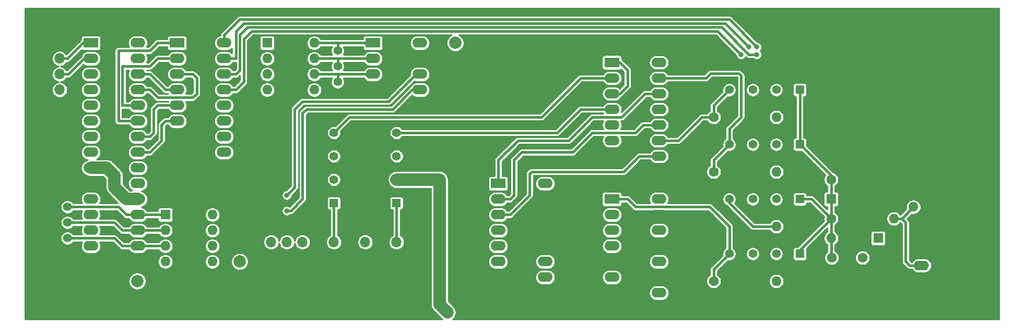
<source format=gbr>
%TF.GenerationSoftware,KiCad,Pcbnew,(5.1.10)-1*%
%TF.CreationDate,2021-09-21T15:48:09+02:00*%
%TF.ProjectId,100 MHz TTL CMOS,31303020-4d48-47a2-9054-544c20434d4f,rev?*%
%TF.SameCoordinates,Original*%
%TF.FileFunction,Copper,L2,Bot*%
%TF.FilePolarity,Positive*%
%FSLAX46Y46*%
G04 Gerber Fmt 4.6, Leading zero omitted, Abs format (unit mm)*
G04 Created by KiCad (PCBNEW (5.1.10)-1) date 2021-09-21 15:48:09*
%MOMM*%
%LPD*%
G01*
G04 APERTURE LIST*
%TA.AperFunction,ComponentPad*%
%ADD10C,2.000000*%
%TD*%
%TA.AperFunction,ComponentPad*%
%ADD11R,2.400000X1.600000*%
%TD*%
%TA.AperFunction,ComponentPad*%
%ADD12O,2.400000X1.600000*%
%TD*%
%TA.AperFunction,ComponentPad*%
%ADD13C,1.400000*%
%TD*%
%TA.AperFunction,ComponentPad*%
%ADD14R,1.400000X1.400000*%
%TD*%
%TA.AperFunction,ComponentPad*%
%ADD15R,1.600000X1.600000*%
%TD*%
%TA.AperFunction,ComponentPad*%
%ADD16O,1.600000X1.600000*%
%TD*%
%TA.AperFunction,ComponentPad*%
%ADD17O,1.400000X1.400000*%
%TD*%
%TA.AperFunction,ComponentPad*%
%ADD18O,1.700000X1.700000*%
%TD*%
%TA.AperFunction,ComponentPad*%
%ADD19R,1.700000X1.700000*%
%TD*%
%TA.AperFunction,ComponentPad*%
%ADD20O,2.500000X1.600000*%
%TD*%
%TA.AperFunction,ComponentPad*%
%ADD21O,7.000000X3.500000*%
%TD*%
%TA.AperFunction,ComponentPad*%
%ADD22C,1.600000*%
%TD*%
%TA.AperFunction,ViaPad*%
%ADD23C,0.800000*%
%TD*%
%TA.AperFunction,Conductor*%
%ADD24C,2.000000*%
%TD*%
%TA.AperFunction,Conductor*%
%ADD25C,1.000000*%
%TD*%
%TA.AperFunction,Conductor*%
%ADD26C,0.400000*%
%TD*%
%TA.AperFunction,Conductor*%
%ADD27C,0.254000*%
%TD*%
%TA.AperFunction,Conductor*%
%ADD28C,0.100000*%
%TD*%
G04 APERTURE END LIST*
D10*
%TO.P,C4,2*%
%TO.N,GND*%
X113030000Y-56395000D03*
%TO.P,C4,1*%
%TO.N,VCC*%
X113030000Y-48895000D03*
%TD*%
D11*
%TO.P,IC3,1*%
%TO.N,Net-(IC3-Pad1)*%
X138430000Y-52070000D03*
D12*
%TO.P,IC3,8*%
%TO.N,Net-(IC3-Pad8)*%
X146050000Y-67310000D03*
%TO.P,IC3,2*%
%TO.N,Net-(IC3-Pad2)*%
X138430000Y-54610000D03*
%TO.P,IC3,9*%
%TO.N,Net-(IC3-Pad9)*%
X146050000Y-64770000D03*
%TO.P,IC3,3*%
%TO.N,Net-(IC3-Pad1)*%
X138430000Y-57150000D03*
%TO.P,IC3,10*%
%TO.N,Net-(IC3-Pad10)*%
X146050000Y-62230000D03*
%TO.P,IC3,4*%
%TO.N,Net-(IC3-Pad4)*%
X138430000Y-59690000D03*
%TO.P,IC3,11*%
%TO.N,Net-(IC3-Pad11)*%
X146050000Y-59690000D03*
%TO.P,IC3,5*%
%TO.N,Net-(IC1-Pad4)*%
X138430000Y-62230000D03*
%TO.P,IC3,12*%
%TO.N,Net-(IC3-Pad12)*%
X146050000Y-57150000D03*
%TO.P,IC3,6*%
%TO.N,Net-(IC3-Pad6)*%
X138430000Y-64770000D03*
%TO.P,IC3,13*%
%TO.N,Net-(IC3-Pad13)*%
X146050000Y-54610000D03*
%TO.P,IC3,7*%
%TO.N,GND*%
X138430000Y-67310000D03*
%TO.P,IC3,14*%
%TO.N,VCC*%
X146050000Y-52070000D03*
%TD*%
D13*
%TO.P,K6,4*%
%TO.N,Net-(IC3-Pad4)*%
X103505000Y-63500000D03*
%TO.P,K6,3*%
%TO.N,Net-(IC6-Pad11)*%
X103505000Y-67310000D03*
%TO.P,K6,2*%
%TO.N,VCC*%
X103505000Y-71120000D03*
D14*
%TO.P,K6,1*%
%TO.N,/FREQUENCY*%
X103505000Y-74930000D03*
%TD*%
D15*
%TO.P,SW2,1*%
%TO.N,VCC*%
X82550000Y-48895000D03*
D16*
%TO.P,SW2,5*%
%TO.N,N/C*%
X90170000Y-56515000D03*
%TO.P,SW2,2*%
%TO.N,VCC*%
X82550000Y-51435000D03*
%TO.P,SW2,6*%
%TO.N,Net-(IC4-Pad3)*%
X90170000Y-53975000D03*
%TO.P,SW2,3*%
%TO.N,VCC*%
X82550000Y-53975000D03*
%TO.P,SW2,7*%
%TO.N,Net-(IC4-Pad2)*%
X90170000Y-51435000D03*
%TO.P,SW2,4*%
%TO.N,N/C*%
X82550000Y-56515000D03*
%TO.P,SW2,8*%
%TO.N,Net-(IC4-Pad1)*%
X90170000Y-48895000D03*
%TD*%
D13*
%TO.P,R12,1*%
%TO.N,Net-(IC4-Pad3)*%
X93980000Y-55245000D03*
D17*
%TO.P,R12,2*%
%TO.N,GND*%
X95880000Y-55245000D03*
%TD*%
D13*
%TO.P,R11,1*%
%TO.N,Net-(IC4-Pad2)*%
X93980000Y-52705000D03*
D17*
%TO.P,R11,2*%
%TO.N,GND*%
X95880000Y-52705000D03*
%TD*%
D13*
%TO.P,R10,1*%
%TO.N,Net-(IC4-Pad1)*%
X93980000Y-50165000D03*
D17*
%TO.P,R10,2*%
%TO.N,GND*%
X95880000Y-50165000D03*
%TD*%
D11*
%TO.P,IC4,1*%
%TO.N,Net-(IC4-Pad1)*%
X99695000Y-48895000D03*
D12*
%TO.P,IC4,5*%
%TO.N,/SDA*%
X107315000Y-56515000D03*
%TO.P,IC4,2*%
%TO.N,Net-(IC4-Pad2)*%
X99695000Y-51435000D03*
%TO.P,IC4,6*%
%TO.N,/SCL*%
X107315000Y-53975000D03*
%TO.P,IC4,3*%
%TO.N,Net-(IC4-Pad3)*%
X99695000Y-53975000D03*
%TO.P,IC4,7*%
%TO.N,GND*%
X107315000Y-51435000D03*
%TO.P,IC4,4*%
X99695000Y-56515000D03*
%TO.P,IC4,8*%
%TO.N,VCC*%
X107315000Y-48895000D03*
%TD*%
D10*
%TO.P,C10,2*%
%TO.N,GND*%
X78105000Y-76955000D03*
%TO.P,C10,1*%
%TO.N,VCC*%
X78105000Y-84455000D03*
%TD*%
D18*
%TO.P,J1,10*%
%TO.N,VCC*%
X83185000Y-81280000D03*
%TO.P,J1,9*%
%TO.N,/SDA*%
X85725000Y-81280000D03*
%TO.P,J1,8*%
%TO.N,/SCL*%
X88265000Y-81280000D03*
%TO.P,J1,7*%
%TO.N,GND*%
X90805000Y-81280000D03*
%TO.P,J1,6*%
%TO.N,/PERIOD*%
X93345000Y-81280000D03*
%TO.P,J1,5*%
%TO.N,GND*%
X95885000Y-81280000D03*
%TO.P,J1,4*%
%TO.N,N/C*%
X98425000Y-81280000D03*
%TO.P,J1,3*%
%TO.N,GND*%
X100965000Y-81280000D03*
%TO.P,J1,2*%
%TO.N,/FREQUENCY*%
X103505000Y-81280000D03*
D19*
%TO.P,J1,1*%
%TO.N,GND*%
X106045000Y-81280000D03*
%TD*%
D16*
%TO.P,SW1,8*%
%TO.N,VCC*%
X73660000Y-76835000D03*
%TO.P,SW1,4*%
%TO.N,N/C*%
X66040000Y-84455000D03*
%TO.P,SW1,7*%
%TO.N,VCC*%
X73660000Y-79375000D03*
%TO.P,SW1,3*%
%TO.N,Net-(IC2-Pad15)*%
X66040000Y-81915000D03*
%TO.P,SW1,6*%
%TO.N,VCC*%
X73660000Y-81915000D03*
%TO.P,SW1,2*%
%TO.N,Net-(IC2-Pad16)*%
X66040000Y-79375000D03*
%TO.P,SW1,5*%
%TO.N,N/C*%
X73660000Y-84455000D03*
D15*
%TO.P,SW1,1*%
%TO.N,Net-(IC2-Pad17)*%
X66040000Y-76835000D03*
%TD*%
D17*
%TO.P,R9,2*%
%TO.N,GND*%
X48260000Y-80645000D03*
D13*
%TO.P,R9,1*%
%TO.N,Net-(IC2-Pad15)*%
X50160000Y-80645000D03*
%TD*%
D17*
%TO.P,R4,2*%
%TO.N,GND*%
X48265000Y-78105000D03*
D13*
%TO.P,R4,1*%
%TO.N,Net-(IC2-Pad16)*%
X50165000Y-78105000D03*
%TD*%
D17*
%TO.P,R3,2*%
%TO.N,GND*%
X48265000Y-75565000D03*
D13*
%TO.P,R3,1*%
%TO.N,Net-(IC2-Pad17)*%
X50165000Y-75565000D03*
%TD*%
D18*
%TO.P,J3,4*%
%TO.N,VCC*%
X48895000Y-56515000D03*
%TO.P,J3,3*%
%TO.N,Net-(IC2-Pad2)*%
X48895000Y-53975000D03*
%TO.P,J3,2*%
%TO.N,Net-(IC2-Pad1)*%
X48895000Y-51435000D03*
D19*
%TO.P,J3,1*%
%TO.N,GND*%
X48895000Y-48895000D03*
%TD*%
D11*
%TO.P,IC6,1*%
%TO.N,/SEL_TTL*%
X67945000Y-48895000D03*
D12*
%TO.P,IC6,9*%
%TO.N,VCC*%
X75565000Y-66675000D03*
%TO.P,IC6,2*%
%TO.N,/SEL_CMOS*%
X67945000Y-51435000D03*
%TO.P,IC6,10*%
%TO.N,N/C*%
X75565000Y-64135000D03*
%TO.P,IC6,3*%
%TO.N,/SEL_OPEN_EMMITTER*%
X67945000Y-53975000D03*
%TO.P,IC6,11*%
%TO.N,Net-(IC6-Pad11)*%
X75565000Y-61595000D03*
%TO.P,IC6,4*%
%TO.N,/SEL_OPEN_COLLECTOR*%
X67945000Y-56515000D03*
%TO.P,IC6,12*%
%TO.N,Net-(IC6-Pad12)*%
X75565000Y-59055000D03*
%TO.P,IC6,5*%
%TO.N,/SEL_PERIOD*%
X67945000Y-59055000D03*
%TO.P,IC6,13*%
%TO.N,Net-(IC6-Pad13)*%
X75565000Y-56515000D03*
%TO.P,IC6,6*%
%TO.N,/SEL_FREQUENCY*%
X67945000Y-61595000D03*
%TO.P,IC6,14*%
%TO.N,Net-(IC6-Pad14)*%
X75565000Y-53975000D03*
%TO.P,IC6,7*%
%TO.N,GND*%
X67945000Y-64135000D03*
%TO.P,IC6,15*%
%TO.N,Net-(IC6-Pad15)*%
X75565000Y-51435000D03*
%TO.P,IC6,8*%
%TO.N,GND*%
X67945000Y-66675000D03*
%TO.P,IC6,16*%
%TO.N,Net-(IC6-Pad16)*%
X75565000Y-48895000D03*
%TD*%
%TO.P,IC2,28*%
%TO.N,Net-(IC2-Pad28)*%
X61595000Y-48895000D03*
%TO.P,IC2,14*%
%TO.N,N/C*%
X53975000Y-81915000D03*
%TO.P,IC2,27*%
%TO.N,Net-(IC2-Pad27)*%
X61595000Y-51435000D03*
%TO.P,IC2,13*%
%TO.N,/SDA*%
X53975000Y-79375000D03*
%TO.P,IC2,26*%
%TO.N,/SEL_OPEN_COLLECTOR*%
X61595000Y-53975000D03*
%TO.P,IC2,12*%
%TO.N,/SCL*%
X53975000Y-76835000D03*
%TO.P,IC2,25*%
%TO.N,/SEL_OPEN_EMMITTER*%
X61595000Y-56515000D03*
%TO.P,IC2,11*%
%TO.N,N/C*%
X53975000Y-74295000D03*
%TO.P,IC2,24*%
%TO.N,/SEL_CMOS*%
X61595000Y-59055000D03*
%TO.P,IC2,10*%
%TO.N,GND*%
X53975000Y-71755000D03*
%TO.P,IC2,23*%
%TO.N,/SEL_TTL*%
X61595000Y-61595000D03*
%TO.P,IC2,9*%
%TO.N,VCC*%
X53975000Y-69215000D03*
%TO.P,IC2,22*%
%TO.N,/SEL_PERIOD*%
X61595000Y-64135000D03*
%TO.P,IC2,8*%
%TO.N,N/C*%
X53975000Y-66675000D03*
%TO.P,IC2,21*%
%TO.N,/SEL_FREQUENCY*%
X61595000Y-66675000D03*
%TO.P,IC2,7*%
%TO.N,N/C*%
X53975000Y-64135000D03*
%TO.P,IC2,20*%
X61595000Y-69215000D03*
%TO.P,IC2,6*%
X53975000Y-61595000D03*
%TO.P,IC2,19*%
X61595000Y-71755000D03*
%TO.P,IC2,5*%
X53975000Y-59055000D03*
%TO.P,IC2,18*%
%TO.N,VCC*%
X61595000Y-74295000D03*
%TO.P,IC2,4*%
%TO.N,N/C*%
X53975000Y-56515000D03*
%TO.P,IC2,17*%
%TO.N,Net-(IC2-Pad17)*%
X61595000Y-76835000D03*
%TO.P,IC2,3*%
%TO.N,N/C*%
X53975000Y-53975000D03*
%TO.P,IC2,16*%
%TO.N,Net-(IC2-Pad16)*%
X61595000Y-79375000D03*
%TO.P,IC2,2*%
%TO.N,Net-(IC2-Pad2)*%
X53975000Y-51435000D03*
%TO.P,IC2,15*%
%TO.N,Net-(IC2-Pad15)*%
X61595000Y-81915000D03*
D11*
%TO.P,IC2,1*%
%TO.N,Net-(IC2-Pad1)*%
X53975000Y-48895000D03*
%TD*%
D10*
%TO.P,C2,2*%
%TO.N,GND*%
X53975000Y-87630000D03*
%TO.P,C2,1*%
%TO.N,VCC*%
X61475000Y-87630000D03*
%TD*%
D13*
%TO.P,K5,4*%
%TO.N,Net-(IC3-Pad2)*%
X93345000Y-63500000D03*
%TO.P,K5,3*%
%TO.N,Net-(IC6-Pad12)*%
X93345000Y-67310000D03*
%TO.P,K5,2*%
%TO.N,VCC*%
X93345000Y-71120000D03*
D14*
%TO.P,K5,1*%
%TO.N,/PERIOD*%
X93345000Y-74930000D03*
%TD*%
D20*
%TO.P,J2,2*%
%TO.N,GND*%
X188595000Y-82550000D03*
%TO.P,J2,1*%
%TO.N,Net-(J2-Pad1)*%
X188595000Y-85090000D03*
D21*
%TO.P,J2,2*%
%TO.N,GND*%
X193675000Y-90170000D03*
X193675000Y-80010000D03*
%TD*%
D16*
%TO.P,R1,2*%
%TO.N,Net-(J2-Pad1)*%
X187325000Y-75565000D03*
D22*
%TO.P,R1,1*%
%TO.N,GND*%
X187325000Y-65405000D03*
%TD*%
D11*
%TO.P,IC5,1*%
%TO.N,Net-(IC3-Pad12)*%
X120015000Y-71755000D03*
D12*
%TO.P,IC5,9*%
%TO.N,GND*%
X127635000Y-89535000D03*
%TO.P,IC5,2*%
%TO.N,Net-(IC3-Pad10)*%
X120015000Y-74295000D03*
%TO.P,IC5,10*%
%TO.N,Net-(IC2-Pad28)*%
X127635000Y-86995000D03*
%TO.P,IC5,3*%
%TO.N,Net-(IC3-Pad8)*%
X120015000Y-76835000D03*
%TO.P,IC5,11*%
%TO.N,Net-(IC2-Pad27)*%
X127635000Y-84455000D03*
%TO.P,IC5,4*%
%TO.N,Net-(IC3-Pad6)*%
X120015000Y-79375000D03*
%TO.P,IC5,12*%
%TO.N,GND*%
X127635000Y-81915000D03*
%TO.P,IC5,5*%
%TO.N,Net-(IC3-Pad1)*%
X120015000Y-81915000D03*
%TO.P,IC5,13*%
%TO.N,GND*%
X127635000Y-79375000D03*
%TO.P,IC5,6*%
%TO.N,N/C*%
X120015000Y-84455000D03*
%TO.P,IC5,14*%
%TO.N,GND*%
X127635000Y-76835000D03*
%TO.P,IC5,7*%
X120015000Y-86995000D03*
%TO.P,IC5,15*%
X127635000Y-74295000D03*
%TO.P,IC5,8*%
X120015000Y-89535000D03*
%TO.P,IC5,16*%
%TO.N,VCC*%
X127635000Y-71755000D03*
%TD*%
D22*
%TO.P,R8,1*%
%TO.N,GND*%
X154940000Y-78740000D03*
D16*
%TO.P,R8,2*%
%TO.N,Net-(IC3-Pad11)*%
X165100000Y-78740000D03*
%TD*%
D22*
%TO.P,R7,1*%
%TO.N,Net-(IC3-Pad13)*%
X154940000Y-69850000D03*
D16*
%TO.P,R7,2*%
%TO.N,VCC*%
X165100000Y-69850000D03*
%TD*%
%TO.P,R6,2*%
%TO.N,VCC*%
X165100000Y-60960000D03*
D22*
%TO.P,R6,1*%
%TO.N,Net-(IC3-Pad9)*%
X154940000Y-60960000D03*
%TD*%
%TO.P,R5,1*%
%TO.N,Net-(IC1-Pad1)*%
X154940000Y-87630000D03*
D16*
%TO.P,R5,2*%
%TO.N,VCC*%
X165100000Y-87630000D03*
%TD*%
D22*
%TO.P,R2,1*%
%TO.N,Net-(C11-Pad2)*%
X173990000Y-77470000D03*
D16*
%TO.P,R2,2*%
%TO.N,Net-(J2-Pad1)*%
X184150000Y-77470000D03*
%TD*%
D14*
%TO.P,K4,1*%
%TO.N,Net-(C11-Pad2)*%
X168910000Y-74295000D03*
D13*
%TO.P,K4,2*%
%TO.N,VCC*%
X165100000Y-74295000D03*
%TO.P,K4,3*%
%TO.N,Net-(IC6-Pad14)*%
X161290000Y-74295000D03*
%TO.P,K4,4*%
%TO.N,Net-(IC3-Pad11)*%
X157480000Y-74295000D03*
%TD*%
D14*
%TO.P,K3,1*%
%TO.N,Net-(C11-Pad2)*%
X168910000Y-65405000D03*
D13*
%TO.P,K3,2*%
%TO.N,VCC*%
X165100000Y-65405000D03*
%TO.P,K3,3*%
%TO.N,Net-(IC6-Pad13)*%
X161290000Y-65405000D03*
%TO.P,K3,4*%
%TO.N,Net-(IC3-Pad13)*%
X157480000Y-65405000D03*
%TD*%
D14*
%TO.P,K2,1*%
%TO.N,Net-(C11-Pad2)*%
X168910000Y-56515000D03*
D13*
%TO.P,K2,2*%
%TO.N,VCC*%
X165100000Y-56515000D03*
%TO.P,K2,3*%
%TO.N,Net-(IC6-Pad15)*%
X161290000Y-56515000D03*
%TO.P,K2,4*%
%TO.N,Net-(IC3-Pad9)*%
X157480000Y-56515000D03*
%TD*%
D14*
%TO.P,K1,1*%
%TO.N,Net-(C11-Pad2)*%
X168910000Y-83185000D03*
D13*
%TO.P,K1,2*%
%TO.N,VCC*%
X165100000Y-83185000D03*
%TO.P,K1,3*%
%TO.N,Net-(IC6-Pad16)*%
X161290000Y-83185000D03*
%TO.P,K1,4*%
%TO.N,Net-(IC1-Pad1)*%
X157480000Y-83185000D03*
%TD*%
D11*
%TO.P,IC1,1*%
%TO.N,Net-(IC1-Pad1)*%
X138430000Y-74295000D03*
D12*
%TO.P,IC1,8*%
%TO.N,N/C*%
X146050000Y-89535000D03*
%TO.P,IC1,2*%
%TO.N,Net-(IC1-Pad2)*%
X138430000Y-76835000D03*
%TO.P,IC1,9*%
%TO.N,GND*%
X146050000Y-86995000D03*
%TO.P,IC1,3*%
%TO.N,Net-(IC1-Pad2)*%
X138430000Y-79375000D03*
%TO.P,IC1,10*%
%TO.N,N/C*%
X146050000Y-84455000D03*
%TO.P,IC1,4*%
%TO.N,Net-(IC1-Pad4)*%
X138430000Y-81915000D03*
%TO.P,IC1,11*%
%TO.N,GND*%
X146050000Y-81915000D03*
%TO.P,IC1,5*%
X138430000Y-84455000D03*
%TO.P,IC1,12*%
%TO.N,N/C*%
X146050000Y-79375000D03*
%TO.P,IC1,6*%
X138430000Y-86995000D03*
%TO.P,IC1,13*%
%TO.N,GND*%
X146050000Y-76835000D03*
%TO.P,IC1,7*%
X138430000Y-89535000D03*
%TO.P,IC1,14*%
%TO.N,VCC*%
X146050000Y-74295000D03*
%TD*%
D15*
%TO.P,D2,1*%
%TO.N,Net-(C11-Pad2)*%
X173990000Y-74295000D03*
D16*
%TO.P,D2,2*%
%TO.N,GND*%
X181610000Y-74295000D03*
%TD*%
D15*
%TO.P,D1,1*%
%TO.N,VCC*%
X181610000Y-80645000D03*
D16*
%TO.P,D1,2*%
%TO.N,Net-(C11-Pad2)*%
X173990000Y-80645000D03*
%TD*%
D22*
%TO.P,C12,1*%
%TO.N,Net-(C11-Pad2)*%
X173990000Y-71120000D03*
%TO.P,C12,2*%
%TO.N,GND*%
X178990000Y-71120000D03*
%TD*%
%TO.P,C11,1*%
%TO.N,VCC*%
X179070000Y-83820000D03*
%TO.P,C11,2*%
%TO.N,Net-(C11-Pad2)*%
X174070000Y-83820000D03*
%TD*%
D23*
%TO.N,VCC*%
X111760000Y-92710000D03*
%TO.N,/SDA*%
X85725000Y-76200000D03*
%TO.N,/SCL*%
X85725000Y-73660000D03*
%TO.N,Net-(IC6-Pad13)*%
X159385000Y-50800000D03*
%TO.N,Net-(IC6-Pad14)*%
X161925000Y-50800000D03*
%TO.N,Net-(IC6-Pad15)*%
X160655000Y-49530000D03*
%TO.N,Net-(IC6-Pad16)*%
X161925000Y-49530000D03*
%TD*%
D24*
%TO.N,VCC*%
X103505000Y-71120000D02*
X109220000Y-71120000D01*
X103505000Y-71120000D02*
X110490000Y-71120000D01*
X110490000Y-91440000D02*
X111760000Y-92710000D01*
X110490000Y-71120000D02*
X110490000Y-91440000D01*
X61595000Y-74295000D02*
X59690000Y-74295000D01*
X59690000Y-74295000D02*
X57785000Y-72390000D01*
X57785000Y-72390000D02*
X57785000Y-70485000D01*
X56515000Y-69215000D02*
X53975000Y-69215000D01*
X57785000Y-70485000D02*
X56515000Y-69215000D01*
D25*
%TO.N,GND*%
X178990000Y-71120000D02*
X177800000Y-71120000D01*
D24*
X193675000Y-80010000D02*
X192405000Y-80010000D01*
D25*
X194945000Y-78740000D02*
X193675000Y-80010000D01*
D26*
%TO.N,/SDA*%
X106045000Y-56515000D02*
X107315000Y-56515000D01*
X102870000Y-59690000D02*
X106045000Y-56515000D01*
X88265000Y-60325000D02*
X88900000Y-59690000D01*
X86360000Y-76200000D02*
X88265000Y-74295000D01*
X88900000Y-59690000D02*
X102870000Y-59690000D01*
X85725000Y-76200000D02*
X86360000Y-76200000D01*
X88265000Y-74295000D02*
X88265000Y-60325000D01*
%TO.N,/SCL*%
X106680000Y-53975000D02*
X107315000Y-53975000D01*
X102235000Y-58420000D02*
X106680000Y-53975000D01*
X85725000Y-73660000D02*
X86995000Y-72390000D01*
X86995000Y-72390000D02*
X86995000Y-59690000D01*
X86995000Y-59690000D02*
X88265000Y-58420000D01*
X88265000Y-58420000D02*
X102235000Y-58420000D01*
%TO.N,Net-(J2-Pad1)*%
X185420000Y-77470000D02*
X187325000Y-75565000D01*
X184150000Y-77470000D02*
X185420000Y-77470000D01*
X186055000Y-78105000D02*
X185420000Y-77470000D01*
X186055000Y-84455000D02*
X186055000Y-78105000D01*
X186690000Y-85090000D02*
X186055000Y-84455000D01*
X188595000Y-85090000D02*
X186690000Y-85090000D01*
%TO.N,Net-(C11-Pad2)*%
X173990000Y-71120000D02*
X173990000Y-74295000D01*
X173990000Y-74295000D02*
X173990000Y-77470000D01*
X173990000Y-77470000D02*
X173990000Y-80645000D01*
X173990000Y-83740000D02*
X174070000Y-83820000D01*
X173990000Y-80645000D02*
X173990000Y-83740000D01*
X168910000Y-56515000D02*
X168910000Y-65405000D01*
X173990000Y-70485000D02*
X168910000Y-65405000D01*
X173990000Y-71120000D02*
X173990000Y-70485000D01*
X168910000Y-82550000D02*
X173990000Y-77470000D01*
X168910000Y-83185000D02*
X168910000Y-82550000D01*
X170815000Y-74295000D02*
X173990000Y-77470000D01*
X168910000Y-74295000D02*
X170815000Y-74295000D01*
%TO.N,Net-(IC1-Pad1)*%
X154940000Y-85725000D02*
X157480000Y-83185000D01*
X154940000Y-87630000D02*
X154940000Y-85725000D01*
X140970000Y-74295000D02*
X138430000Y-74295000D01*
X142240000Y-75565000D02*
X140970000Y-74295000D01*
X149225000Y-75565000D02*
X142240000Y-75565000D01*
X157480000Y-83185000D02*
X157480000Y-78740000D01*
X149225000Y-75565000D02*
X154305000Y-75565000D01*
X154940000Y-76200000D02*
X154305000Y-75565000D01*
X157480000Y-78740000D02*
X154940000Y-76200000D01*
%TO.N,Net-(IC3-Pad8)*%
X125095000Y-70167500D02*
X125095000Y-73660000D01*
X125412500Y-69850000D02*
X125095000Y-70167500D01*
X121920000Y-76835000D02*
X120015000Y-76835000D01*
X140335000Y-69850000D02*
X125412500Y-69850000D01*
X125095000Y-73660000D02*
X121920000Y-76835000D01*
X142875000Y-67310000D02*
X140335000Y-69850000D01*
X146050000Y-67310000D02*
X142875000Y-67310000D01*
%TO.N,Net-(IC3-Pad10)*%
X122555000Y-73660000D02*
X121920000Y-74295000D01*
X121920000Y-74295000D02*
X120015000Y-74295000D01*
X122555000Y-67945000D02*
X122555000Y-73660000D01*
X123825000Y-66675000D02*
X122555000Y-67945000D01*
X132080000Y-66675000D02*
X123825000Y-66675000D01*
X135255000Y-63500000D02*
X132080000Y-66675000D01*
X142240000Y-63500000D02*
X135255000Y-63500000D01*
X143510000Y-62230000D02*
X142240000Y-63500000D01*
X146050000Y-62230000D02*
X143510000Y-62230000D01*
%TO.N,Net-(IC3-Pad11)*%
X157480000Y-74930000D02*
X157480000Y-74295000D01*
X161290000Y-78740000D02*
X157480000Y-74930000D01*
X165100000Y-78740000D02*
X161290000Y-78740000D01*
%TO.N,Net-(IC3-Pad12)*%
X143827500Y-57150000D02*
X146050000Y-57150000D01*
X140017500Y-60960000D02*
X143827500Y-57150000D01*
X135255000Y-60960000D02*
X140017500Y-60960000D01*
X131445000Y-64770000D02*
X135255000Y-60960000D01*
X123190000Y-64770000D02*
X131445000Y-64770000D01*
X120015000Y-67945000D02*
X123190000Y-64770000D01*
X120015000Y-71755000D02*
X120015000Y-67945000D01*
%TO.N,Net-(IC3-Pad13)*%
X154940000Y-67945000D02*
X157480000Y-65405000D01*
X154940000Y-69850000D02*
X154940000Y-67945000D01*
X151765000Y-54610000D02*
X146050000Y-54610000D01*
X153670000Y-54610000D02*
X151765000Y-54610000D01*
X154432000Y-53848000D02*
X153670000Y-54610000D01*
X159004000Y-53848000D02*
X154432000Y-53848000D01*
X159385000Y-54229000D02*
X159004000Y-53848000D01*
X159385000Y-60960000D02*
X159385000Y-54229000D01*
X157480000Y-62865000D02*
X159385000Y-60960000D01*
X157480000Y-65405000D02*
X157480000Y-62865000D01*
%TO.N,Net-(IC6-Pad13)*%
X77470000Y-56515000D02*
X75565000Y-56515000D01*
X78740000Y-48260000D02*
X78740000Y-55245000D01*
X78740000Y-55245000D02*
X77470000Y-56515000D01*
X80010000Y-46990000D02*
X78740000Y-48260000D01*
X155575000Y-46990000D02*
X80010000Y-46990000D01*
X159385000Y-50800000D02*
X155575000Y-46990000D01*
%TO.N,Net-(IC6-Pad14)*%
X78105000Y-53340000D02*
X77470000Y-53975000D01*
X78105000Y-47625000D02*
X78105000Y-53340000D01*
X77470000Y-53975000D02*
X75565000Y-53975000D01*
X79375000Y-46355000D02*
X78105000Y-47625000D01*
X160655000Y-50800000D02*
X156210000Y-46355000D01*
X156210000Y-46355000D02*
X79375000Y-46355000D01*
X161925000Y-50800000D02*
X160655000Y-50800000D01*
%TO.N,Net-(IC6-Pad15)*%
X77470000Y-51435000D02*
X75565000Y-51435000D01*
X77470000Y-46990000D02*
X77470000Y-51435000D01*
X78740000Y-45720000D02*
X77470000Y-46990000D01*
X156845000Y-45720000D02*
X78740000Y-45720000D01*
X160655000Y-49530000D02*
X156845000Y-45720000D01*
%TO.N,Net-(IC6-Pad16)*%
X75565000Y-47625000D02*
X75565000Y-48895000D01*
X78105000Y-45085000D02*
X75565000Y-47625000D01*
X157480000Y-45085000D02*
X78105000Y-45085000D01*
X161925000Y-49530000D02*
X157480000Y-45085000D01*
%TO.N,Net-(IC3-Pad1)*%
X139700000Y-52070000D02*
X138430000Y-52070000D01*
X140970000Y-53340000D02*
X139700000Y-52070000D01*
X140970000Y-55880000D02*
X140970000Y-53340000D01*
X139700000Y-57150000D02*
X140970000Y-55880000D01*
X138430000Y-57150000D02*
X139700000Y-57150000D01*
%TO.N,Net-(IC3-Pad2)*%
X95885000Y-60960000D02*
X93345000Y-63500000D01*
X127000000Y-60960000D02*
X95885000Y-60960000D01*
X133350000Y-54610000D02*
X127000000Y-60960000D01*
X138430000Y-54610000D02*
X133350000Y-54610000D01*
%TO.N,Net-(IC3-Pad4)*%
X129540000Y-63500000D02*
X103505000Y-63500000D01*
X133350000Y-59690000D02*
X129540000Y-63500000D01*
X138430000Y-59690000D02*
X133350000Y-59690000D01*
%TO.N,/SEL_OPEN_EMMITTER*%
X70485000Y-53975000D02*
X67945000Y-53975000D01*
X71120000Y-57150000D02*
X71120000Y-54610000D01*
X71120000Y-54610000D02*
X70485000Y-53975000D01*
X70485000Y-57785000D02*
X71120000Y-57150000D01*
X64770000Y-57785000D02*
X70485000Y-57785000D01*
X63500000Y-56515000D02*
X64770000Y-57785000D01*
X61595000Y-56515000D02*
X63500000Y-56515000D01*
%TO.N,/SEL_OPEN_COLLECTOR*%
X63500000Y-53975000D02*
X61595000Y-53975000D01*
X66040000Y-56515000D02*
X63500000Y-53975000D01*
X66040000Y-56515000D02*
X67945000Y-56515000D01*
%TO.N,/SEL_CMOS*%
X63500000Y-52705000D02*
X64770000Y-51435000D01*
X59055000Y-52705000D02*
X63500000Y-52705000D01*
X59055000Y-59055000D02*
X59055000Y-52705000D01*
X61595000Y-59055000D02*
X59055000Y-59055000D01*
X64770000Y-51435000D02*
X67945000Y-51435000D01*
%TO.N,/SEL_TTL*%
X63500000Y-50165000D02*
X64770000Y-48895000D01*
X58420000Y-50165000D02*
X63500000Y-50165000D01*
X58420000Y-61595000D02*
X58420000Y-50165000D01*
X61595000Y-61595000D02*
X58420000Y-61595000D01*
X64770000Y-48895000D02*
X67945000Y-48895000D01*
%TO.N,Net-(IC2-Pad2)*%
X50323750Y-53975000D02*
X48895000Y-53975000D01*
X52863750Y-51435000D02*
X50323750Y-53975000D01*
X53975000Y-51435000D02*
X52863750Y-51435000D01*
%TO.N,Net-(IC2-Pad1)*%
X50165000Y-51435000D02*
X48895000Y-51435000D01*
X52705000Y-48895000D02*
X50165000Y-51435000D01*
X53975000Y-48895000D02*
X52705000Y-48895000D01*
%TO.N,Net-(IC2-Pad17)*%
X66040000Y-76835000D02*
X61595000Y-76835000D01*
X61595000Y-76835000D02*
X59690000Y-76835000D01*
X58420000Y-75565000D02*
X50165000Y-75565000D01*
X59690000Y-76835000D02*
X58420000Y-75565000D01*
%TO.N,Net-(IC2-Pad16)*%
X66040000Y-79375000D02*
X61595000Y-79375000D01*
X61595000Y-79375000D02*
X59055000Y-79375000D01*
X59055000Y-79375000D02*
X57785000Y-78105000D01*
X57785000Y-78105000D02*
X50165000Y-78105000D01*
%TO.N,Net-(IC2-Pad15)*%
X66040000Y-81915000D02*
X61595000Y-81915000D01*
X61595000Y-81915000D02*
X59055000Y-81915000D01*
X57785000Y-80645000D02*
X50160000Y-80645000D01*
X59055000Y-81915000D02*
X57785000Y-80645000D01*
%TO.N,Net-(IC3-Pad9)*%
X154940000Y-59055000D02*
X157480000Y-56515000D01*
X154940000Y-60960000D02*
X154940000Y-59055000D01*
X146050000Y-64770000D02*
X149225000Y-64770000D01*
X153035000Y-60960000D02*
X154940000Y-60960000D01*
X149225000Y-64770000D02*
X153035000Y-60960000D01*
%TO.N,/SEL_PERIOD*%
X64135000Y-59690000D02*
X64770000Y-59055000D01*
X64135000Y-63500000D02*
X64135000Y-59690000D01*
X63500000Y-64135000D02*
X64135000Y-63500000D01*
X61595000Y-64135000D02*
X63500000Y-64135000D01*
X64770000Y-59055000D02*
X67945000Y-59055000D01*
%TO.N,/SEL_FREQUENCY*%
X66040000Y-61595000D02*
X67945000Y-61595000D01*
X65405000Y-62230000D02*
X66040000Y-61595000D01*
X65405000Y-64770000D02*
X65405000Y-62230000D01*
X63500000Y-66675000D02*
X65405000Y-64770000D01*
X61595000Y-66675000D02*
X63500000Y-66675000D01*
%TO.N,Net-(IC4-Pad3)*%
X93980000Y-55245000D02*
X93980000Y-53975000D01*
X93980000Y-53975000D02*
X99695000Y-53975000D01*
X90170000Y-53975000D02*
X93980000Y-53975000D01*
%TO.N,Net-(IC4-Pad2)*%
X93980000Y-52705000D02*
X93980000Y-51435000D01*
X93980000Y-51435000D02*
X90170000Y-51435000D01*
X99695000Y-51435000D02*
X93980000Y-51435000D01*
%TO.N,Net-(IC4-Pad1)*%
X93980000Y-50165000D02*
X93980000Y-48895000D01*
X93980000Y-48895000D02*
X90170000Y-48895000D01*
X99695000Y-48895000D02*
X93980000Y-48895000D01*
%TO.N,/PERIOD*%
X93345000Y-74930000D02*
X93345000Y-81280000D01*
%TO.N,/FREQUENCY*%
X103505000Y-74930000D02*
X103505000Y-81280000D01*
%TD*%
D27*
%TO.N,GND*%
X201168000Y-93853000D02*
X112616642Y-93853000D01*
X112773923Y-93723923D01*
X112952247Y-93506634D01*
X113084754Y-93258731D01*
X113166351Y-92989741D01*
X113193903Y-92709999D01*
X113166351Y-92430258D01*
X113084754Y-92161268D01*
X112952247Y-91913365D01*
X112818607Y-91750525D01*
X111917000Y-90848918D01*
X111917000Y-89535000D01*
X144417064Y-89535000D01*
X144440755Y-89775534D01*
X144510916Y-90006824D01*
X144624851Y-90219983D01*
X144778183Y-90406817D01*
X144965017Y-90560149D01*
X145178176Y-90674084D01*
X145409466Y-90744245D01*
X145589732Y-90762000D01*
X146510268Y-90762000D01*
X146690534Y-90744245D01*
X146921824Y-90674084D01*
X147134983Y-90560149D01*
X147321817Y-90406817D01*
X147475149Y-90219983D01*
X147589084Y-90006824D01*
X147659245Y-89775534D01*
X147682936Y-89535000D01*
X147659245Y-89294466D01*
X147589084Y-89063176D01*
X147475149Y-88850017D01*
X147321817Y-88663183D01*
X147134983Y-88509851D01*
X146921824Y-88395916D01*
X146690534Y-88325755D01*
X146510268Y-88308000D01*
X145589732Y-88308000D01*
X145409466Y-88325755D01*
X145178176Y-88395916D01*
X144965017Y-88509851D01*
X144778183Y-88663183D01*
X144624851Y-88850017D01*
X144510916Y-89063176D01*
X144440755Y-89294466D01*
X144417064Y-89535000D01*
X111917000Y-89535000D01*
X111917000Y-86995000D01*
X126002064Y-86995000D01*
X126025755Y-87235534D01*
X126095916Y-87466824D01*
X126209851Y-87679983D01*
X126363183Y-87866817D01*
X126550017Y-88020149D01*
X126763176Y-88134084D01*
X126994466Y-88204245D01*
X127174732Y-88222000D01*
X128095268Y-88222000D01*
X128275534Y-88204245D01*
X128506824Y-88134084D01*
X128719983Y-88020149D01*
X128906817Y-87866817D01*
X129060149Y-87679983D01*
X129174084Y-87466824D01*
X129244245Y-87235534D01*
X129267936Y-86995000D01*
X136797064Y-86995000D01*
X136820755Y-87235534D01*
X136890916Y-87466824D01*
X137004851Y-87679983D01*
X137158183Y-87866817D01*
X137345017Y-88020149D01*
X137558176Y-88134084D01*
X137789466Y-88204245D01*
X137969732Y-88222000D01*
X138890268Y-88222000D01*
X139070534Y-88204245D01*
X139301824Y-88134084D01*
X139514983Y-88020149D01*
X139701817Y-87866817D01*
X139855149Y-87679983D01*
X139969084Y-87466824D01*
X140039245Y-87235534D01*
X140062936Y-86995000D01*
X140039245Y-86754466D01*
X139969084Y-86523176D01*
X139855149Y-86310017D01*
X139701817Y-86123183D01*
X139514983Y-85969851D01*
X139301824Y-85855916D01*
X139070534Y-85785755D01*
X138890268Y-85768000D01*
X137969732Y-85768000D01*
X137789466Y-85785755D01*
X137558176Y-85855916D01*
X137345017Y-85969851D01*
X137158183Y-86123183D01*
X137004851Y-86310017D01*
X136890916Y-86523176D01*
X136820755Y-86754466D01*
X136797064Y-86995000D01*
X129267936Y-86995000D01*
X129244245Y-86754466D01*
X129174084Y-86523176D01*
X129060149Y-86310017D01*
X128906817Y-86123183D01*
X128719983Y-85969851D01*
X128506824Y-85855916D01*
X128275534Y-85785755D01*
X128095268Y-85768000D01*
X127174732Y-85768000D01*
X126994466Y-85785755D01*
X126763176Y-85855916D01*
X126550017Y-85969851D01*
X126363183Y-86123183D01*
X126209851Y-86310017D01*
X126095916Y-86523176D01*
X126025755Y-86754466D01*
X126002064Y-86995000D01*
X111917000Y-86995000D01*
X111917000Y-84455000D01*
X118382064Y-84455000D01*
X118405755Y-84695534D01*
X118475916Y-84926824D01*
X118589851Y-85139983D01*
X118743183Y-85326817D01*
X118930017Y-85480149D01*
X119143176Y-85594084D01*
X119374466Y-85664245D01*
X119554732Y-85682000D01*
X120475268Y-85682000D01*
X120655534Y-85664245D01*
X120886824Y-85594084D01*
X121099983Y-85480149D01*
X121286817Y-85326817D01*
X121440149Y-85139983D01*
X121554084Y-84926824D01*
X121624245Y-84695534D01*
X121647936Y-84455000D01*
X126002064Y-84455000D01*
X126025755Y-84695534D01*
X126095916Y-84926824D01*
X126209851Y-85139983D01*
X126363183Y-85326817D01*
X126550017Y-85480149D01*
X126763176Y-85594084D01*
X126994466Y-85664245D01*
X127174732Y-85682000D01*
X128095268Y-85682000D01*
X128275534Y-85664245D01*
X128506824Y-85594084D01*
X128719983Y-85480149D01*
X128906817Y-85326817D01*
X129060149Y-85139983D01*
X129174084Y-84926824D01*
X129244245Y-84695534D01*
X129267936Y-84455000D01*
X144417064Y-84455000D01*
X144440755Y-84695534D01*
X144510916Y-84926824D01*
X144624851Y-85139983D01*
X144778183Y-85326817D01*
X144965017Y-85480149D01*
X145178176Y-85594084D01*
X145409466Y-85664245D01*
X145589732Y-85682000D01*
X146510268Y-85682000D01*
X146690534Y-85664245D01*
X146921824Y-85594084D01*
X147134983Y-85480149D01*
X147321817Y-85326817D01*
X147475149Y-85139983D01*
X147589084Y-84926824D01*
X147659245Y-84695534D01*
X147682936Y-84455000D01*
X147659245Y-84214466D01*
X147589084Y-83983176D01*
X147475149Y-83770017D01*
X147321817Y-83583183D01*
X147134983Y-83429851D01*
X146921824Y-83315916D01*
X146690534Y-83245755D01*
X146510268Y-83228000D01*
X145589732Y-83228000D01*
X145409466Y-83245755D01*
X145178176Y-83315916D01*
X144965017Y-83429851D01*
X144778183Y-83583183D01*
X144624851Y-83770017D01*
X144510916Y-83983176D01*
X144440755Y-84214466D01*
X144417064Y-84455000D01*
X129267936Y-84455000D01*
X129244245Y-84214466D01*
X129174084Y-83983176D01*
X129060149Y-83770017D01*
X128906817Y-83583183D01*
X128719983Y-83429851D01*
X128506824Y-83315916D01*
X128275534Y-83245755D01*
X128095268Y-83228000D01*
X127174732Y-83228000D01*
X126994466Y-83245755D01*
X126763176Y-83315916D01*
X126550017Y-83429851D01*
X126363183Y-83583183D01*
X126209851Y-83770017D01*
X126095916Y-83983176D01*
X126025755Y-84214466D01*
X126002064Y-84455000D01*
X121647936Y-84455000D01*
X121624245Y-84214466D01*
X121554084Y-83983176D01*
X121440149Y-83770017D01*
X121286817Y-83583183D01*
X121099983Y-83429851D01*
X120886824Y-83315916D01*
X120655534Y-83245755D01*
X120475268Y-83228000D01*
X119554732Y-83228000D01*
X119374466Y-83245755D01*
X119143176Y-83315916D01*
X118930017Y-83429851D01*
X118743183Y-83583183D01*
X118589851Y-83770017D01*
X118475916Y-83983176D01*
X118405755Y-84214466D01*
X118382064Y-84455000D01*
X111917000Y-84455000D01*
X111917000Y-81915000D01*
X118382064Y-81915000D01*
X118405755Y-82155534D01*
X118475916Y-82386824D01*
X118589851Y-82599983D01*
X118743183Y-82786817D01*
X118930017Y-82940149D01*
X119143176Y-83054084D01*
X119374466Y-83124245D01*
X119554732Y-83142000D01*
X120475268Y-83142000D01*
X120655534Y-83124245D01*
X120886824Y-83054084D01*
X121099983Y-82940149D01*
X121286817Y-82786817D01*
X121440149Y-82599983D01*
X121554084Y-82386824D01*
X121624245Y-82155534D01*
X121647936Y-81915000D01*
X136797064Y-81915000D01*
X136820755Y-82155534D01*
X136890916Y-82386824D01*
X137004851Y-82599983D01*
X137158183Y-82786817D01*
X137345017Y-82940149D01*
X137558176Y-83054084D01*
X137789466Y-83124245D01*
X137969732Y-83142000D01*
X138890268Y-83142000D01*
X139070534Y-83124245D01*
X139301824Y-83054084D01*
X139514983Y-82940149D01*
X139701817Y-82786817D01*
X139855149Y-82599983D01*
X139969084Y-82386824D01*
X140039245Y-82155534D01*
X140062936Y-81915000D01*
X140039245Y-81674466D01*
X139969084Y-81443176D01*
X139855149Y-81230017D01*
X139701817Y-81043183D01*
X139514983Y-80889851D01*
X139301824Y-80775916D01*
X139070534Y-80705755D01*
X138890268Y-80688000D01*
X137969732Y-80688000D01*
X137789466Y-80705755D01*
X137558176Y-80775916D01*
X137345017Y-80889851D01*
X137158183Y-81043183D01*
X137004851Y-81230017D01*
X136890916Y-81443176D01*
X136820755Y-81674466D01*
X136797064Y-81915000D01*
X121647936Y-81915000D01*
X121624245Y-81674466D01*
X121554084Y-81443176D01*
X121440149Y-81230017D01*
X121286817Y-81043183D01*
X121099983Y-80889851D01*
X120886824Y-80775916D01*
X120655534Y-80705755D01*
X120475268Y-80688000D01*
X119554732Y-80688000D01*
X119374466Y-80705755D01*
X119143176Y-80775916D01*
X118930017Y-80889851D01*
X118743183Y-81043183D01*
X118589851Y-81230017D01*
X118475916Y-81443176D01*
X118405755Y-81674466D01*
X118382064Y-81915000D01*
X111917000Y-81915000D01*
X111917000Y-79375000D01*
X118382064Y-79375000D01*
X118405755Y-79615534D01*
X118475916Y-79846824D01*
X118589851Y-80059983D01*
X118743183Y-80246817D01*
X118930017Y-80400149D01*
X119143176Y-80514084D01*
X119374466Y-80584245D01*
X119554732Y-80602000D01*
X120475268Y-80602000D01*
X120655534Y-80584245D01*
X120886824Y-80514084D01*
X121099983Y-80400149D01*
X121286817Y-80246817D01*
X121440149Y-80059983D01*
X121554084Y-79846824D01*
X121624245Y-79615534D01*
X121647936Y-79375000D01*
X136797064Y-79375000D01*
X136820755Y-79615534D01*
X136890916Y-79846824D01*
X137004851Y-80059983D01*
X137158183Y-80246817D01*
X137345017Y-80400149D01*
X137558176Y-80514084D01*
X137789466Y-80584245D01*
X137969732Y-80602000D01*
X138890268Y-80602000D01*
X139070534Y-80584245D01*
X139301824Y-80514084D01*
X139514983Y-80400149D01*
X139701817Y-80246817D01*
X139855149Y-80059983D01*
X139969084Y-79846824D01*
X140039245Y-79615534D01*
X140062936Y-79375000D01*
X144417064Y-79375000D01*
X144440755Y-79615534D01*
X144510916Y-79846824D01*
X144624851Y-80059983D01*
X144778183Y-80246817D01*
X144965017Y-80400149D01*
X145178176Y-80514084D01*
X145409466Y-80584245D01*
X145589732Y-80602000D01*
X146510268Y-80602000D01*
X146690534Y-80584245D01*
X146921824Y-80514084D01*
X147134983Y-80400149D01*
X147321817Y-80246817D01*
X147475149Y-80059983D01*
X147589084Y-79846824D01*
X147659245Y-79615534D01*
X147682936Y-79375000D01*
X147659245Y-79134466D01*
X147589084Y-78903176D01*
X147475149Y-78690017D01*
X147321817Y-78503183D01*
X147134983Y-78349851D01*
X146921824Y-78235916D01*
X146690534Y-78165755D01*
X146510268Y-78148000D01*
X145589732Y-78148000D01*
X145409466Y-78165755D01*
X145178176Y-78235916D01*
X144965017Y-78349851D01*
X144778183Y-78503183D01*
X144624851Y-78690017D01*
X144510916Y-78903176D01*
X144440755Y-79134466D01*
X144417064Y-79375000D01*
X140062936Y-79375000D01*
X140039245Y-79134466D01*
X139969084Y-78903176D01*
X139855149Y-78690017D01*
X139701817Y-78503183D01*
X139514983Y-78349851D01*
X139301824Y-78235916D01*
X139070534Y-78165755D01*
X138890268Y-78148000D01*
X137969732Y-78148000D01*
X137789466Y-78165755D01*
X137558176Y-78235916D01*
X137345017Y-78349851D01*
X137158183Y-78503183D01*
X137004851Y-78690017D01*
X136890916Y-78903176D01*
X136820755Y-79134466D01*
X136797064Y-79375000D01*
X121647936Y-79375000D01*
X121624245Y-79134466D01*
X121554084Y-78903176D01*
X121440149Y-78690017D01*
X121286817Y-78503183D01*
X121099983Y-78349851D01*
X120886824Y-78235916D01*
X120655534Y-78165755D01*
X120475268Y-78148000D01*
X119554732Y-78148000D01*
X119374466Y-78165755D01*
X119143176Y-78235916D01*
X118930017Y-78349851D01*
X118743183Y-78503183D01*
X118589851Y-78690017D01*
X118475916Y-78903176D01*
X118405755Y-79134466D01*
X118382064Y-79375000D01*
X111917000Y-79375000D01*
X111917000Y-76835000D01*
X118382064Y-76835000D01*
X118405755Y-77075534D01*
X118475916Y-77306824D01*
X118589851Y-77519983D01*
X118743183Y-77706817D01*
X118930017Y-77860149D01*
X119143176Y-77974084D01*
X119374466Y-78044245D01*
X119554732Y-78062000D01*
X120475268Y-78062000D01*
X120655534Y-78044245D01*
X120886824Y-77974084D01*
X121099983Y-77860149D01*
X121286817Y-77706817D01*
X121440149Y-77519983D01*
X121471141Y-77462000D01*
X121889206Y-77462000D01*
X121920000Y-77465033D01*
X121950794Y-77462000D01*
X122042913Y-77452927D01*
X122161103Y-77417075D01*
X122270028Y-77358853D01*
X122365501Y-77280501D01*
X122385138Y-77256573D01*
X122806711Y-76835000D01*
X136797064Y-76835000D01*
X136820755Y-77075534D01*
X136890916Y-77306824D01*
X137004851Y-77519983D01*
X137158183Y-77706817D01*
X137345017Y-77860149D01*
X137558176Y-77974084D01*
X137789466Y-78044245D01*
X137969732Y-78062000D01*
X138890268Y-78062000D01*
X139070534Y-78044245D01*
X139301824Y-77974084D01*
X139514983Y-77860149D01*
X139701817Y-77706817D01*
X139855149Y-77519983D01*
X139969084Y-77306824D01*
X140039245Y-77075534D01*
X140062936Y-76835000D01*
X140039245Y-76594466D01*
X139969084Y-76363176D01*
X139855149Y-76150017D01*
X139701817Y-75963183D01*
X139514983Y-75809851D01*
X139301824Y-75695916D01*
X139070534Y-75625755D01*
X138890268Y-75608000D01*
X137969732Y-75608000D01*
X137789466Y-75625755D01*
X137558176Y-75695916D01*
X137345017Y-75809851D01*
X137158183Y-75963183D01*
X137004851Y-76150017D01*
X136890916Y-76363176D01*
X136820755Y-76594466D01*
X136797064Y-76835000D01*
X122806711Y-76835000D01*
X125516578Y-74125134D01*
X125540501Y-74105501D01*
X125618853Y-74010028D01*
X125677075Y-73901103D01*
X125712927Y-73782913D01*
X125722000Y-73690794D01*
X125725033Y-73660001D01*
X125722000Y-73629207D01*
X125722000Y-73495000D01*
X136800934Y-73495000D01*
X136800934Y-75095000D01*
X136809178Y-75178707D01*
X136833595Y-75259196D01*
X136873245Y-75333376D01*
X136926605Y-75398395D01*
X136991624Y-75451755D01*
X137065804Y-75491405D01*
X137146293Y-75515822D01*
X137230000Y-75524066D01*
X139630000Y-75524066D01*
X139713707Y-75515822D01*
X139794196Y-75491405D01*
X139868376Y-75451755D01*
X139933395Y-75398395D01*
X139986755Y-75333376D01*
X140026405Y-75259196D01*
X140050822Y-75178707D01*
X140059066Y-75095000D01*
X140059066Y-74922000D01*
X140710289Y-74922000D01*
X141774866Y-75986578D01*
X141794499Y-76010501D01*
X141889972Y-76088853D01*
X141998897Y-76147075D01*
X142117087Y-76182927D01*
X142239999Y-76195033D01*
X142270793Y-76192000D01*
X154045289Y-76192000D01*
X154518418Y-76665130D01*
X154518423Y-76665134D01*
X156853001Y-78999713D01*
X156853000Y-82248517D01*
X156761579Y-82309602D01*
X156604602Y-82466579D01*
X156481266Y-82651165D01*
X156396310Y-82856266D01*
X156353000Y-83074000D01*
X156353000Y-83296000D01*
X156374450Y-83403838D01*
X154518423Y-85259866D01*
X154494500Y-85279499D01*
X154416148Y-85374972D01*
X154398455Y-85408073D01*
X154357926Y-85483897D01*
X154322073Y-85602088D01*
X154309967Y-85725000D01*
X154313001Y-85755804D01*
X154313001Y-86573248D01*
X154157833Y-86676927D01*
X153986927Y-86847833D01*
X153852647Y-87048798D01*
X153760153Y-87272097D01*
X153713000Y-87509151D01*
X153713000Y-87750849D01*
X153760153Y-87987903D01*
X153852647Y-88211202D01*
X153986927Y-88412167D01*
X154157833Y-88583073D01*
X154358798Y-88717353D01*
X154582097Y-88809847D01*
X154819151Y-88857000D01*
X155060849Y-88857000D01*
X155297903Y-88809847D01*
X155521202Y-88717353D01*
X155722167Y-88583073D01*
X155893073Y-88412167D01*
X156027353Y-88211202D01*
X156119847Y-87987903D01*
X156167000Y-87750849D01*
X156167000Y-87509151D01*
X163873000Y-87509151D01*
X163873000Y-87750849D01*
X163920153Y-87987903D01*
X164012647Y-88211202D01*
X164146927Y-88412167D01*
X164317833Y-88583073D01*
X164518798Y-88717353D01*
X164742097Y-88809847D01*
X164979151Y-88857000D01*
X165220849Y-88857000D01*
X165457903Y-88809847D01*
X165681202Y-88717353D01*
X165882167Y-88583073D01*
X166053073Y-88412167D01*
X166187353Y-88211202D01*
X166279847Y-87987903D01*
X166327000Y-87750849D01*
X166327000Y-87509151D01*
X166279847Y-87272097D01*
X166187353Y-87048798D01*
X166053073Y-86847833D01*
X165882167Y-86676927D01*
X165681202Y-86542647D01*
X165457903Y-86450153D01*
X165220849Y-86403000D01*
X164979151Y-86403000D01*
X164742097Y-86450153D01*
X164518798Y-86542647D01*
X164317833Y-86676927D01*
X164146927Y-86847833D01*
X164012647Y-87048798D01*
X163920153Y-87272097D01*
X163873000Y-87509151D01*
X156167000Y-87509151D01*
X156119847Y-87272097D01*
X156027353Y-87048798D01*
X155893073Y-86847833D01*
X155722167Y-86676927D01*
X155567000Y-86573248D01*
X155567000Y-85984711D01*
X157261162Y-84290550D01*
X157369000Y-84312000D01*
X157591000Y-84312000D01*
X157808734Y-84268690D01*
X158013835Y-84183734D01*
X158198421Y-84060398D01*
X158355398Y-83903421D01*
X158478734Y-83718835D01*
X158563690Y-83513734D01*
X158607000Y-83296000D01*
X158607000Y-83074000D01*
X160163000Y-83074000D01*
X160163000Y-83296000D01*
X160206310Y-83513734D01*
X160291266Y-83718835D01*
X160414602Y-83903421D01*
X160571579Y-84060398D01*
X160756165Y-84183734D01*
X160961266Y-84268690D01*
X161179000Y-84312000D01*
X161401000Y-84312000D01*
X161618734Y-84268690D01*
X161823835Y-84183734D01*
X162008421Y-84060398D01*
X162165398Y-83903421D01*
X162288734Y-83718835D01*
X162373690Y-83513734D01*
X162417000Y-83296000D01*
X162417000Y-83074000D01*
X163973000Y-83074000D01*
X163973000Y-83296000D01*
X164016310Y-83513734D01*
X164101266Y-83718835D01*
X164224602Y-83903421D01*
X164381579Y-84060398D01*
X164566165Y-84183734D01*
X164771266Y-84268690D01*
X164989000Y-84312000D01*
X165211000Y-84312000D01*
X165428734Y-84268690D01*
X165633835Y-84183734D01*
X165818421Y-84060398D01*
X165975398Y-83903421D01*
X166098734Y-83718835D01*
X166183690Y-83513734D01*
X166227000Y-83296000D01*
X166227000Y-83074000D01*
X166183690Y-82856266D01*
X166098734Y-82651165D01*
X165975398Y-82466579D01*
X165818421Y-82309602D01*
X165633835Y-82186266D01*
X165428734Y-82101310D01*
X165211000Y-82058000D01*
X164989000Y-82058000D01*
X164771266Y-82101310D01*
X164566165Y-82186266D01*
X164381579Y-82309602D01*
X164224602Y-82466579D01*
X164101266Y-82651165D01*
X164016310Y-82856266D01*
X163973000Y-83074000D01*
X162417000Y-83074000D01*
X162373690Y-82856266D01*
X162288734Y-82651165D01*
X162165398Y-82466579D01*
X162008421Y-82309602D01*
X161823835Y-82186266D01*
X161618734Y-82101310D01*
X161401000Y-82058000D01*
X161179000Y-82058000D01*
X160961266Y-82101310D01*
X160756165Y-82186266D01*
X160571579Y-82309602D01*
X160414602Y-82466579D01*
X160291266Y-82651165D01*
X160206310Y-82856266D01*
X160163000Y-83074000D01*
X158607000Y-83074000D01*
X158563690Y-82856266D01*
X158478734Y-82651165D01*
X158355398Y-82466579D01*
X158198421Y-82309602D01*
X158107000Y-82248517D01*
X158107000Y-78770791D01*
X158110033Y-78739999D01*
X158104820Y-78687075D01*
X158097927Y-78617087D01*
X158062075Y-78498897D01*
X158003853Y-78389972D01*
X157925501Y-78294499D01*
X157901578Y-78274866D01*
X155405134Y-75778423D01*
X155405130Y-75778418D01*
X154770138Y-75143427D01*
X154750501Y-75119499D01*
X154655028Y-75041147D01*
X154546103Y-74982925D01*
X154427913Y-74947073D01*
X154335794Y-74938000D01*
X154305000Y-74934967D01*
X154274206Y-74938000D01*
X147497589Y-74938000D01*
X147589084Y-74766824D01*
X147659245Y-74535534D01*
X147682936Y-74295000D01*
X147672004Y-74184000D01*
X156353000Y-74184000D01*
X156353000Y-74406000D01*
X156396310Y-74623734D01*
X156481266Y-74828835D01*
X156604602Y-75013421D01*
X156761579Y-75170398D01*
X156946165Y-75293734D01*
X156978330Y-75307057D01*
X157034499Y-75375501D01*
X157058427Y-75395138D01*
X160824866Y-79161578D01*
X160844499Y-79185501D01*
X160939972Y-79263853D01*
X161048897Y-79322075D01*
X161167084Y-79357926D01*
X161167087Y-79357927D01*
X161290000Y-79370033D01*
X161320794Y-79367000D01*
X164043248Y-79367000D01*
X164146927Y-79522167D01*
X164317833Y-79693073D01*
X164518798Y-79827353D01*
X164742097Y-79919847D01*
X164979151Y-79967000D01*
X165220849Y-79967000D01*
X165457903Y-79919847D01*
X165681202Y-79827353D01*
X165882167Y-79693073D01*
X166053073Y-79522167D01*
X166187353Y-79321202D01*
X166279847Y-79097903D01*
X166327000Y-78860849D01*
X166327000Y-78619151D01*
X166279847Y-78382097D01*
X166187353Y-78158798D01*
X166053073Y-77957833D01*
X165882167Y-77786927D01*
X165681202Y-77652647D01*
X165457903Y-77560153D01*
X165220849Y-77513000D01*
X164979151Y-77513000D01*
X164742097Y-77560153D01*
X164518798Y-77652647D01*
X164317833Y-77786927D01*
X164146927Y-77957833D01*
X164043248Y-78113000D01*
X161549712Y-78113000D01*
X158393343Y-74956632D01*
X158478734Y-74828835D01*
X158563690Y-74623734D01*
X158607000Y-74406000D01*
X158607000Y-74184000D01*
X160163000Y-74184000D01*
X160163000Y-74406000D01*
X160206310Y-74623734D01*
X160291266Y-74828835D01*
X160414602Y-75013421D01*
X160571579Y-75170398D01*
X160756165Y-75293734D01*
X160961266Y-75378690D01*
X161179000Y-75422000D01*
X161401000Y-75422000D01*
X161618734Y-75378690D01*
X161823835Y-75293734D01*
X162008421Y-75170398D01*
X162165398Y-75013421D01*
X162288734Y-74828835D01*
X162373690Y-74623734D01*
X162417000Y-74406000D01*
X162417000Y-74184000D01*
X163973000Y-74184000D01*
X163973000Y-74406000D01*
X164016310Y-74623734D01*
X164101266Y-74828835D01*
X164224602Y-75013421D01*
X164381579Y-75170398D01*
X164566165Y-75293734D01*
X164771266Y-75378690D01*
X164989000Y-75422000D01*
X165211000Y-75422000D01*
X165428734Y-75378690D01*
X165633835Y-75293734D01*
X165818421Y-75170398D01*
X165975398Y-75013421D01*
X166098734Y-74828835D01*
X166183690Y-74623734D01*
X166227000Y-74406000D01*
X166227000Y-74184000D01*
X166183690Y-73966266D01*
X166098734Y-73761165D01*
X165975398Y-73576579D01*
X165818421Y-73419602D01*
X165633835Y-73296266D01*
X165428734Y-73211310D01*
X165211000Y-73168000D01*
X164989000Y-73168000D01*
X164771266Y-73211310D01*
X164566165Y-73296266D01*
X164381579Y-73419602D01*
X164224602Y-73576579D01*
X164101266Y-73761165D01*
X164016310Y-73966266D01*
X163973000Y-74184000D01*
X162417000Y-74184000D01*
X162373690Y-73966266D01*
X162288734Y-73761165D01*
X162165398Y-73576579D01*
X162008421Y-73419602D01*
X161823835Y-73296266D01*
X161618734Y-73211310D01*
X161401000Y-73168000D01*
X161179000Y-73168000D01*
X160961266Y-73211310D01*
X160756165Y-73296266D01*
X160571579Y-73419602D01*
X160414602Y-73576579D01*
X160291266Y-73761165D01*
X160206310Y-73966266D01*
X160163000Y-74184000D01*
X158607000Y-74184000D01*
X158563690Y-73966266D01*
X158478734Y-73761165D01*
X158355398Y-73576579D01*
X158198421Y-73419602D01*
X158013835Y-73296266D01*
X157808734Y-73211310D01*
X157591000Y-73168000D01*
X157369000Y-73168000D01*
X157151266Y-73211310D01*
X156946165Y-73296266D01*
X156761579Y-73419602D01*
X156604602Y-73576579D01*
X156481266Y-73761165D01*
X156396310Y-73966266D01*
X156353000Y-74184000D01*
X147672004Y-74184000D01*
X147659245Y-74054466D01*
X147589084Y-73823176D01*
X147475149Y-73610017D01*
X147321817Y-73423183D01*
X147134983Y-73269851D01*
X146921824Y-73155916D01*
X146690534Y-73085755D01*
X146510268Y-73068000D01*
X145589732Y-73068000D01*
X145409466Y-73085755D01*
X145178176Y-73155916D01*
X144965017Y-73269851D01*
X144778183Y-73423183D01*
X144624851Y-73610017D01*
X144510916Y-73823176D01*
X144440755Y-74054466D01*
X144417064Y-74295000D01*
X144440755Y-74535534D01*
X144510916Y-74766824D01*
X144602411Y-74938000D01*
X142499712Y-74938000D01*
X141435138Y-73873427D01*
X141415501Y-73849499D01*
X141320028Y-73771147D01*
X141211103Y-73712925D01*
X141092913Y-73677073D01*
X141000794Y-73668000D01*
X140970000Y-73664967D01*
X140939206Y-73668000D01*
X140059066Y-73668000D01*
X140059066Y-73495000D01*
X140050822Y-73411293D01*
X140026405Y-73330804D01*
X139986755Y-73256624D01*
X139933395Y-73191605D01*
X139868376Y-73138245D01*
X139794196Y-73098595D01*
X139713707Y-73074178D01*
X139630000Y-73065934D01*
X137230000Y-73065934D01*
X137146293Y-73074178D01*
X137065804Y-73098595D01*
X136991624Y-73138245D01*
X136926605Y-73191605D01*
X136873245Y-73256624D01*
X136833595Y-73330804D01*
X136809178Y-73411293D01*
X136800934Y-73495000D01*
X125722000Y-73495000D01*
X125722000Y-71755000D01*
X126002064Y-71755000D01*
X126025755Y-71995534D01*
X126095916Y-72226824D01*
X126209851Y-72439983D01*
X126363183Y-72626817D01*
X126550017Y-72780149D01*
X126763176Y-72894084D01*
X126994466Y-72964245D01*
X127174732Y-72982000D01*
X128095268Y-72982000D01*
X128275534Y-72964245D01*
X128506824Y-72894084D01*
X128719983Y-72780149D01*
X128906817Y-72626817D01*
X129060149Y-72439983D01*
X129174084Y-72226824D01*
X129244245Y-71995534D01*
X129267936Y-71755000D01*
X129244245Y-71514466D01*
X129174084Y-71283176D01*
X129060149Y-71070017D01*
X128906817Y-70883183D01*
X128719983Y-70729851D01*
X128506824Y-70615916D01*
X128275534Y-70545755D01*
X128095268Y-70528000D01*
X127174732Y-70528000D01*
X126994466Y-70545755D01*
X126763176Y-70615916D01*
X126550017Y-70729851D01*
X126363183Y-70883183D01*
X126209851Y-71070017D01*
X126095916Y-71283176D01*
X126025755Y-71514466D01*
X126002064Y-71755000D01*
X125722000Y-71755000D01*
X125722000Y-70477000D01*
X140304206Y-70477000D01*
X140335000Y-70480033D01*
X140365794Y-70477000D01*
X140457913Y-70467927D01*
X140576103Y-70432075D01*
X140685028Y-70373853D01*
X140780501Y-70295501D01*
X140800138Y-70271573D01*
X143134712Y-67937000D01*
X144593859Y-67937000D01*
X144624851Y-67994983D01*
X144778183Y-68181817D01*
X144965017Y-68335149D01*
X145178176Y-68449084D01*
X145409466Y-68519245D01*
X145589732Y-68537000D01*
X146510268Y-68537000D01*
X146690534Y-68519245D01*
X146921824Y-68449084D01*
X147134983Y-68335149D01*
X147321817Y-68181817D01*
X147475149Y-67994983D01*
X147589084Y-67781824D01*
X147659245Y-67550534D01*
X147682936Y-67310000D01*
X147659245Y-67069466D01*
X147589084Y-66838176D01*
X147475149Y-66625017D01*
X147321817Y-66438183D01*
X147134983Y-66284851D01*
X146921824Y-66170916D01*
X146690534Y-66100755D01*
X146510268Y-66083000D01*
X145589732Y-66083000D01*
X145409466Y-66100755D01*
X145178176Y-66170916D01*
X144965017Y-66284851D01*
X144778183Y-66438183D01*
X144624851Y-66625017D01*
X144593859Y-66683000D01*
X142905791Y-66683000D01*
X142874999Y-66679967D01*
X142844207Y-66683000D01*
X142844206Y-66683000D01*
X142752087Y-66692073D01*
X142633897Y-66727925D01*
X142524972Y-66786147D01*
X142429499Y-66864499D01*
X142409866Y-66888422D01*
X140075289Y-69223000D01*
X125443294Y-69223000D01*
X125412500Y-69219967D01*
X125381706Y-69223000D01*
X125289587Y-69232073D01*
X125171397Y-69267925D01*
X125062472Y-69326147D01*
X124966999Y-69404499D01*
X124947362Y-69428427D01*
X124673427Y-69702362D01*
X124649499Y-69721999D01*
X124571147Y-69817473D01*
X124512925Y-69926398D01*
X124480695Y-70032647D01*
X124477073Y-70044588D01*
X124464967Y-70167500D01*
X124468000Y-70198294D01*
X124468001Y-73400287D01*
X121660289Y-76208000D01*
X121471141Y-76208000D01*
X121440149Y-76150017D01*
X121286817Y-75963183D01*
X121099983Y-75809851D01*
X120886824Y-75695916D01*
X120655534Y-75625755D01*
X120475268Y-75608000D01*
X119554732Y-75608000D01*
X119374466Y-75625755D01*
X119143176Y-75695916D01*
X118930017Y-75809851D01*
X118743183Y-75963183D01*
X118589851Y-76150017D01*
X118475916Y-76363176D01*
X118405755Y-76594466D01*
X118382064Y-76835000D01*
X111917000Y-76835000D01*
X111917000Y-71190098D01*
X111923904Y-71120000D01*
X111912972Y-71009000D01*
X111896352Y-70840259D01*
X111814755Y-70571269D01*
X111682248Y-70323366D01*
X111604740Y-70228923D01*
X111503923Y-70106077D01*
X111286634Y-69927752D01*
X111038731Y-69795245D01*
X110769741Y-69713648D01*
X110560098Y-69693000D01*
X110560097Y-69693000D01*
X110490000Y-69686096D01*
X110419902Y-69693000D01*
X103434902Y-69693000D01*
X103225259Y-69713648D01*
X102956269Y-69795245D01*
X102708366Y-69927752D01*
X102491077Y-70106077D01*
X102312752Y-70323366D01*
X102180245Y-70571269D01*
X102098648Y-70840259D01*
X102071096Y-71120000D01*
X102098648Y-71399741D01*
X102180245Y-71668731D01*
X102312752Y-71916634D01*
X102491077Y-72133923D01*
X102708366Y-72312248D01*
X102956269Y-72444755D01*
X103225259Y-72526352D01*
X103434902Y-72547000D01*
X109063000Y-72547000D01*
X109063001Y-91369902D01*
X109056097Y-91440000D01*
X109083649Y-91719741D01*
X109165246Y-91988731D01*
X109297753Y-92236634D01*
X109431392Y-92399474D01*
X109431396Y-92399478D01*
X109476078Y-92453923D01*
X109530523Y-92498605D01*
X110800525Y-93768607D01*
X110903358Y-93853000D01*
X43307000Y-93853000D01*
X43307000Y-87489453D01*
X60048000Y-87489453D01*
X60048000Y-87770547D01*
X60102838Y-88046241D01*
X60210409Y-88305938D01*
X60366576Y-88539660D01*
X60565340Y-88738424D01*
X60799062Y-88894591D01*
X61058759Y-89002162D01*
X61334453Y-89057000D01*
X61615547Y-89057000D01*
X61891241Y-89002162D01*
X62150938Y-88894591D01*
X62384660Y-88738424D01*
X62583424Y-88539660D01*
X62739591Y-88305938D01*
X62847162Y-88046241D01*
X62902000Y-87770547D01*
X62902000Y-87489453D01*
X62847162Y-87213759D01*
X62739591Y-86954062D01*
X62583424Y-86720340D01*
X62384660Y-86521576D01*
X62150938Y-86365409D01*
X61891241Y-86257838D01*
X61615547Y-86203000D01*
X61334453Y-86203000D01*
X61058759Y-86257838D01*
X60799062Y-86365409D01*
X60565340Y-86521576D01*
X60366576Y-86720340D01*
X60210409Y-86954062D01*
X60102838Y-87213759D01*
X60048000Y-87489453D01*
X43307000Y-87489453D01*
X43307000Y-84334151D01*
X64813000Y-84334151D01*
X64813000Y-84575849D01*
X64860153Y-84812903D01*
X64952647Y-85036202D01*
X65086927Y-85237167D01*
X65257833Y-85408073D01*
X65458798Y-85542353D01*
X65682097Y-85634847D01*
X65919151Y-85682000D01*
X66160849Y-85682000D01*
X66397903Y-85634847D01*
X66621202Y-85542353D01*
X66822167Y-85408073D01*
X66993073Y-85237167D01*
X67127353Y-85036202D01*
X67219847Y-84812903D01*
X67267000Y-84575849D01*
X67267000Y-84334151D01*
X72433000Y-84334151D01*
X72433000Y-84575849D01*
X72480153Y-84812903D01*
X72572647Y-85036202D01*
X72706927Y-85237167D01*
X72877833Y-85408073D01*
X73078798Y-85542353D01*
X73302097Y-85634847D01*
X73539151Y-85682000D01*
X73780849Y-85682000D01*
X74017903Y-85634847D01*
X74241202Y-85542353D01*
X74442167Y-85408073D01*
X74613073Y-85237167D01*
X74747353Y-85036202D01*
X74839847Y-84812903D01*
X74887000Y-84575849D01*
X74887000Y-84334151D01*
X74883082Y-84314453D01*
X76678000Y-84314453D01*
X76678000Y-84595547D01*
X76732838Y-84871241D01*
X76840409Y-85130938D01*
X76996576Y-85364660D01*
X77195340Y-85563424D01*
X77429062Y-85719591D01*
X77688759Y-85827162D01*
X77964453Y-85882000D01*
X78245547Y-85882000D01*
X78521241Y-85827162D01*
X78780938Y-85719591D01*
X79014660Y-85563424D01*
X79213424Y-85364660D01*
X79369591Y-85130938D01*
X79477162Y-84871241D01*
X79532000Y-84595547D01*
X79532000Y-84314453D01*
X79477162Y-84038759D01*
X79369591Y-83779062D01*
X79213424Y-83545340D01*
X79014660Y-83346576D01*
X78780938Y-83190409D01*
X78521241Y-83082838D01*
X78245547Y-83028000D01*
X77964453Y-83028000D01*
X77688759Y-83082838D01*
X77429062Y-83190409D01*
X77195340Y-83346576D01*
X76996576Y-83545340D01*
X76840409Y-83779062D01*
X76732838Y-84038759D01*
X76678000Y-84314453D01*
X74883082Y-84314453D01*
X74839847Y-84097097D01*
X74747353Y-83873798D01*
X74613073Y-83672833D01*
X74442167Y-83501927D01*
X74241202Y-83367647D01*
X74017903Y-83275153D01*
X73780849Y-83228000D01*
X73539151Y-83228000D01*
X73302097Y-83275153D01*
X73078798Y-83367647D01*
X72877833Y-83501927D01*
X72706927Y-83672833D01*
X72572647Y-83873798D01*
X72480153Y-84097097D01*
X72433000Y-84334151D01*
X67267000Y-84334151D01*
X67219847Y-84097097D01*
X67127353Y-83873798D01*
X66993073Y-83672833D01*
X66822167Y-83501927D01*
X66621202Y-83367647D01*
X66397903Y-83275153D01*
X66160849Y-83228000D01*
X65919151Y-83228000D01*
X65682097Y-83275153D01*
X65458798Y-83367647D01*
X65257833Y-83501927D01*
X65086927Y-83672833D01*
X64952647Y-83873798D01*
X64860153Y-84097097D01*
X64813000Y-84334151D01*
X43307000Y-84334151D01*
X43307000Y-80534000D01*
X49033000Y-80534000D01*
X49033000Y-80756000D01*
X49076310Y-80973734D01*
X49161266Y-81178835D01*
X49284602Y-81363421D01*
X49441579Y-81520398D01*
X49626165Y-81643734D01*
X49831266Y-81728690D01*
X50049000Y-81772000D01*
X50271000Y-81772000D01*
X50488734Y-81728690D01*
X50693835Y-81643734D01*
X50878421Y-81520398D01*
X51035398Y-81363421D01*
X51096483Y-81272000D01*
X52527411Y-81272000D01*
X52435916Y-81443176D01*
X52365755Y-81674466D01*
X52342064Y-81915000D01*
X52365755Y-82155534D01*
X52435916Y-82386824D01*
X52549851Y-82599983D01*
X52703183Y-82786817D01*
X52890017Y-82940149D01*
X53103176Y-83054084D01*
X53334466Y-83124245D01*
X53514732Y-83142000D01*
X54435268Y-83142000D01*
X54615534Y-83124245D01*
X54846824Y-83054084D01*
X55059983Y-82940149D01*
X55246817Y-82786817D01*
X55400149Y-82599983D01*
X55514084Y-82386824D01*
X55584245Y-82155534D01*
X55607936Y-81915000D01*
X55584245Y-81674466D01*
X55514084Y-81443176D01*
X55422589Y-81272000D01*
X57525289Y-81272000D01*
X58589866Y-82336578D01*
X58609499Y-82360501D01*
X58704972Y-82438853D01*
X58813897Y-82497075D01*
X58932087Y-82532927D01*
X59054999Y-82545033D01*
X59085793Y-82542000D01*
X60138859Y-82542000D01*
X60169851Y-82599983D01*
X60323183Y-82786817D01*
X60510017Y-82940149D01*
X60723176Y-83054084D01*
X60954466Y-83124245D01*
X61134732Y-83142000D01*
X62055268Y-83142000D01*
X62235534Y-83124245D01*
X62466824Y-83054084D01*
X62679983Y-82940149D01*
X62866817Y-82786817D01*
X63020149Y-82599983D01*
X63051141Y-82542000D01*
X64983248Y-82542000D01*
X65086927Y-82697167D01*
X65257833Y-82868073D01*
X65458798Y-83002353D01*
X65682097Y-83094847D01*
X65919151Y-83142000D01*
X66160849Y-83142000D01*
X66397903Y-83094847D01*
X66621202Y-83002353D01*
X66822167Y-82868073D01*
X66993073Y-82697167D01*
X67127353Y-82496202D01*
X67219847Y-82272903D01*
X67267000Y-82035849D01*
X67267000Y-81794151D01*
X72433000Y-81794151D01*
X72433000Y-82035849D01*
X72480153Y-82272903D01*
X72572647Y-82496202D01*
X72706927Y-82697167D01*
X72877833Y-82868073D01*
X73078798Y-83002353D01*
X73302097Y-83094847D01*
X73539151Y-83142000D01*
X73780849Y-83142000D01*
X74017903Y-83094847D01*
X74241202Y-83002353D01*
X74442167Y-82868073D01*
X74613073Y-82697167D01*
X74747353Y-82496202D01*
X74839847Y-82272903D01*
X74887000Y-82035849D01*
X74887000Y-81794151D01*
X74839847Y-81557097D01*
X74747353Y-81333798D01*
X74627368Y-81154226D01*
X81908000Y-81154226D01*
X81908000Y-81405774D01*
X81957074Y-81652487D01*
X82053337Y-81884886D01*
X82193089Y-82094040D01*
X82370960Y-82271911D01*
X82580114Y-82411663D01*
X82812513Y-82507926D01*
X83059226Y-82557000D01*
X83310774Y-82557000D01*
X83557487Y-82507926D01*
X83789886Y-82411663D01*
X83999040Y-82271911D01*
X84176911Y-82094040D01*
X84316663Y-81884886D01*
X84412926Y-81652487D01*
X84455000Y-81440966D01*
X84497074Y-81652487D01*
X84593337Y-81884886D01*
X84733089Y-82094040D01*
X84910960Y-82271911D01*
X85120114Y-82411663D01*
X85352513Y-82507926D01*
X85599226Y-82557000D01*
X85850774Y-82557000D01*
X86097487Y-82507926D01*
X86329886Y-82411663D01*
X86539040Y-82271911D01*
X86716911Y-82094040D01*
X86856663Y-81884886D01*
X86952926Y-81652487D01*
X86995000Y-81440966D01*
X87037074Y-81652487D01*
X87133337Y-81884886D01*
X87273089Y-82094040D01*
X87450960Y-82271911D01*
X87660114Y-82411663D01*
X87892513Y-82507926D01*
X88139226Y-82557000D01*
X88390774Y-82557000D01*
X88637487Y-82507926D01*
X88869886Y-82411663D01*
X89079040Y-82271911D01*
X89256911Y-82094040D01*
X89396663Y-81884886D01*
X89492926Y-81652487D01*
X89542000Y-81405774D01*
X89542000Y-81154226D01*
X92068000Y-81154226D01*
X92068000Y-81405774D01*
X92117074Y-81652487D01*
X92213337Y-81884886D01*
X92353089Y-82094040D01*
X92530960Y-82271911D01*
X92740114Y-82411663D01*
X92972513Y-82507926D01*
X93219226Y-82557000D01*
X93470774Y-82557000D01*
X93717487Y-82507926D01*
X93949886Y-82411663D01*
X94159040Y-82271911D01*
X94336911Y-82094040D01*
X94476663Y-81884886D01*
X94572926Y-81652487D01*
X94622000Y-81405774D01*
X94622000Y-81154226D01*
X97148000Y-81154226D01*
X97148000Y-81405774D01*
X97197074Y-81652487D01*
X97293337Y-81884886D01*
X97433089Y-82094040D01*
X97610960Y-82271911D01*
X97820114Y-82411663D01*
X98052513Y-82507926D01*
X98299226Y-82557000D01*
X98550774Y-82557000D01*
X98797487Y-82507926D01*
X99029886Y-82411663D01*
X99239040Y-82271911D01*
X99416911Y-82094040D01*
X99556663Y-81884886D01*
X99652926Y-81652487D01*
X99702000Y-81405774D01*
X99702000Y-81154226D01*
X102228000Y-81154226D01*
X102228000Y-81405774D01*
X102277074Y-81652487D01*
X102373337Y-81884886D01*
X102513089Y-82094040D01*
X102690960Y-82271911D01*
X102900114Y-82411663D01*
X103132513Y-82507926D01*
X103379226Y-82557000D01*
X103630774Y-82557000D01*
X103877487Y-82507926D01*
X104109886Y-82411663D01*
X104319040Y-82271911D01*
X104496911Y-82094040D01*
X104636663Y-81884886D01*
X104732926Y-81652487D01*
X104782000Y-81405774D01*
X104782000Y-81154226D01*
X104732926Y-80907513D01*
X104636663Y-80675114D01*
X104496911Y-80465960D01*
X104319040Y-80288089D01*
X104132000Y-80163113D01*
X104132000Y-76059066D01*
X104205000Y-76059066D01*
X104288707Y-76050822D01*
X104369196Y-76026405D01*
X104443376Y-75986755D01*
X104508395Y-75933395D01*
X104561755Y-75868376D01*
X104601405Y-75794196D01*
X104625822Y-75713707D01*
X104634066Y-75630000D01*
X104634066Y-74230000D01*
X104625822Y-74146293D01*
X104601405Y-74065804D01*
X104561755Y-73991624D01*
X104508395Y-73926605D01*
X104443376Y-73873245D01*
X104369196Y-73833595D01*
X104288707Y-73809178D01*
X104205000Y-73800934D01*
X102805000Y-73800934D01*
X102721293Y-73809178D01*
X102640804Y-73833595D01*
X102566624Y-73873245D01*
X102501605Y-73926605D01*
X102448245Y-73991624D01*
X102408595Y-74065804D01*
X102384178Y-74146293D01*
X102375934Y-74230000D01*
X102375934Y-75630000D01*
X102384178Y-75713707D01*
X102408595Y-75794196D01*
X102448245Y-75868376D01*
X102501605Y-75933395D01*
X102566624Y-75986755D01*
X102640804Y-76026405D01*
X102721293Y-76050822D01*
X102805000Y-76059066D01*
X102878000Y-76059066D01*
X102878001Y-80163113D01*
X102690960Y-80288089D01*
X102513089Y-80465960D01*
X102373337Y-80675114D01*
X102277074Y-80907513D01*
X102228000Y-81154226D01*
X99702000Y-81154226D01*
X99652926Y-80907513D01*
X99556663Y-80675114D01*
X99416911Y-80465960D01*
X99239040Y-80288089D01*
X99029886Y-80148337D01*
X98797487Y-80052074D01*
X98550774Y-80003000D01*
X98299226Y-80003000D01*
X98052513Y-80052074D01*
X97820114Y-80148337D01*
X97610960Y-80288089D01*
X97433089Y-80465960D01*
X97293337Y-80675114D01*
X97197074Y-80907513D01*
X97148000Y-81154226D01*
X94622000Y-81154226D01*
X94572926Y-80907513D01*
X94476663Y-80675114D01*
X94336911Y-80465960D01*
X94159040Y-80288089D01*
X93972000Y-80163113D01*
X93972000Y-76059066D01*
X94045000Y-76059066D01*
X94128707Y-76050822D01*
X94209196Y-76026405D01*
X94283376Y-75986755D01*
X94348395Y-75933395D01*
X94401755Y-75868376D01*
X94441405Y-75794196D01*
X94465822Y-75713707D01*
X94474066Y-75630000D01*
X94474066Y-74230000D01*
X94465822Y-74146293D01*
X94441405Y-74065804D01*
X94401755Y-73991624D01*
X94348395Y-73926605D01*
X94283376Y-73873245D01*
X94209196Y-73833595D01*
X94128707Y-73809178D01*
X94045000Y-73800934D01*
X92645000Y-73800934D01*
X92561293Y-73809178D01*
X92480804Y-73833595D01*
X92406624Y-73873245D01*
X92341605Y-73926605D01*
X92288245Y-73991624D01*
X92248595Y-74065804D01*
X92224178Y-74146293D01*
X92215934Y-74230000D01*
X92215934Y-75630000D01*
X92224178Y-75713707D01*
X92248595Y-75794196D01*
X92288245Y-75868376D01*
X92341605Y-75933395D01*
X92406624Y-75986755D01*
X92480804Y-76026405D01*
X92561293Y-76050822D01*
X92645000Y-76059066D01*
X92718000Y-76059066D01*
X92718001Y-80163113D01*
X92530960Y-80288089D01*
X92353089Y-80465960D01*
X92213337Y-80675114D01*
X92117074Y-80907513D01*
X92068000Y-81154226D01*
X89542000Y-81154226D01*
X89492926Y-80907513D01*
X89396663Y-80675114D01*
X89256911Y-80465960D01*
X89079040Y-80288089D01*
X88869886Y-80148337D01*
X88637487Y-80052074D01*
X88390774Y-80003000D01*
X88139226Y-80003000D01*
X87892513Y-80052074D01*
X87660114Y-80148337D01*
X87450960Y-80288089D01*
X87273089Y-80465960D01*
X87133337Y-80675114D01*
X87037074Y-80907513D01*
X86995000Y-81119034D01*
X86952926Y-80907513D01*
X86856663Y-80675114D01*
X86716911Y-80465960D01*
X86539040Y-80288089D01*
X86329886Y-80148337D01*
X86097487Y-80052074D01*
X85850774Y-80003000D01*
X85599226Y-80003000D01*
X85352513Y-80052074D01*
X85120114Y-80148337D01*
X84910960Y-80288089D01*
X84733089Y-80465960D01*
X84593337Y-80675114D01*
X84497074Y-80907513D01*
X84455000Y-81119034D01*
X84412926Y-80907513D01*
X84316663Y-80675114D01*
X84176911Y-80465960D01*
X83999040Y-80288089D01*
X83789886Y-80148337D01*
X83557487Y-80052074D01*
X83310774Y-80003000D01*
X83059226Y-80003000D01*
X82812513Y-80052074D01*
X82580114Y-80148337D01*
X82370960Y-80288089D01*
X82193089Y-80465960D01*
X82053337Y-80675114D01*
X81957074Y-80907513D01*
X81908000Y-81154226D01*
X74627368Y-81154226D01*
X74613073Y-81132833D01*
X74442167Y-80961927D01*
X74241202Y-80827647D01*
X74017903Y-80735153D01*
X73780849Y-80688000D01*
X73539151Y-80688000D01*
X73302097Y-80735153D01*
X73078798Y-80827647D01*
X72877833Y-80961927D01*
X72706927Y-81132833D01*
X72572647Y-81333798D01*
X72480153Y-81557097D01*
X72433000Y-81794151D01*
X67267000Y-81794151D01*
X67219847Y-81557097D01*
X67127353Y-81333798D01*
X66993073Y-81132833D01*
X66822167Y-80961927D01*
X66621202Y-80827647D01*
X66397903Y-80735153D01*
X66160849Y-80688000D01*
X65919151Y-80688000D01*
X65682097Y-80735153D01*
X65458798Y-80827647D01*
X65257833Y-80961927D01*
X65086927Y-81132833D01*
X64983248Y-81288000D01*
X63051141Y-81288000D01*
X63020149Y-81230017D01*
X62866817Y-81043183D01*
X62679983Y-80889851D01*
X62466824Y-80775916D01*
X62235534Y-80705755D01*
X62055268Y-80688000D01*
X61134732Y-80688000D01*
X60954466Y-80705755D01*
X60723176Y-80775916D01*
X60510017Y-80889851D01*
X60323183Y-81043183D01*
X60169851Y-81230017D01*
X60138859Y-81288000D01*
X59314712Y-81288000D01*
X58250138Y-80223427D01*
X58230501Y-80199499D01*
X58135028Y-80121147D01*
X58026103Y-80062925D01*
X57907913Y-80027073D01*
X57815794Y-80018000D01*
X57785000Y-80014967D01*
X57754206Y-80018000D01*
X55422589Y-80018000D01*
X55514084Y-79846824D01*
X55584245Y-79615534D01*
X55607936Y-79375000D01*
X55584245Y-79134466D01*
X55514084Y-78903176D01*
X55422589Y-78732000D01*
X57525289Y-78732000D01*
X58589866Y-79796578D01*
X58609499Y-79820501D01*
X58704972Y-79898853D01*
X58813897Y-79957075D01*
X58932087Y-79992927D01*
X59054999Y-80005033D01*
X59085793Y-80002000D01*
X60138859Y-80002000D01*
X60169851Y-80059983D01*
X60323183Y-80246817D01*
X60510017Y-80400149D01*
X60723176Y-80514084D01*
X60954466Y-80584245D01*
X61134732Y-80602000D01*
X62055268Y-80602000D01*
X62235534Y-80584245D01*
X62466824Y-80514084D01*
X62679983Y-80400149D01*
X62866817Y-80246817D01*
X63020149Y-80059983D01*
X63051141Y-80002000D01*
X64983248Y-80002000D01*
X65086927Y-80157167D01*
X65257833Y-80328073D01*
X65458798Y-80462353D01*
X65682097Y-80554847D01*
X65919151Y-80602000D01*
X66160849Y-80602000D01*
X66397903Y-80554847D01*
X66621202Y-80462353D01*
X66822167Y-80328073D01*
X66993073Y-80157167D01*
X67127353Y-79956202D01*
X67219847Y-79732903D01*
X67267000Y-79495849D01*
X67267000Y-79254151D01*
X72433000Y-79254151D01*
X72433000Y-79495849D01*
X72480153Y-79732903D01*
X72572647Y-79956202D01*
X72706927Y-80157167D01*
X72877833Y-80328073D01*
X73078798Y-80462353D01*
X73302097Y-80554847D01*
X73539151Y-80602000D01*
X73780849Y-80602000D01*
X74017903Y-80554847D01*
X74241202Y-80462353D01*
X74442167Y-80328073D01*
X74613073Y-80157167D01*
X74747353Y-79956202D01*
X74839847Y-79732903D01*
X74887000Y-79495849D01*
X74887000Y-79254151D01*
X74839847Y-79017097D01*
X74747353Y-78793798D01*
X74613073Y-78592833D01*
X74442167Y-78421927D01*
X74241202Y-78287647D01*
X74017903Y-78195153D01*
X73780849Y-78148000D01*
X73539151Y-78148000D01*
X73302097Y-78195153D01*
X73078798Y-78287647D01*
X72877833Y-78421927D01*
X72706927Y-78592833D01*
X72572647Y-78793798D01*
X72480153Y-79017097D01*
X72433000Y-79254151D01*
X67267000Y-79254151D01*
X67219847Y-79017097D01*
X67127353Y-78793798D01*
X66993073Y-78592833D01*
X66822167Y-78421927D01*
X66621202Y-78287647D01*
X66397903Y-78195153D01*
X66160849Y-78148000D01*
X65919151Y-78148000D01*
X65682097Y-78195153D01*
X65458798Y-78287647D01*
X65257833Y-78421927D01*
X65086927Y-78592833D01*
X64983248Y-78748000D01*
X63051141Y-78748000D01*
X63020149Y-78690017D01*
X62866817Y-78503183D01*
X62679983Y-78349851D01*
X62466824Y-78235916D01*
X62235534Y-78165755D01*
X62055268Y-78148000D01*
X61134732Y-78148000D01*
X60954466Y-78165755D01*
X60723176Y-78235916D01*
X60510017Y-78349851D01*
X60323183Y-78503183D01*
X60169851Y-78690017D01*
X60138859Y-78748000D01*
X59314712Y-78748000D01*
X58250138Y-77683427D01*
X58230501Y-77659499D01*
X58135028Y-77581147D01*
X58026103Y-77522925D01*
X57907913Y-77487073D01*
X57815794Y-77478000D01*
X57785000Y-77474967D01*
X57754206Y-77478000D01*
X55422589Y-77478000D01*
X55514084Y-77306824D01*
X55584245Y-77075534D01*
X55607936Y-76835000D01*
X55584245Y-76594466D01*
X55514084Y-76363176D01*
X55422589Y-76192000D01*
X58160289Y-76192000D01*
X59224866Y-77256578D01*
X59244499Y-77280501D01*
X59339972Y-77358853D01*
X59448897Y-77417075D01*
X59521858Y-77439207D01*
X59567087Y-77452927D01*
X59689999Y-77465033D01*
X59720793Y-77462000D01*
X60138859Y-77462000D01*
X60169851Y-77519983D01*
X60323183Y-77706817D01*
X60510017Y-77860149D01*
X60723176Y-77974084D01*
X60954466Y-78044245D01*
X61134732Y-78062000D01*
X62055268Y-78062000D01*
X62235534Y-78044245D01*
X62466824Y-77974084D01*
X62679983Y-77860149D01*
X62866817Y-77706817D01*
X63020149Y-77519983D01*
X63051141Y-77462000D01*
X64810934Y-77462000D01*
X64810934Y-77635000D01*
X64819178Y-77718707D01*
X64843595Y-77799196D01*
X64883245Y-77873376D01*
X64936605Y-77938395D01*
X65001624Y-77991755D01*
X65075804Y-78031405D01*
X65156293Y-78055822D01*
X65240000Y-78064066D01*
X66840000Y-78064066D01*
X66923707Y-78055822D01*
X67004196Y-78031405D01*
X67078376Y-77991755D01*
X67143395Y-77938395D01*
X67196755Y-77873376D01*
X67236405Y-77799196D01*
X67260822Y-77718707D01*
X67269066Y-77635000D01*
X67269066Y-76714151D01*
X72433000Y-76714151D01*
X72433000Y-76955849D01*
X72480153Y-77192903D01*
X72572647Y-77416202D01*
X72706927Y-77617167D01*
X72877833Y-77788073D01*
X73078798Y-77922353D01*
X73302097Y-78014847D01*
X73539151Y-78062000D01*
X73780849Y-78062000D01*
X74017903Y-78014847D01*
X74241202Y-77922353D01*
X74442167Y-77788073D01*
X74613073Y-77617167D01*
X74747353Y-77416202D01*
X74839847Y-77192903D01*
X74887000Y-76955849D01*
X74887000Y-76714151D01*
X74839847Y-76477097D01*
X74747353Y-76253798D01*
X74656983Y-76118548D01*
X84898000Y-76118548D01*
X84898000Y-76281452D01*
X84929782Y-76441227D01*
X84992123Y-76591731D01*
X85082628Y-76727181D01*
X85197819Y-76842372D01*
X85333269Y-76932877D01*
X85483773Y-76995218D01*
X85643548Y-77027000D01*
X85806452Y-77027000D01*
X85966227Y-76995218D01*
X86116731Y-76932877D01*
X86252181Y-76842372D01*
X86267553Y-76827000D01*
X86329206Y-76827000D01*
X86360000Y-76830033D01*
X86390794Y-76827000D01*
X86482913Y-76817927D01*
X86601103Y-76782075D01*
X86710028Y-76723853D01*
X86805501Y-76645501D01*
X86825138Y-76621573D01*
X88686579Y-74760133D01*
X88710501Y-74740501D01*
X88788853Y-74645028D01*
X88847075Y-74536103D01*
X88882927Y-74417913D01*
X88892000Y-74325794D01*
X88892000Y-74325793D01*
X88895033Y-74295000D01*
X88892000Y-74264206D01*
X88892000Y-71009000D01*
X92218000Y-71009000D01*
X92218000Y-71231000D01*
X92261310Y-71448734D01*
X92346266Y-71653835D01*
X92469602Y-71838421D01*
X92626579Y-71995398D01*
X92811165Y-72118734D01*
X93016266Y-72203690D01*
X93234000Y-72247000D01*
X93456000Y-72247000D01*
X93673734Y-72203690D01*
X93878835Y-72118734D01*
X94063421Y-71995398D01*
X94220398Y-71838421D01*
X94343734Y-71653835D01*
X94428690Y-71448734D01*
X94472000Y-71231000D01*
X94472000Y-71009000D01*
X94428690Y-70791266D01*
X94343734Y-70586165D01*
X94220398Y-70401579D01*
X94063421Y-70244602D01*
X93878835Y-70121266D01*
X93673734Y-70036310D01*
X93456000Y-69993000D01*
X93234000Y-69993000D01*
X93016266Y-70036310D01*
X92811165Y-70121266D01*
X92626579Y-70244602D01*
X92469602Y-70401579D01*
X92346266Y-70586165D01*
X92261310Y-70791266D01*
X92218000Y-71009000D01*
X88892000Y-71009000D01*
X88892000Y-67199000D01*
X92218000Y-67199000D01*
X92218000Y-67421000D01*
X92261310Y-67638734D01*
X92346266Y-67843835D01*
X92469602Y-68028421D01*
X92626579Y-68185398D01*
X92811165Y-68308734D01*
X93016266Y-68393690D01*
X93234000Y-68437000D01*
X93456000Y-68437000D01*
X93673734Y-68393690D01*
X93878835Y-68308734D01*
X94063421Y-68185398D01*
X94220398Y-68028421D01*
X94343734Y-67843835D01*
X94428690Y-67638734D01*
X94472000Y-67421000D01*
X94472000Y-67199000D01*
X102378000Y-67199000D01*
X102378000Y-67421000D01*
X102421310Y-67638734D01*
X102506266Y-67843835D01*
X102629602Y-68028421D01*
X102786579Y-68185398D01*
X102971165Y-68308734D01*
X103176266Y-68393690D01*
X103394000Y-68437000D01*
X103616000Y-68437000D01*
X103833734Y-68393690D01*
X104038835Y-68308734D01*
X104223421Y-68185398D01*
X104380398Y-68028421D01*
X104503734Y-67843835D01*
X104588690Y-67638734D01*
X104632000Y-67421000D01*
X104632000Y-67199000D01*
X104588690Y-66981266D01*
X104503734Y-66776165D01*
X104380398Y-66591579D01*
X104223421Y-66434602D01*
X104038835Y-66311266D01*
X103833734Y-66226310D01*
X103616000Y-66183000D01*
X103394000Y-66183000D01*
X103176266Y-66226310D01*
X102971165Y-66311266D01*
X102786579Y-66434602D01*
X102629602Y-66591579D01*
X102506266Y-66776165D01*
X102421310Y-66981266D01*
X102378000Y-67199000D01*
X94472000Y-67199000D01*
X94428690Y-66981266D01*
X94343734Y-66776165D01*
X94220398Y-66591579D01*
X94063421Y-66434602D01*
X93878835Y-66311266D01*
X93673734Y-66226310D01*
X93456000Y-66183000D01*
X93234000Y-66183000D01*
X93016266Y-66226310D01*
X92811165Y-66311266D01*
X92626579Y-66434602D01*
X92469602Y-66591579D01*
X92346266Y-66776165D01*
X92261310Y-66981266D01*
X92218000Y-67199000D01*
X88892000Y-67199000D01*
X88892000Y-63389000D01*
X92218000Y-63389000D01*
X92218000Y-63611000D01*
X92261310Y-63828734D01*
X92346266Y-64033835D01*
X92469602Y-64218421D01*
X92626579Y-64375398D01*
X92811165Y-64498734D01*
X93016266Y-64583690D01*
X93234000Y-64627000D01*
X93456000Y-64627000D01*
X93673734Y-64583690D01*
X93878835Y-64498734D01*
X94063421Y-64375398D01*
X94220398Y-64218421D01*
X94343734Y-64033835D01*
X94428690Y-63828734D01*
X94472000Y-63611000D01*
X94472000Y-63389000D01*
X102378000Y-63389000D01*
X102378000Y-63611000D01*
X102421310Y-63828734D01*
X102506266Y-64033835D01*
X102629602Y-64218421D01*
X102786579Y-64375398D01*
X102971165Y-64498734D01*
X103176266Y-64583690D01*
X103394000Y-64627000D01*
X103616000Y-64627000D01*
X103833734Y-64583690D01*
X104038835Y-64498734D01*
X104223421Y-64375398D01*
X104380398Y-64218421D01*
X104441483Y-64127000D01*
X129509206Y-64127000D01*
X129540000Y-64130033D01*
X129570794Y-64127000D01*
X129662913Y-64117927D01*
X129781103Y-64082075D01*
X129890028Y-64023853D01*
X129985501Y-63945501D01*
X130005138Y-63921573D01*
X133609712Y-60317000D01*
X136973859Y-60317000D01*
X136982411Y-60333000D01*
X135285794Y-60333000D01*
X135255000Y-60329967D01*
X135224206Y-60333000D01*
X135132087Y-60342073D01*
X135013897Y-60377925D01*
X134904972Y-60436147D01*
X134809499Y-60514499D01*
X134789869Y-60538419D01*
X131185289Y-64143000D01*
X123220793Y-64143000D01*
X123189999Y-64139967D01*
X123067087Y-64152073D01*
X122948897Y-64187925D01*
X122839972Y-64246147D01*
X122744499Y-64324499D01*
X122724869Y-64348419D01*
X119593423Y-67479866D01*
X119569500Y-67499499D01*
X119491148Y-67594972D01*
X119467757Y-67638734D01*
X119432926Y-67703897D01*
X119397073Y-67822088D01*
X119384967Y-67945000D01*
X119388001Y-67975804D01*
X119388000Y-70525934D01*
X118815000Y-70525934D01*
X118731293Y-70534178D01*
X118650804Y-70558595D01*
X118576624Y-70598245D01*
X118511605Y-70651605D01*
X118458245Y-70716624D01*
X118418595Y-70790804D01*
X118394178Y-70871293D01*
X118385934Y-70955000D01*
X118385934Y-72555000D01*
X118394178Y-72638707D01*
X118418595Y-72719196D01*
X118458245Y-72793376D01*
X118511605Y-72858395D01*
X118576624Y-72911755D01*
X118650804Y-72951405D01*
X118731293Y-72975822D01*
X118815000Y-72984066D01*
X121215000Y-72984066D01*
X121298707Y-72975822D01*
X121379196Y-72951405D01*
X121453376Y-72911755D01*
X121518395Y-72858395D01*
X121571755Y-72793376D01*
X121611405Y-72719196D01*
X121635822Y-72638707D01*
X121644066Y-72555000D01*
X121644066Y-70955000D01*
X121635822Y-70871293D01*
X121611405Y-70790804D01*
X121571755Y-70716624D01*
X121518395Y-70651605D01*
X121453376Y-70598245D01*
X121379196Y-70558595D01*
X121298707Y-70534178D01*
X121215000Y-70525934D01*
X120642000Y-70525934D01*
X120642000Y-68204711D01*
X123449712Y-65397000D01*
X131414206Y-65397000D01*
X131445000Y-65400033D01*
X131475794Y-65397000D01*
X131567913Y-65387927D01*
X131686103Y-65352075D01*
X131795028Y-65293853D01*
X131890501Y-65215501D01*
X131910138Y-65191573D01*
X135514712Y-61587000D01*
X136982411Y-61587000D01*
X136890916Y-61758176D01*
X136820755Y-61989466D01*
X136797064Y-62230000D01*
X136820755Y-62470534D01*
X136890916Y-62701824D01*
X136982411Y-62873000D01*
X135285793Y-62873000D01*
X135254999Y-62869967D01*
X135132087Y-62882073D01*
X135013897Y-62917925D01*
X134904972Y-62976147D01*
X134809499Y-63054499D01*
X134789869Y-63078419D01*
X131820289Y-66048000D01*
X123855793Y-66048000D01*
X123824999Y-66044967D01*
X123702087Y-66057073D01*
X123583897Y-66092925D01*
X123474972Y-66151147D01*
X123379499Y-66229499D01*
X123359869Y-66253419D01*
X122133427Y-67479862D01*
X122109499Y-67499499D01*
X122031147Y-67594973D01*
X121972925Y-67703898D01*
X121941150Y-67808648D01*
X121937073Y-67822088D01*
X121924967Y-67945000D01*
X121928000Y-67975794D01*
X121928001Y-73400287D01*
X121660289Y-73668000D01*
X121471141Y-73668000D01*
X121440149Y-73610017D01*
X121286817Y-73423183D01*
X121099983Y-73269851D01*
X120886824Y-73155916D01*
X120655534Y-73085755D01*
X120475268Y-73068000D01*
X119554732Y-73068000D01*
X119374466Y-73085755D01*
X119143176Y-73155916D01*
X118930017Y-73269851D01*
X118743183Y-73423183D01*
X118589851Y-73610017D01*
X118475916Y-73823176D01*
X118405755Y-74054466D01*
X118382064Y-74295000D01*
X118405755Y-74535534D01*
X118475916Y-74766824D01*
X118589851Y-74979983D01*
X118743183Y-75166817D01*
X118930017Y-75320149D01*
X119143176Y-75434084D01*
X119374466Y-75504245D01*
X119554732Y-75522000D01*
X120475268Y-75522000D01*
X120655534Y-75504245D01*
X120886824Y-75434084D01*
X121099983Y-75320149D01*
X121286817Y-75166817D01*
X121440149Y-74979983D01*
X121471141Y-74922000D01*
X121889206Y-74922000D01*
X121920000Y-74925033D01*
X121950794Y-74922000D01*
X122042913Y-74912927D01*
X122161103Y-74877075D01*
X122270028Y-74818853D01*
X122365501Y-74740501D01*
X122385138Y-74716573D01*
X122976578Y-74125134D01*
X123000501Y-74105501D01*
X123078853Y-74010028D01*
X123088690Y-73991624D01*
X123137075Y-73901104D01*
X123172927Y-73782913D01*
X123185033Y-73660000D01*
X123182000Y-73629206D01*
X123182000Y-68204711D01*
X124084712Y-67302000D01*
X132049206Y-67302000D01*
X132080000Y-67305033D01*
X132110794Y-67302000D01*
X132202913Y-67292927D01*
X132321103Y-67257075D01*
X132430028Y-67198853D01*
X132525501Y-67120501D01*
X132545138Y-67096573D01*
X135514712Y-64127000D01*
X136982411Y-64127000D01*
X136890916Y-64298176D01*
X136820755Y-64529466D01*
X136797064Y-64770000D01*
X136820755Y-65010534D01*
X136890916Y-65241824D01*
X137004851Y-65454983D01*
X137158183Y-65641817D01*
X137345017Y-65795149D01*
X137558176Y-65909084D01*
X137789466Y-65979245D01*
X137969732Y-65997000D01*
X138890268Y-65997000D01*
X139070534Y-65979245D01*
X139301824Y-65909084D01*
X139514983Y-65795149D01*
X139701817Y-65641817D01*
X139855149Y-65454983D01*
X139969084Y-65241824D01*
X140039245Y-65010534D01*
X140062936Y-64770000D01*
X144417064Y-64770000D01*
X144440755Y-65010534D01*
X144510916Y-65241824D01*
X144624851Y-65454983D01*
X144778183Y-65641817D01*
X144965017Y-65795149D01*
X145178176Y-65909084D01*
X145409466Y-65979245D01*
X145589732Y-65997000D01*
X146510268Y-65997000D01*
X146690534Y-65979245D01*
X146921824Y-65909084D01*
X147134983Y-65795149D01*
X147321817Y-65641817D01*
X147475149Y-65454983D01*
X147506141Y-65397000D01*
X149194206Y-65397000D01*
X149225000Y-65400033D01*
X149255794Y-65397000D01*
X149347913Y-65387927D01*
X149466103Y-65352075D01*
X149575028Y-65293853D01*
X149670501Y-65215501D01*
X149690138Y-65191573D01*
X153294712Y-61587000D01*
X153883248Y-61587000D01*
X153986927Y-61742167D01*
X154157833Y-61913073D01*
X154358798Y-62047353D01*
X154582097Y-62139847D01*
X154819151Y-62187000D01*
X155060849Y-62187000D01*
X155297903Y-62139847D01*
X155521202Y-62047353D01*
X155722167Y-61913073D01*
X155893073Y-61742167D01*
X156027353Y-61541202D01*
X156119847Y-61317903D01*
X156167000Y-61080849D01*
X156167000Y-60839151D01*
X156119847Y-60602097D01*
X156027353Y-60378798D01*
X155893073Y-60177833D01*
X155722167Y-60006927D01*
X155567000Y-59903248D01*
X155567000Y-59314711D01*
X157261162Y-57620550D01*
X157369000Y-57642000D01*
X157591000Y-57642000D01*
X157808734Y-57598690D01*
X158013835Y-57513734D01*
X158198421Y-57390398D01*
X158355398Y-57233421D01*
X158478734Y-57048835D01*
X158563690Y-56843734D01*
X158607000Y-56626000D01*
X158607000Y-56404000D01*
X158563690Y-56186266D01*
X158478734Y-55981165D01*
X158355398Y-55796579D01*
X158198421Y-55639602D01*
X158013835Y-55516266D01*
X157808734Y-55431310D01*
X157591000Y-55388000D01*
X157369000Y-55388000D01*
X157151266Y-55431310D01*
X156946165Y-55516266D01*
X156761579Y-55639602D01*
X156604602Y-55796579D01*
X156481266Y-55981165D01*
X156396310Y-56186266D01*
X156353000Y-56404000D01*
X156353000Y-56626000D01*
X156374450Y-56733838D01*
X154518423Y-58589866D01*
X154494500Y-58609499D01*
X154416148Y-58704972D01*
X154381375Y-58770027D01*
X154357926Y-58813897D01*
X154322073Y-58932088D01*
X154309967Y-59055000D01*
X154313001Y-59085804D01*
X154313001Y-59903248D01*
X154157833Y-60006927D01*
X153986927Y-60177833D01*
X153883248Y-60333000D01*
X153065794Y-60333000D01*
X153035000Y-60329967D01*
X153004206Y-60333000D01*
X152912087Y-60342073D01*
X152793897Y-60377925D01*
X152684972Y-60436147D01*
X152589499Y-60514499D01*
X152569869Y-60538419D01*
X148965289Y-64143000D01*
X147506141Y-64143000D01*
X147475149Y-64085017D01*
X147321817Y-63898183D01*
X147134983Y-63744851D01*
X146921824Y-63630916D01*
X146690534Y-63560755D01*
X146510268Y-63543000D01*
X145589732Y-63543000D01*
X145409466Y-63560755D01*
X145178176Y-63630916D01*
X144965017Y-63744851D01*
X144778183Y-63898183D01*
X144624851Y-64085017D01*
X144510916Y-64298176D01*
X144440755Y-64529466D01*
X144417064Y-64770000D01*
X140062936Y-64770000D01*
X140039245Y-64529466D01*
X139969084Y-64298176D01*
X139877589Y-64127000D01*
X142209206Y-64127000D01*
X142240000Y-64130033D01*
X142270794Y-64127000D01*
X142362913Y-64117927D01*
X142481103Y-64082075D01*
X142590028Y-64023853D01*
X142685501Y-63945501D01*
X142705138Y-63921573D01*
X143769712Y-62857000D01*
X144593859Y-62857000D01*
X144624851Y-62914983D01*
X144778183Y-63101817D01*
X144965017Y-63255149D01*
X145178176Y-63369084D01*
X145409466Y-63439245D01*
X145589732Y-63457000D01*
X146510268Y-63457000D01*
X146690534Y-63439245D01*
X146921824Y-63369084D01*
X147134983Y-63255149D01*
X147321817Y-63101817D01*
X147475149Y-62914983D01*
X147589084Y-62701824D01*
X147659245Y-62470534D01*
X147682936Y-62230000D01*
X147659245Y-61989466D01*
X147589084Y-61758176D01*
X147475149Y-61545017D01*
X147321817Y-61358183D01*
X147134983Y-61204851D01*
X146921824Y-61090916D01*
X146690534Y-61020755D01*
X146510268Y-61003000D01*
X145589732Y-61003000D01*
X145409466Y-61020755D01*
X145178176Y-61090916D01*
X144965017Y-61204851D01*
X144778183Y-61358183D01*
X144624851Y-61545017D01*
X144593859Y-61603000D01*
X143540793Y-61603000D01*
X143509999Y-61599967D01*
X143387087Y-61612073D01*
X143268897Y-61647925D01*
X143159972Y-61706147D01*
X143064499Y-61784499D01*
X143044869Y-61808419D01*
X141980289Y-62873000D01*
X139877589Y-62873000D01*
X139969084Y-62701824D01*
X140039245Y-62470534D01*
X140062936Y-62230000D01*
X140039245Y-61989466D01*
X139969084Y-61758176D01*
X139877589Y-61587000D01*
X139986706Y-61587000D01*
X140017500Y-61590033D01*
X140048294Y-61587000D01*
X140140413Y-61577927D01*
X140258603Y-61542075D01*
X140367528Y-61483853D01*
X140463001Y-61405501D01*
X140482638Y-61381573D01*
X142174211Y-59690000D01*
X144417064Y-59690000D01*
X144440755Y-59930534D01*
X144510916Y-60161824D01*
X144624851Y-60374983D01*
X144778183Y-60561817D01*
X144965017Y-60715149D01*
X145178176Y-60829084D01*
X145409466Y-60899245D01*
X145589732Y-60917000D01*
X146510268Y-60917000D01*
X146690534Y-60899245D01*
X146921824Y-60829084D01*
X147134983Y-60715149D01*
X147321817Y-60561817D01*
X147475149Y-60374983D01*
X147589084Y-60161824D01*
X147659245Y-59930534D01*
X147682936Y-59690000D01*
X147659245Y-59449466D01*
X147589084Y-59218176D01*
X147475149Y-59005017D01*
X147321817Y-58818183D01*
X147134983Y-58664851D01*
X146921824Y-58550916D01*
X146690534Y-58480755D01*
X146510268Y-58463000D01*
X145589732Y-58463000D01*
X145409466Y-58480755D01*
X145178176Y-58550916D01*
X144965017Y-58664851D01*
X144778183Y-58818183D01*
X144624851Y-59005017D01*
X144510916Y-59218176D01*
X144440755Y-59449466D01*
X144417064Y-59690000D01*
X142174211Y-59690000D01*
X144087212Y-57777000D01*
X144593859Y-57777000D01*
X144624851Y-57834983D01*
X144778183Y-58021817D01*
X144965017Y-58175149D01*
X145178176Y-58289084D01*
X145409466Y-58359245D01*
X145589732Y-58377000D01*
X146510268Y-58377000D01*
X146690534Y-58359245D01*
X146921824Y-58289084D01*
X147134983Y-58175149D01*
X147321817Y-58021817D01*
X147475149Y-57834983D01*
X147589084Y-57621824D01*
X147659245Y-57390534D01*
X147682936Y-57150000D01*
X147659245Y-56909466D01*
X147589084Y-56678176D01*
X147475149Y-56465017D01*
X147321817Y-56278183D01*
X147134983Y-56124851D01*
X146921824Y-56010916D01*
X146690534Y-55940755D01*
X146510268Y-55923000D01*
X145589732Y-55923000D01*
X145409466Y-55940755D01*
X145178176Y-56010916D01*
X144965017Y-56124851D01*
X144778183Y-56278183D01*
X144624851Y-56465017D01*
X144593859Y-56523000D01*
X143858294Y-56523000D01*
X143827500Y-56519967D01*
X143796706Y-56523000D01*
X143704587Y-56532073D01*
X143586397Y-56567925D01*
X143477472Y-56626147D01*
X143381999Y-56704499D01*
X143362369Y-56728419D01*
X139986553Y-60104236D01*
X140039245Y-59930534D01*
X140062936Y-59690000D01*
X140039245Y-59449466D01*
X139969084Y-59218176D01*
X139855149Y-59005017D01*
X139701817Y-58818183D01*
X139514983Y-58664851D01*
X139301824Y-58550916D01*
X139070534Y-58480755D01*
X138890268Y-58463000D01*
X137969732Y-58463000D01*
X137789466Y-58480755D01*
X137558176Y-58550916D01*
X137345017Y-58664851D01*
X137158183Y-58818183D01*
X137004851Y-59005017D01*
X136973859Y-59063000D01*
X133380794Y-59063000D01*
X133350000Y-59059967D01*
X133319206Y-59063000D01*
X133227087Y-59072073D01*
X133108897Y-59107925D01*
X132999972Y-59166147D01*
X132904499Y-59244499D01*
X132884869Y-59268419D01*
X129280289Y-62873000D01*
X104441483Y-62873000D01*
X104380398Y-62781579D01*
X104223421Y-62624602D01*
X104038835Y-62501266D01*
X103833734Y-62416310D01*
X103616000Y-62373000D01*
X103394000Y-62373000D01*
X103176266Y-62416310D01*
X102971165Y-62501266D01*
X102786579Y-62624602D01*
X102629602Y-62781579D01*
X102506266Y-62966165D01*
X102421310Y-63171266D01*
X102378000Y-63389000D01*
X94472000Y-63389000D01*
X94450550Y-63281162D01*
X96144712Y-61587000D01*
X126969206Y-61587000D01*
X127000000Y-61590033D01*
X127030794Y-61587000D01*
X127122913Y-61577927D01*
X127241103Y-61542075D01*
X127350028Y-61483853D01*
X127445501Y-61405501D01*
X127465138Y-61381573D01*
X131696711Y-57150000D01*
X136797064Y-57150000D01*
X136820755Y-57390534D01*
X136890916Y-57621824D01*
X137004851Y-57834983D01*
X137158183Y-58021817D01*
X137345017Y-58175149D01*
X137558176Y-58289084D01*
X137789466Y-58359245D01*
X137969732Y-58377000D01*
X138890268Y-58377000D01*
X139070534Y-58359245D01*
X139301824Y-58289084D01*
X139514983Y-58175149D01*
X139701817Y-58021817D01*
X139855149Y-57834983D01*
X139904165Y-57743280D01*
X139941103Y-57732075D01*
X140050028Y-57673853D01*
X140145501Y-57595501D01*
X140165138Y-57571573D01*
X141391579Y-56345133D01*
X141415501Y-56325501D01*
X141493853Y-56230028D01*
X141552075Y-56121103D01*
X141587927Y-56002913D01*
X141597000Y-55910794D01*
X141597000Y-55910793D01*
X141600033Y-55880001D01*
X141597000Y-55849207D01*
X141597000Y-54610000D01*
X144417064Y-54610000D01*
X144440755Y-54850534D01*
X144510916Y-55081824D01*
X144624851Y-55294983D01*
X144778183Y-55481817D01*
X144965017Y-55635149D01*
X145178176Y-55749084D01*
X145409466Y-55819245D01*
X145589732Y-55837000D01*
X146510268Y-55837000D01*
X146690534Y-55819245D01*
X146921824Y-55749084D01*
X147134983Y-55635149D01*
X147321817Y-55481817D01*
X147475149Y-55294983D01*
X147506141Y-55237000D01*
X153639206Y-55237000D01*
X153670000Y-55240033D01*
X153700794Y-55237000D01*
X153792913Y-55227927D01*
X153911103Y-55192075D01*
X154020028Y-55133853D01*
X154115501Y-55055501D01*
X154135138Y-55031573D01*
X154691712Y-54475000D01*
X158744289Y-54475000D01*
X158758001Y-54488712D01*
X158758000Y-60700288D01*
X157058422Y-62399866D01*
X157034500Y-62419499D01*
X156956148Y-62514972D01*
X156921375Y-62580027D01*
X156897926Y-62623897D01*
X156862073Y-62742088D01*
X156849967Y-62865000D01*
X156853001Y-62895804D01*
X156853000Y-64468516D01*
X156761579Y-64529602D01*
X156604602Y-64686579D01*
X156481266Y-64871165D01*
X156396310Y-65076266D01*
X156353000Y-65294000D01*
X156353000Y-65516000D01*
X156374450Y-65623838D01*
X154518423Y-67479866D01*
X154494500Y-67499499D01*
X154416148Y-67594972D01*
X154392757Y-67638734D01*
X154357926Y-67703897D01*
X154322073Y-67822088D01*
X154309967Y-67945000D01*
X154313001Y-67975804D01*
X154313001Y-68793248D01*
X154157833Y-68896927D01*
X153986927Y-69067833D01*
X153852647Y-69268798D01*
X153760153Y-69492097D01*
X153713000Y-69729151D01*
X153713000Y-69970849D01*
X153760153Y-70207903D01*
X153852647Y-70431202D01*
X153986927Y-70632167D01*
X154157833Y-70803073D01*
X154358798Y-70937353D01*
X154582097Y-71029847D01*
X154819151Y-71077000D01*
X155060849Y-71077000D01*
X155297903Y-71029847D01*
X155521202Y-70937353D01*
X155722167Y-70803073D01*
X155893073Y-70632167D01*
X156027353Y-70431202D01*
X156119847Y-70207903D01*
X156167000Y-69970849D01*
X156167000Y-69729151D01*
X163873000Y-69729151D01*
X163873000Y-69970849D01*
X163920153Y-70207903D01*
X164012647Y-70431202D01*
X164146927Y-70632167D01*
X164317833Y-70803073D01*
X164518798Y-70937353D01*
X164742097Y-71029847D01*
X164979151Y-71077000D01*
X165220849Y-71077000D01*
X165457903Y-71029847D01*
X165681202Y-70937353D01*
X165882167Y-70803073D01*
X166053073Y-70632167D01*
X166187353Y-70431202D01*
X166279847Y-70207903D01*
X166327000Y-69970849D01*
X166327000Y-69729151D01*
X166279847Y-69492097D01*
X166187353Y-69268798D01*
X166053073Y-69067833D01*
X165882167Y-68896927D01*
X165681202Y-68762647D01*
X165457903Y-68670153D01*
X165220849Y-68623000D01*
X164979151Y-68623000D01*
X164742097Y-68670153D01*
X164518798Y-68762647D01*
X164317833Y-68896927D01*
X164146927Y-69067833D01*
X164012647Y-69268798D01*
X163920153Y-69492097D01*
X163873000Y-69729151D01*
X156167000Y-69729151D01*
X156119847Y-69492097D01*
X156027353Y-69268798D01*
X155893073Y-69067833D01*
X155722167Y-68896927D01*
X155567000Y-68793248D01*
X155567000Y-68204711D01*
X157261162Y-66510550D01*
X157369000Y-66532000D01*
X157591000Y-66532000D01*
X157808734Y-66488690D01*
X158013835Y-66403734D01*
X158198421Y-66280398D01*
X158355398Y-66123421D01*
X158478734Y-65938835D01*
X158563690Y-65733734D01*
X158607000Y-65516000D01*
X158607000Y-65294000D01*
X160163000Y-65294000D01*
X160163000Y-65516000D01*
X160206310Y-65733734D01*
X160291266Y-65938835D01*
X160414602Y-66123421D01*
X160571579Y-66280398D01*
X160756165Y-66403734D01*
X160961266Y-66488690D01*
X161179000Y-66532000D01*
X161401000Y-66532000D01*
X161618734Y-66488690D01*
X161823835Y-66403734D01*
X162008421Y-66280398D01*
X162165398Y-66123421D01*
X162288734Y-65938835D01*
X162373690Y-65733734D01*
X162417000Y-65516000D01*
X162417000Y-65294000D01*
X163973000Y-65294000D01*
X163973000Y-65516000D01*
X164016310Y-65733734D01*
X164101266Y-65938835D01*
X164224602Y-66123421D01*
X164381579Y-66280398D01*
X164566165Y-66403734D01*
X164771266Y-66488690D01*
X164989000Y-66532000D01*
X165211000Y-66532000D01*
X165428734Y-66488690D01*
X165633835Y-66403734D01*
X165818421Y-66280398D01*
X165975398Y-66123421D01*
X166098734Y-65938835D01*
X166183690Y-65733734D01*
X166227000Y-65516000D01*
X166227000Y-65294000D01*
X166183690Y-65076266D01*
X166098734Y-64871165D01*
X165975398Y-64686579D01*
X165818421Y-64529602D01*
X165633835Y-64406266D01*
X165428734Y-64321310D01*
X165211000Y-64278000D01*
X164989000Y-64278000D01*
X164771266Y-64321310D01*
X164566165Y-64406266D01*
X164381579Y-64529602D01*
X164224602Y-64686579D01*
X164101266Y-64871165D01*
X164016310Y-65076266D01*
X163973000Y-65294000D01*
X162417000Y-65294000D01*
X162373690Y-65076266D01*
X162288734Y-64871165D01*
X162165398Y-64686579D01*
X162008421Y-64529602D01*
X161823835Y-64406266D01*
X161618734Y-64321310D01*
X161401000Y-64278000D01*
X161179000Y-64278000D01*
X160961266Y-64321310D01*
X160756165Y-64406266D01*
X160571579Y-64529602D01*
X160414602Y-64686579D01*
X160291266Y-64871165D01*
X160206310Y-65076266D01*
X160163000Y-65294000D01*
X158607000Y-65294000D01*
X158563690Y-65076266D01*
X158478734Y-64871165D01*
X158355398Y-64686579D01*
X158198421Y-64529602D01*
X158107000Y-64468517D01*
X158107000Y-63124711D01*
X159806579Y-61425133D01*
X159830501Y-61405501D01*
X159908853Y-61310028D01*
X159967075Y-61201103D01*
X160002927Y-61082913D01*
X160012000Y-60990794D01*
X160012000Y-60990793D01*
X160015033Y-60960000D01*
X160012000Y-60929206D01*
X160012000Y-60839151D01*
X163873000Y-60839151D01*
X163873000Y-61080849D01*
X163920153Y-61317903D01*
X164012647Y-61541202D01*
X164146927Y-61742167D01*
X164317833Y-61913073D01*
X164518798Y-62047353D01*
X164742097Y-62139847D01*
X164979151Y-62187000D01*
X165220849Y-62187000D01*
X165457903Y-62139847D01*
X165681202Y-62047353D01*
X165882167Y-61913073D01*
X166053073Y-61742167D01*
X166187353Y-61541202D01*
X166279847Y-61317903D01*
X166327000Y-61080849D01*
X166327000Y-60839151D01*
X166279847Y-60602097D01*
X166187353Y-60378798D01*
X166053073Y-60177833D01*
X165882167Y-60006927D01*
X165681202Y-59872647D01*
X165457903Y-59780153D01*
X165220849Y-59733000D01*
X164979151Y-59733000D01*
X164742097Y-59780153D01*
X164518798Y-59872647D01*
X164317833Y-60006927D01*
X164146927Y-60177833D01*
X164012647Y-60378798D01*
X163920153Y-60602097D01*
X163873000Y-60839151D01*
X160012000Y-60839151D01*
X160012000Y-56404000D01*
X160163000Y-56404000D01*
X160163000Y-56626000D01*
X160206310Y-56843734D01*
X160291266Y-57048835D01*
X160414602Y-57233421D01*
X160571579Y-57390398D01*
X160756165Y-57513734D01*
X160961266Y-57598690D01*
X161179000Y-57642000D01*
X161401000Y-57642000D01*
X161618734Y-57598690D01*
X161823835Y-57513734D01*
X162008421Y-57390398D01*
X162165398Y-57233421D01*
X162288734Y-57048835D01*
X162373690Y-56843734D01*
X162417000Y-56626000D01*
X162417000Y-56404000D01*
X163973000Y-56404000D01*
X163973000Y-56626000D01*
X164016310Y-56843734D01*
X164101266Y-57048835D01*
X164224602Y-57233421D01*
X164381579Y-57390398D01*
X164566165Y-57513734D01*
X164771266Y-57598690D01*
X164989000Y-57642000D01*
X165211000Y-57642000D01*
X165428734Y-57598690D01*
X165633835Y-57513734D01*
X165818421Y-57390398D01*
X165975398Y-57233421D01*
X166098734Y-57048835D01*
X166183690Y-56843734D01*
X166227000Y-56626000D01*
X166227000Y-56404000D01*
X166183690Y-56186266D01*
X166098734Y-55981165D01*
X165987707Y-55815000D01*
X167780934Y-55815000D01*
X167780934Y-57215000D01*
X167789178Y-57298707D01*
X167813595Y-57379196D01*
X167853245Y-57453376D01*
X167906605Y-57518395D01*
X167971624Y-57571755D01*
X168045804Y-57611405D01*
X168126293Y-57635822D01*
X168210000Y-57644066D01*
X168283000Y-57644066D01*
X168283001Y-64275934D01*
X168210000Y-64275934D01*
X168126293Y-64284178D01*
X168045804Y-64308595D01*
X167971624Y-64348245D01*
X167906605Y-64401605D01*
X167853245Y-64466624D01*
X167813595Y-64540804D01*
X167789178Y-64621293D01*
X167780934Y-64705000D01*
X167780934Y-66105000D01*
X167789178Y-66188707D01*
X167813595Y-66269196D01*
X167853245Y-66343376D01*
X167906605Y-66408395D01*
X167971624Y-66461755D01*
X168045804Y-66501405D01*
X168126293Y-66525822D01*
X168210000Y-66534066D01*
X169152355Y-66534066D01*
X173004561Y-70386273D01*
X172902647Y-70538798D01*
X172810153Y-70762097D01*
X172763000Y-70999151D01*
X172763000Y-71240849D01*
X172810153Y-71477903D01*
X172902647Y-71701202D01*
X173036927Y-71902167D01*
X173207833Y-72073073D01*
X173363000Y-72176752D01*
X173363001Y-73065934D01*
X173190000Y-73065934D01*
X173106293Y-73074178D01*
X173025804Y-73098595D01*
X172951624Y-73138245D01*
X172886605Y-73191605D01*
X172833245Y-73256624D01*
X172793595Y-73330804D01*
X172769178Y-73411293D01*
X172760934Y-73495000D01*
X172760934Y-75095000D01*
X172769178Y-75178707D01*
X172793595Y-75259196D01*
X172833245Y-75333376D01*
X172886605Y-75398395D01*
X172951624Y-75451755D01*
X173025804Y-75491405D01*
X173106293Y-75515822D01*
X173190000Y-75524066D01*
X173363000Y-75524066D01*
X173363001Y-75956289D01*
X171280138Y-73873427D01*
X171260501Y-73849499D01*
X171165028Y-73771147D01*
X171056103Y-73712925D01*
X170937913Y-73677073D01*
X170845794Y-73668000D01*
X170815000Y-73664967D01*
X170784206Y-73668000D01*
X170039066Y-73668000D01*
X170039066Y-73595000D01*
X170030822Y-73511293D01*
X170006405Y-73430804D01*
X169966755Y-73356624D01*
X169913395Y-73291605D01*
X169848376Y-73238245D01*
X169774196Y-73198595D01*
X169693707Y-73174178D01*
X169610000Y-73165934D01*
X168210000Y-73165934D01*
X168126293Y-73174178D01*
X168045804Y-73198595D01*
X167971624Y-73238245D01*
X167906605Y-73291605D01*
X167853245Y-73356624D01*
X167813595Y-73430804D01*
X167789178Y-73511293D01*
X167780934Y-73595000D01*
X167780934Y-74995000D01*
X167789178Y-75078707D01*
X167813595Y-75159196D01*
X167853245Y-75233376D01*
X167906605Y-75298395D01*
X167971624Y-75351755D01*
X168045804Y-75391405D01*
X168126293Y-75415822D01*
X168210000Y-75424066D01*
X169610000Y-75424066D01*
X169693707Y-75415822D01*
X169774196Y-75391405D01*
X169848376Y-75351755D01*
X169913395Y-75298395D01*
X169966755Y-75233376D01*
X170006405Y-75159196D01*
X170030822Y-75078707D01*
X170039066Y-74995000D01*
X170039066Y-74922000D01*
X170555289Y-74922000D01*
X172799407Y-77166119D01*
X172763000Y-77349151D01*
X172763000Y-77590849D01*
X172799407Y-77773881D01*
X168517355Y-82055934D01*
X168210000Y-82055934D01*
X168126293Y-82064178D01*
X168045804Y-82088595D01*
X167971624Y-82128245D01*
X167906605Y-82181605D01*
X167853245Y-82246624D01*
X167813595Y-82320804D01*
X167789178Y-82401293D01*
X167780934Y-82485000D01*
X167780934Y-83885000D01*
X167789178Y-83968707D01*
X167813595Y-84049196D01*
X167853245Y-84123376D01*
X167906605Y-84188395D01*
X167971624Y-84241755D01*
X168045804Y-84281405D01*
X168126293Y-84305822D01*
X168210000Y-84314066D01*
X169610000Y-84314066D01*
X169693707Y-84305822D01*
X169774196Y-84281405D01*
X169848376Y-84241755D01*
X169913395Y-84188395D01*
X169966755Y-84123376D01*
X170006405Y-84049196D01*
X170030822Y-83968707D01*
X170039066Y-83885000D01*
X170039066Y-82485000D01*
X170030822Y-82401293D01*
X170010944Y-82335767D01*
X173363000Y-78983711D01*
X173363001Y-79588248D01*
X173207833Y-79691927D01*
X173036927Y-79862833D01*
X172902647Y-80063798D01*
X172810153Y-80287097D01*
X172763000Y-80524151D01*
X172763000Y-80765849D01*
X172810153Y-81002903D01*
X172902647Y-81226202D01*
X173036927Y-81427167D01*
X173207833Y-81598073D01*
X173363000Y-81701752D01*
X173363001Y-82816702D01*
X173287833Y-82866927D01*
X173116927Y-83037833D01*
X172982647Y-83238798D01*
X172890153Y-83462097D01*
X172843000Y-83699151D01*
X172843000Y-83940849D01*
X172890153Y-84177903D01*
X172982647Y-84401202D01*
X173116927Y-84602167D01*
X173287833Y-84773073D01*
X173488798Y-84907353D01*
X173712097Y-84999847D01*
X173949151Y-85047000D01*
X174190849Y-85047000D01*
X174427903Y-84999847D01*
X174651202Y-84907353D01*
X174852167Y-84773073D01*
X175023073Y-84602167D01*
X175157353Y-84401202D01*
X175249847Y-84177903D01*
X175297000Y-83940849D01*
X175297000Y-83699151D01*
X177843000Y-83699151D01*
X177843000Y-83940849D01*
X177890153Y-84177903D01*
X177982647Y-84401202D01*
X178116927Y-84602167D01*
X178287833Y-84773073D01*
X178488798Y-84907353D01*
X178712097Y-84999847D01*
X178949151Y-85047000D01*
X179190849Y-85047000D01*
X179427903Y-84999847D01*
X179651202Y-84907353D01*
X179852167Y-84773073D01*
X180023073Y-84602167D01*
X180157353Y-84401202D01*
X180249847Y-84177903D01*
X180297000Y-83940849D01*
X180297000Y-83699151D01*
X180249847Y-83462097D01*
X180157353Y-83238798D01*
X180023073Y-83037833D01*
X179852167Y-82866927D01*
X179651202Y-82732647D01*
X179427903Y-82640153D01*
X179190849Y-82593000D01*
X178949151Y-82593000D01*
X178712097Y-82640153D01*
X178488798Y-82732647D01*
X178287833Y-82866927D01*
X178116927Y-83037833D01*
X177982647Y-83238798D01*
X177890153Y-83462097D01*
X177843000Y-83699151D01*
X175297000Y-83699151D01*
X175249847Y-83462097D01*
X175157353Y-83238798D01*
X175023073Y-83037833D01*
X174852167Y-82866927D01*
X174651202Y-82732647D01*
X174617000Y-82718480D01*
X174617000Y-81701752D01*
X174772167Y-81598073D01*
X174943073Y-81427167D01*
X175077353Y-81226202D01*
X175169847Y-81002903D01*
X175217000Y-80765849D01*
X175217000Y-80524151D01*
X175169847Y-80287097D01*
X175077353Y-80063798D01*
X174943073Y-79862833D01*
X174925240Y-79845000D01*
X180380934Y-79845000D01*
X180380934Y-81445000D01*
X180389178Y-81528707D01*
X180413595Y-81609196D01*
X180453245Y-81683376D01*
X180506605Y-81748395D01*
X180571624Y-81801755D01*
X180645804Y-81841405D01*
X180726293Y-81865822D01*
X180810000Y-81874066D01*
X182410000Y-81874066D01*
X182493707Y-81865822D01*
X182574196Y-81841405D01*
X182648376Y-81801755D01*
X182713395Y-81748395D01*
X182766755Y-81683376D01*
X182806405Y-81609196D01*
X182830822Y-81528707D01*
X182839066Y-81445000D01*
X182839066Y-79845000D01*
X182830822Y-79761293D01*
X182806405Y-79680804D01*
X182766755Y-79606624D01*
X182713395Y-79541605D01*
X182648376Y-79488245D01*
X182574196Y-79448595D01*
X182493707Y-79424178D01*
X182410000Y-79415934D01*
X180810000Y-79415934D01*
X180726293Y-79424178D01*
X180645804Y-79448595D01*
X180571624Y-79488245D01*
X180506605Y-79541605D01*
X180453245Y-79606624D01*
X180413595Y-79680804D01*
X180389178Y-79761293D01*
X180380934Y-79845000D01*
X174925240Y-79845000D01*
X174772167Y-79691927D01*
X174617000Y-79588248D01*
X174617000Y-78526752D01*
X174772167Y-78423073D01*
X174943073Y-78252167D01*
X175077353Y-78051202D01*
X175169847Y-77827903D01*
X175217000Y-77590849D01*
X175217000Y-77349151D01*
X182923000Y-77349151D01*
X182923000Y-77590849D01*
X182970153Y-77827903D01*
X183062647Y-78051202D01*
X183196927Y-78252167D01*
X183367833Y-78423073D01*
X183568798Y-78557353D01*
X183792097Y-78649847D01*
X184029151Y-78697000D01*
X184270849Y-78697000D01*
X184507903Y-78649847D01*
X184731202Y-78557353D01*
X184932167Y-78423073D01*
X185103073Y-78252167D01*
X185188141Y-78124853D01*
X185428001Y-78364713D01*
X185428000Y-84424206D01*
X185424967Y-84455000D01*
X185428000Y-84485793D01*
X185437073Y-84577912D01*
X185472925Y-84696102D01*
X185531147Y-84805027D01*
X185609499Y-84900501D01*
X185633427Y-84920138D01*
X186224866Y-85511578D01*
X186244499Y-85535501D01*
X186278524Y-85563424D01*
X186339972Y-85613853D01*
X186448896Y-85672075D01*
X186567087Y-85707927D01*
X186690000Y-85720033D01*
X186720794Y-85717000D01*
X187088859Y-85717000D01*
X187119851Y-85774983D01*
X187273183Y-85961817D01*
X187460017Y-86115149D01*
X187673176Y-86229084D01*
X187904466Y-86299245D01*
X188084732Y-86317000D01*
X189105268Y-86317000D01*
X189285534Y-86299245D01*
X189516824Y-86229084D01*
X189729983Y-86115149D01*
X189916817Y-85961817D01*
X190070149Y-85774983D01*
X190184084Y-85561824D01*
X190254245Y-85330534D01*
X190277936Y-85090000D01*
X190254245Y-84849466D01*
X190184084Y-84618176D01*
X190070149Y-84405017D01*
X189916817Y-84218183D01*
X189729983Y-84064851D01*
X189516824Y-83950916D01*
X189285534Y-83880755D01*
X189105268Y-83863000D01*
X188084732Y-83863000D01*
X187904466Y-83880755D01*
X187673176Y-83950916D01*
X187460017Y-84064851D01*
X187273183Y-84218183D01*
X187119851Y-84405017D01*
X187088859Y-84463000D01*
X186949712Y-84463000D01*
X186682000Y-84195289D01*
X186682000Y-78135794D01*
X186685033Y-78105000D01*
X186672927Y-77982087D01*
X186637075Y-77863896D01*
X186578853Y-77754972D01*
X186549091Y-77718707D01*
X186500501Y-77659499D01*
X186476578Y-77639866D01*
X186306711Y-77470000D01*
X187021119Y-76755593D01*
X187204151Y-76792000D01*
X187445849Y-76792000D01*
X187682903Y-76744847D01*
X187906202Y-76652353D01*
X188107167Y-76518073D01*
X188278073Y-76347167D01*
X188412353Y-76146202D01*
X188504847Y-75922903D01*
X188552000Y-75685849D01*
X188552000Y-75444151D01*
X188504847Y-75207097D01*
X188412353Y-74983798D01*
X188278073Y-74782833D01*
X188107167Y-74611927D01*
X187906202Y-74477647D01*
X187682903Y-74385153D01*
X187445849Y-74338000D01*
X187204151Y-74338000D01*
X186967097Y-74385153D01*
X186743798Y-74477647D01*
X186542833Y-74611927D01*
X186371927Y-74782833D01*
X186237647Y-74983798D01*
X186145153Y-75207097D01*
X186098000Y-75444151D01*
X186098000Y-75685849D01*
X186134407Y-75868881D01*
X185188141Y-76815147D01*
X185103073Y-76687833D01*
X184932167Y-76516927D01*
X184731202Y-76382647D01*
X184507903Y-76290153D01*
X184270849Y-76243000D01*
X184029151Y-76243000D01*
X183792097Y-76290153D01*
X183568798Y-76382647D01*
X183367833Y-76516927D01*
X183196927Y-76687833D01*
X183062647Y-76888798D01*
X182970153Y-77112097D01*
X182923000Y-77349151D01*
X175217000Y-77349151D01*
X175169847Y-77112097D01*
X175077353Y-76888798D01*
X174943073Y-76687833D01*
X174772167Y-76516927D01*
X174617000Y-76413248D01*
X174617000Y-75524066D01*
X174790000Y-75524066D01*
X174873707Y-75515822D01*
X174954196Y-75491405D01*
X175028376Y-75451755D01*
X175093395Y-75398395D01*
X175146755Y-75333376D01*
X175186405Y-75259196D01*
X175210822Y-75178707D01*
X175219066Y-75095000D01*
X175219066Y-73495000D01*
X175210822Y-73411293D01*
X175186405Y-73330804D01*
X175146755Y-73256624D01*
X175093395Y-73191605D01*
X175028376Y-73138245D01*
X174954196Y-73098595D01*
X174873707Y-73074178D01*
X174790000Y-73065934D01*
X174617000Y-73065934D01*
X174617000Y-72176752D01*
X174772167Y-72073073D01*
X174943073Y-71902167D01*
X175077353Y-71701202D01*
X175169847Y-71477903D01*
X175217000Y-71240849D01*
X175217000Y-70999151D01*
X175169847Y-70762097D01*
X175077353Y-70538798D01*
X174943073Y-70337833D01*
X174772167Y-70166927D01*
X174571202Y-70032647D01*
X174347903Y-69940153D01*
X174327883Y-69936171D01*
X170039066Y-65647355D01*
X170039066Y-64705000D01*
X170030822Y-64621293D01*
X170006405Y-64540804D01*
X169966755Y-64466624D01*
X169913395Y-64401605D01*
X169848376Y-64348245D01*
X169774196Y-64308595D01*
X169693707Y-64284178D01*
X169610000Y-64275934D01*
X169537000Y-64275934D01*
X169537000Y-57644066D01*
X169610000Y-57644066D01*
X169693707Y-57635822D01*
X169774196Y-57611405D01*
X169848376Y-57571755D01*
X169913395Y-57518395D01*
X169966755Y-57453376D01*
X170006405Y-57379196D01*
X170030822Y-57298707D01*
X170039066Y-57215000D01*
X170039066Y-55815000D01*
X170030822Y-55731293D01*
X170006405Y-55650804D01*
X169966755Y-55576624D01*
X169913395Y-55511605D01*
X169848376Y-55458245D01*
X169774196Y-55418595D01*
X169693707Y-55394178D01*
X169610000Y-55385934D01*
X168210000Y-55385934D01*
X168126293Y-55394178D01*
X168045804Y-55418595D01*
X167971624Y-55458245D01*
X167906605Y-55511605D01*
X167853245Y-55576624D01*
X167813595Y-55650804D01*
X167789178Y-55731293D01*
X167780934Y-55815000D01*
X165987707Y-55815000D01*
X165975398Y-55796579D01*
X165818421Y-55639602D01*
X165633835Y-55516266D01*
X165428734Y-55431310D01*
X165211000Y-55388000D01*
X164989000Y-55388000D01*
X164771266Y-55431310D01*
X164566165Y-55516266D01*
X164381579Y-55639602D01*
X164224602Y-55796579D01*
X164101266Y-55981165D01*
X164016310Y-56186266D01*
X163973000Y-56404000D01*
X162417000Y-56404000D01*
X162373690Y-56186266D01*
X162288734Y-55981165D01*
X162165398Y-55796579D01*
X162008421Y-55639602D01*
X161823835Y-55516266D01*
X161618734Y-55431310D01*
X161401000Y-55388000D01*
X161179000Y-55388000D01*
X160961266Y-55431310D01*
X160756165Y-55516266D01*
X160571579Y-55639602D01*
X160414602Y-55796579D01*
X160291266Y-55981165D01*
X160206310Y-56186266D01*
X160163000Y-56404000D01*
X160012000Y-56404000D01*
X160012000Y-54259791D01*
X160015033Y-54228999D01*
X160008366Y-54161310D01*
X160002927Y-54106087D01*
X159967075Y-53987897D01*
X159908853Y-53878972D01*
X159830501Y-53783499D01*
X159806573Y-53763862D01*
X159469138Y-53426427D01*
X159449501Y-53402499D01*
X159354028Y-53324147D01*
X159245103Y-53265925D01*
X159126913Y-53230073D01*
X159034794Y-53221000D01*
X159004000Y-53217967D01*
X158973206Y-53221000D01*
X154462794Y-53221000D01*
X154432000Y-53217967D01*
X154401206Y-53221000D01*
X154309087Y-53230073D01*
X154190897Y-53265925D01*
X154081972Y-53324147D01*
X153986499Y-53402499D01*
X153966866Y-53426422D01*
X153410289Y-53983000D01*
X147506141Y-53983000D01*
X147475149Y-53925017D01*
X147321817Y-53738183D01*
X147134983Y-53584851D01*
X146921824Y-53470916D01*
X146690534Y-53400755D01*
X146510268Y-53383000D01*
X145589732Y-53383000D01*
X145409466Y-53400755D01*
X145178176Y-53470916D01*
X144965017Y-53584851D01*
X144778183Y-53738183D01*
X144624851Y-53925017D01*
X144510916Y-54138176D01*
X144440755Y-54369466D01*
X144417064Y-54610000D01*
X141597000Y-54610000D01*
X141597000Y-53370793D01*
X141600033Y-53339999D01*
X141587927Y-53217087D01*
X141570901Y-53160960D01*
X141552075Y-53098897D01*
X141493853Y-52989972D01*
X141415501Y-52894499D01*
X141391578Y-52874866D01*
X140586712Y-52070000D01*
X144417064Y-52070000D01*
X144440755Y-52310534D01*
X144510916Y-52541824D01*
X144624851Y-52754983D01*
X144778183Y-52941817D01*
X144965017Y-53095149D01*
X145178176Y-53209084D01*
X145409466Y-53279245D01*
X145589732Y-53297000D01*
X146510268Y-53297000D01*
X146690534Y-53279245D01*
X146921824Y-53209084D01*
X147134983Y-53095149D01*
X147321817Y-52941817D01*
X147475149Y-52754983D01*
X147589084Y-52541824D01*
X147659245Y-52310534D01*
X147682936Y-52070000D01*
X147659245Y-51829466D01*
X147589084Y-51598176D01*
X147475149Y-51385017D01*
X147321817Y-51198183D01*
X147134983Y-51044851D01*
X146921824Y-50930916D01*
X146690534Y-50860755D01*
X146510268Y-50843000D01*
X145589732Y-50843000D01*
X145409466Y-50860755D01*
X145178176Y-50930916D01*
X144965017Y-51044851D01*
X144778183Y-51198183D01*
X144624851Y-51385017D01*
X144510916Y-51598176D01*
X144440755Y-51829466D01*
X144417064Y-52070000D01*
X140586712Y-52070000D01*
X140165138Y-51648427D01*
X140145501Y-51624499D01*
X140059066Y-51553564D01*
X140059066Y-51270000D01*
X140050822Y-51186293D01*
X140026405Y-51105804D01*
X139986755Y-51031624D01*
X139933395Y-50966605D01*
X139868376Y-50913245D01*
X139794196Y-50873595D01*
X139713707Y-50849178D01*
X139630000Y-50840934D01*
X137230000Y-50840934D01*
X137146293Y-50849178D01*
X137065804Y-50873595D01*
X136991624Y-50913245D01*
X136926605Y-50966605D01*
X136873245Y-51031624D01*
X136833595Y-51105804D01*
X136809178Y-51186293D01*
X136800934Y-51270000D01*
X136800934Y-52870000D01*
X136809178Y-52953707D01*
X136833595Y-53034196D01*
X136873245Y-53108376D01*
X136926605Y-53173395D01*
X136991624Y-53226755D01*
X137065804Y-53266405D01*
X137146293Y-53290822D01*
X137230000Y-53299066D01*
X139630000Y-53299066D01*
X139713707Y-53290822D01*
X139794196Y-53266405D01*
X139868376Y-53226755D01*
X139924216Y-53180928D01*
X140343001Y-53599713D01*
X140343000Y-55620288D01*
X139692638Y-56270650D01*
X139514983Y-56124851D01*
X139301824Y-56010916D01*
X139070534Y-55940755D01*
X138890268Y-55923000D01*
X137969732Y-55923000D01*
X137789466Y-55940755D01*
X137558176Y-56010916D01*
X137345017Y-56124851D01*
X137158183Y-56278183D01*
X137004851Y-56465017D01*
X136890916Y-56678176D01*
X136820755Y-56909466D01*
X136797064Y-57150000D01*
X131696711Y-57150000D01*
X133609712Y-55237000D01*
X136973859Y-55237000D01*
X137004851Y-55294983D01*
X137158183Y-55481817D01*
X137345017Y-55635149D01*
X137558176Y-55749084D01*
X137789466Y-55819245D01*
X137969732Y-55837000D01*
X138890268Y-55837000D01*
X139070534Y-55819245D01*
X139301824Y-55749084D01*
X139514983Y-55635149D01*
X139701817Y-55481817D01*
X139855149Y-55294983D01*
X139969084Y-55081824D01*
X140039245Y-54850534D01*
X140062936Y-54610000D01*
X140039245Y-54369466D01*
X139969084Y-54138176D01*
X139855149Y-53925017D01*
X139701817Y-53738183D01*
X139514983Y-53584851D01*
X139301824Y-53470916D01*
X139070534Y-53400755D01*
X138890268Y-53383000D01*
X137969732Y-53383000D01*
X137789466Y-53400755D01*
X137558176Y-53470916D01*
X137345017Y-53584851D01*
X137158183Y-53738183D01*
X137004851Y-53925017D01*
X136973859Y-53983000D01*
X133380793Y-53983000D01*
X133349999Y-53979967D01*
X133269496Y-53987896D01*
X133227087Y-53992073D01*
X133108897Y-54027925D01*
X132999972Y-54086147D01*
X132904499Y-54164499D01*
X132884869Y-54188419D01*
X126740289Y-60333000D01*
X95915791Y-60333000D01*
X95884999Y-60329967D01*
X95854207Y-60333000D01*
X95854206Y-60333000D01*
X95762087Y-60342073D01*
X95643897Y-60377925D01*
X95534972Y-60436147D01*
X95439499Y-60514499D01*
X95419869Y-60538419D01*
X93563838Y-62394450D01*
X93456000Y-62373000D01*
X93234000Y-62373000D01*
X93016266Y-62416310D01*
X92811165Y-62501266D01*
X92626579Y-62624602D01*
X92469602Y-62781579D01*
X92346266Y-62966165D01*
X92261310Y-63171266D01*
X92218000Y-63389000D01*
X88892000Y-63389000D01*
X88892000Y-60584711D01*
X89159712Y-60317000D01*
X102839206Y-60317000D01*
X102870000Y-60320033D01*
X102900794Y-60317000D01*
X102992913Y-60307927D01*
X103111103Y-60272075D01*
X103220028Y-60213853D01*
X103315501Y-60135501D01*
X103335138Y-60111573D01*
X106052362Y-57394350D01*
X106230017Y-57540149D01*
X106443176Y-57654084D01*
X106674466Y-57724245D01*
X106854732Y-57742000D01*
X107775268Y-57742000D01*
X107955534Y-57724245D01*
X108186824Y-57654084D01*
X108399983Y-57540149D01*
X108586817Y-57386817D01*
X108740149Y-57199983D01*
X108854084Y-56986824D01*
X108924245Y-56755534D01*
X108947936Y-56515000D01*
X108924245Y-56274466D01*
X108854084Y-56043176D01*
X108740149Y-55830017D01*
X108586817Y-55643183D01*
X108399983Y-55489851D01*
X108186824Y-55375916D01*
X107955534Y-55305755D01*
X107775268Y-55288000D01*
X106854732Y-55288000D01*
X106674466Y-55305755D01*
X106443176Y-55375916D01*
X106230017Y-55489851D01*
X106043183Y-55643183D01*
X105889851Y-55830017D01*
X105840835Y-55921720D01*
X105803897Y-55932925D01*
X105694972Y-55991147D01*
X105599499Y-56069499D01*
X105579869Y-56093419D01*
X102610289Y-59063000D01*
X88930794Y-59063000D01*
X88900000Y-59059967D01*
X88777087Y-59072073D01*
X88658896Y-59107925D01*
X88549972Y-59166147D01*
X88454499Y-59244499D01*
X88434869Y-59268419D01*
X87843422Y-59859867D01*
X87819500Y-59879499D01*
X87741148Y-59974972D01*
X87724068Y-60006927D01*
X87682926Y-60083897D01*
X87647073Y-60202088D01*
X87634967Y-60325000D01*
X87638001Y-60355804D01*
X87638000Y-74035288D01*
X86170343Y-75502946D01*
X86116731Y-75467123D01*
X85966227Y-75404782D01*
X85806452Y-75373000D01*
X85643548Y-75373000D01*
X85483773Y-75404782D01*
X85333269Y-75467123D01*
X85197819Y-75557628D01*
X85082628Y-75672819D01*
X84992123Y-75808269D01*
X84929782Y-75958773D01*
X84898000Y-76118548D01*
X74656983Y-76118548D01*
X74613073Y-76052833D01*
X74442167Y-75881927D01*
X74241202Y-75747647D01*
X74017903Y-75655153D01*
X73780849Y-75608000D01*
X73539151Y-75608000D01*
X73302097Y-75655153D01*
X73078798Y-75747647D01*
X72877833Y-75881927D01*
X72706927Y-76052833D01*
X72572647Y-76253798D01*
X72480153Y-76477097D01*
X72433000Y-76714151D01*
X67269066Y-76714151D01*
X67269066Y-76035000D01*
X67260822Y-75951293D01*
X67236405Y-75870804D01*
X67196755Y-75796624D01*
X67143395Y-75731605D01*
X67078376Y-75678245D01*
X67004196Y-75638595D01*
X66923707Y-75614178D01*
X66840000Y-75605934D01*
X65240000Y-75605934D01*
X65156293Y-75614178D01*
X65075804Y-75638595D01*
X65001624Y-75678245D01*
X64936605Y-75731605D01*
X64883245Y-75796624D01*
X64843595Y-75870804D01*
X64819178Y-75951293D01*
X64810934Y-76035000D01*
X64810934Y-76208000D01*
X63051141Y-76208000D01*
X63020149Y-76150017D01*
X62866817Y-75963183D01*
X62679983Y-75809851D01*
X62466824Y-75695916D01*
X62235534Y-75625755D01*
X62148537Y-75617186D01*
X62391634Y-75487248D01*
X62450310Y-75439093D01*
X62466824Y-75434084D01*
X62679983Y-75320149D01*
X62866817Y-75166817D01*
X63020149Y-74979983D01*
X63134084Y-74766824D01*
X63204245Y-74535534D01*
X63227936Y-74295000D01*
X63204245Y-74054466D01*
X63134084Y-73823176D01*
X63020149Y-73610017D01*
X62994323Y-73578548D01*
X84898000Y-73578548D01*
X84898000Y-73741452D01*
X84929782Y-73901227D01*
X84992123Y-74051731D01*
X85082628Y-74187181D01*
X85197819Y-74302372D01*
X85333269Y-74392877D01*
X85483773Y-74455218D01*
X85643548Y-74487000D01*
X85806452Y-74487000D01*
X85966227Y-74455218D01*
X86116731Y-74392877D01*
X86252181Y-74302372D01*
X86367372Y-74187181D01*
X86457877Y-74051731D01*
X86520218Y-73901227D01*
X86552000Y-73741452D01*
X86552000Y-73719711D01*
X87416579Y-72855133D01*
X87440501Y-72835501D01*
X87518853Y-72740028D01*
X87577075Y-72631103D01*
X87612927Y-72512913D01*
X87622000Y-72420794D01*
X87622000Y-72420793D01*
X87625033Y-72390001D01*
X87622000Y-72359207D01*
X87622000Y-59949711D01*
X88524712Y-59047000D01*
X102204206Y-59047000D01*
X102235000Y-59050033D01*
X102265794Y-59047000D01*
X102357913Y-59037927D01*
X102476103Y-59002075D01*
X102585028Y-58943853D01*
X102680501Y-58865501D01*
X102700138Y-58841573D01*
X106433044Y-55108668D01*
X106443176Y-55114084D01*
X106674466Y-55184245D01*
X106854732Y-55202000D01*
X107775268Y-55202000D01*
X107955534Y-55184245D01*
X108186824Y-55114084D01*
X108399983Y-55000149D01*
X108586817Y-54846817D01*
X108740149Y-54659983D01*
X108854084Y-54446824D01*
X108924245Y-54215534D01*
X108947936Y-53975000D01*
X108924245Y-53734466D01*
X108854084Y-53503176D01*
X108740149Y-53290017D01*
X108586817Y-53103183D01*
X108399983Y-52949851D01*
X108186824Y-52835916D01*
X107955534Y-52765755D01*
X107775268Y-52748000D01*
X106854732Y-52748000D01*
X106674466Y-52765755D01*
X106443176Y-52835916D01*
X106230017Y-52949851D01*
X106043183Y-53103183D01*
X105889851Y-53290017D01*
X105775916Y-53503176D01*
X105705755Y-53734466D01*
X105682064Y-53975000D01*
X105692037Y-54076252D01*
X101975289Y-57793000D01*
X88295793Y-57793000D01*
X88264999Y-57789967D01*
X88142087Y-57802073D01*
X88023897Y-57837925D01*
X87914972Y-57896147D01*
X87819499Y-57974499D01*
X87799869Y-57998419D01*
X86573422Y-59224867D01*
X86549500Y-59244499D01*
X86471148Y-59339972D01*
X86436375Y-59405027D01*
X86412926Y-59448897D01*
X86377073Y-59567088D01*
X86364967Y-59690000D01*
X86368001Y-59720804D01*
X86368000Y-72130288D01*
X85665289Y-72833000D01*
X85643548Y-72833000D01*
X85483773Y-72864782D01*
X85333269Y-72927123D01*
X85197819Y-73017628D01*
X85082628Y-73132819D01*
X84992123Y-73268269D01*
X84929782Y-73418773D01*
X84898000Y-73578548D01*
X62994323Y-73578548D01*
X62866817Y-73423183D01*
X62679983Y-73269851D01*
X62466824Y-73155916D01*
X62450310Y-73150907D01*
X62391634Y-73102752D01*
X62148537Y-72972814D01*
X62235534Y-72964245D01*
X62466824Y-72894084D01*
X62679983Y-72780149D01*
X62866817Y-72626817D01*
X63020149Y-72439983D01*
X63134084Y-72226824D01*
X63204245Y-71995534D01*
X63227936Y-71755000D01*
X63204245Y-71514466D01*
X63134084Y-71283176D01*
X63020149Y-71070017D01*
X62866817Y-70883183D01*
X62679983Y-70729851D01*
X62466824Y-70615916D01*
X62235534Y-70545755D01*
X62055268Y-70528000D01*
X61134732Y-70528000D01*
X60954466Y-70545755D01*
X60723176Y-70615916D01*
X60510017Y-70729851D01*
X60323183Y-70883183D01*
X60169851Y-71070017D01*
X60055916Y-71283176D01*
X59985755Y-71514466D01*
X59962064Y-71755000D01*
X59985755Y-71995534D01*
X60055916Y-72226824D01*
X60169851Y-72439983D01*
X60323183Y-72626817D01*
X60510017Y-72780149D01*
X60674376Y-72868000D01*
X60281083Y-72868000D01*
X59212000Y-71798918D01*
X59212000Y-70555087D01*
X59218903Y-70484999D01*
X59212000Y-70414911D01*
X59212000Y-70414902D01*
X59191352Y-70205259D01*
X59109755Y-69936269D01*
X58977248Y-69688366D01*
X58798923Y-69471077D01*
X58744472Y-69426390D01*
X58533082Y-69215000D01*
X59962064Y-69215000D01*
X59985755Y-69455534D01*
X60055916Y-69686824D01*
X60169851Y-69899983D01*
X60323183Y-70086817D01*
X60510017Y-70240149D01*
X60723176Y-70354084D01*
X60954466Y-70424245D01*
X61134732Y-70442000D01*
X62055268Y-70442000D01*
X62235534Y-70424245D01*
X62466824Y-70354084D01*
X62679983Y-70240149D01*
X62866817Y-70086817D01*
X63020149Y-69899983D01*
X63134084Y-69686824D01*
X63204245Y-69455534D01*
X63227936Y-69215000D01*
X63204245Y-68974466D01*
X63134084Y-68743176D01*
X63020149Y-68530017D01*
X62866817Y-68343183D01*
X62679983Y-68189851D01*
X62466824Y-68075916D01*
X62235534Y-68005755D01*
X62055268Y-67988000D01*
X61134732Y-67988000D01*
X60954466Y-68005755D01*
X60723176Y-68075916D01*
X60510017Y-68189851D01*
X60323183Y-68343183D01*
X60169851Y-68530017D01*
X60055916Y-68743176D01*
X59985755Y-68974466D01*
X59962064Y-69215000D01*
X58533082Y-69215000D01*
X57573610Y-68255528D01*
X57528923Y-68201077D01*
X57311634Y-68022752D01*
X57063731Y-67890245D01*
X56794741Y-67808648D01*
X56585098Y-67788000D01*
X56585088Y-67788000D01*
X56515000Y-67781097D01*
X56444912Y-67788000D01*
X54895624Y-67788000D01*
X55059983Y-67700149D01*
X55246817Y-67546817D01*
X55400149Y-67359983D01*
X55514084Y-67146824D01*
X55584245Y-66915534D01*
X55607936Y-66675000D01*
X59962064Y-66675000D01*
X59985755Y-66915534D01*
X60055916Y-67146824D01*
X60169851Y-67359983D01*
X60323183Y-67546817D01*
X60510017Y-67700149D01*
X60723176Y-67814084D01*
X60954466Y-67884245D01*
X61134732Y-67902000D01*
X62055268Y-67902000D01*
X62235534Y-67884245D01*
X62466824Y-67814084D01*
X62679983Y-67700149D01*
X62866817Y-67546817D01*
X63020149Y-67359983D01*
X63051141Y-67302000D01*
X63469206Y-67302000D01*
X63500000Y-67305033D01*
X63530794Y-67302000D01*
X63622913Y-67292927D01*
X63741103Y-67257075D01*
X63850028Y-67198853D01*
X63945501Y-67120501D01*
X63965138Y-67096573D01*
X64386711Y-66675000D01*
X73932064Y-66675000D01*
X73955755Y-66915534D01*
X74025916Y-67146824D01*
X74139851Y-67359983D01*
X74293183Y-67546817D01*
X74480017Y-67700149D01*
X74693176Y-67814084D01*
X74924466Y-67884245D01*
X75104732Y-67902000D01*
X76025268Y-67902000D01*
X76205534Y-67884245D01*
X76436824Y-67814084D01*
X76649983Y-67700149D01*
X76836817Y-67546817D01*
X76990149Y-67359983D01*
X77104084Y-67146824D01*
X77174245Y-66915534D01*
X77197936Y-66675000D01*
X77174245Y-66434466D01*
X77104084Y-66203176D01*
X76990149Y-65990017D01*
X76836817Y-65803183D01*
X76649983Y-65649851D01*
X76436824Y-65535916D01*
X76205534Y-65465755D01*
X76025268Y-65448000D01*
X75104732Y-65448000D01*
X74924466Y-65465755D01*
X74693176Y-65535916D01*
X74480017Y-65649851D01*
X74293183Y-65803183D01*
X74139851Y-65990017D01*
X74025916Y-66203176D01*
X73955755Y-66434466D01*
X73932064Y-66675000D01*
X64386711Y-66675000D01*
X65826579Y-65235133D01*
X65850501Y-65215501D01*
X65928853Y-65120028D01*
X65987075Y-65011103D01*
X66022927Y-64892913D01*
X66032000Y-64800794D01*
X66032000Y-64800793D01*
X66035033Y-64770000D01*
X66032000Y-64739206D01*
X66032000Y-64135000D01*
X73932064Y-64135000D01*
X73955755Y-64375534D01*
X74025916Y-64606824D01*
X74139851Y-64819983D01*
X74293183Y-65006817D01*
X74480017Y-65160149D01*
X74693176Y-65274084D01*
X74924466Y-65344245D01*
X75104732Y-65362000D01*
X76025268Y-65362000D01*
X76205534Y-65344245D01*
X76436824Y-65274084D01*
X76649983Y-65160149D01*
X76836817Y-65006817D01*
X76990149Y-64819983D01*
X77104084Y-64606824D01*
X77174245Y-64375534D01*
X77197936Y-64135000D01*
X77174245Y-63894466D01*
X77104084Y-63663176D01*
X76990149Y-63450017D01*
X76836817Y-63263183D01*
X76649983Y-63109851D01*
X76436824Y-62995916D01*
X76205534Y-62925755D01*
X76025268Y-62908000D01*
X75104732Y-62908000D01*
X74924466Y-62925755D01*
X74693176Y-62995916D01*
X74480017Y-63109851D01*
X74293183Y-63263183D01*
X74139851Y-63450017D01*
X74025916Y-63663176D01*
X73955755Y-63894466D01*
X73932064Y-64135000D01*
X66032000Y-64135000D01*
X66032000Y-62489711D01*
X66299712Y-62222000D01*
X66488859Y-62222000D01*
X66519851Y-62279983D01*
X66673183Y-62466817D01*
X66860017Y-62620149D01*
X67073176Y-62734084D01*
X67304466Y-62804245D01*
X67484732Y-62822000D01*
X68405268Y-62822000D01*
X68585534Y-62804245D01*
X68816824Y-62734084D01*
X69029983Y-62620149D01*
X69216817Y-62466817D01*
X69370149Y-62279983D01*
X69484084Y-62066824D01*
X69554245Y-61835534D01*
X69577936Y-61595000D01*
X73932064Y-61595000D01*
X73955755Y-61835534D01*
X74025916Y-62066824D01*
X74139851Y-62279983D01*
X74293183Y-62466817D01*
X74480017Y-62620149D01*
X74693176Y-62734084D01*
X74924466Y-62804245D01*
X75104732Y-62822000D01*
X76025268Y-62822000D01*
X76205534Y-62804245D01*
X76436824Y-62734084D01*
X76649983Y-62620149D01*
X76836817Y-62466817D01*
X76990149Y-62279983D01*
X77104084Y-62066824D01*
X77174245Y-61835534D01*
X77197936Y-61595000D01*
X77174245Y-61354466D01*
X77104084Y-61123176D01*
X76990149Y-60910017D01*
X76836817Y-60723183D01*
X76649983Y-60569851D01*
X76436824Y-60455916D01*
X76205534Y-60385755D01*
X76025268Y-60368000D01*
X75104732Y-60368000D01*
X74924466Y-60385755D01*
X74693176Y-60455916D01*
X74480017Y-60569851D01*
X74293183Y-60723183D01*
X74139851Y-60910017D01*
X74025916Y-61123176D01*
X73955755Y-61354466D01*
X73932064Y-61595000D01*
X69577936Y-61595000D01*
X69554245Y-61354466D01*
X69484084Y-61123176D01*
X69370149Y-60910017D01*
X69216817Y-60723183D01*
X69029983Y-60569851D01*
X68816824Y-60455916D01*
X68585534Y-60385755D01*
X68405268Y-60368000D01*
X67484732Y-60368000D01*
X67304466Y-60385755D01*
X67073176Y-60455916D01*
X66860017Y-60569851D01*
X66673183Y-60723183D01*
X66519851Y-60910017D01*
X66488859Y-60968000D01*
X66070794Y-60968000D01*
X66040000Y-60964967D01*
X65917087Y-60977073D01*
X65798896Y-61012925D01*
X65689972Y-61071147D01*
X65594499Y-61149499D01*
X65574866Y-61173422D01*
X64983422Y-61764867D01*
X64959500Y-61784499D01*
X64881148Y-61879972D01*
X64863455Y-61913073D01*
X64822926Y-61988897D01*
X64787073Y-62107088D01*
X64774967Y-62230000D01*
X64778001Y-62260804D01*
X64778000Y-64510288D01*
X63240289Y-66048000D01*
X63051141Y-66048000D01*
X63020149Y-65990017D01*
X62866817Y-65803183D01*
X62679983Y-65649851D01*
X62466824Y-65535916D01*
X62235534Y-65465755D01*
X62055268Y-65448000D01*
X61134732Y-65448000D01*
X60954466Y-65465755D01*
X60723176Y-65535916D01*
X60510017Y-65649851D01*
X60323183Y-65803183D01*
X60169851Y-65990017D01*
X60055916Y-66203176D01*
X59985755Y-66434466D01*
X59962064Y-66675000D01*
X55607936Y-66675000D01*
X55584245Y-66434466D01*
X55514084Y-66203176D01*
X55400149Y-65990017D01*
X55246817Y-65803183D01*
X55059983Y-65649851D01*
X54846824Y-65535916D01*
X54615534Y-65465755D01*
X54435268Y-65448000D01*
X53514732Y-65448000D01*
X53334466Y-65465755D01*
X53103176Y-65535916D01*
X52890017Y-65649851D01*
X52703183Y-65803183D01*
X52549851Y-65990017D01*
X52435916Y-66203176D01*
X52365755Y-66434466D01*
X52342064Y-66675000D01*
X52365755Y-66915534D01*
X52435916Y-67146824D01*
X52549851Y-67359983D01*
X52703183Y-67546817D01*
X52890017Y-67700149D01*
X53103176Y-67814084D01*
X53334466Y-67884245D01*
X53421463Y-67892814D01*
X53178366Y-68022752D01*
X53119690Y-68070907D01*
X53103176Y-68075916D01*
X52890017Y-68189851D01*
X52703183Y-68343183D01*
X52549851Y-68530017D01*
X52435916Y-68743176D01*
X52365755Y-68974466D01*
X52342064Y-69215000D01*
X52365755Y-69455534D01*
X52435916Y-69686824D01*
X52549851Y-69899983D01*
X52703183Y-70086817D01*
X52890017Y-70240149D01*
X53103176Y-70354084D01*
X53119690Y-70359093D01*
X53178366Y-70407248D01*
X53426269Y-70539755D01*
X53695259Y-70621352D01*
X53904902Y-70642000D01*
X55923918Y-70642000D01*
X56358001Y-71076083D01*
X56358000Y-72319912D01*
X56351097Y-72390000D01*
X56358000Y-72460088D01*
X56358000Y-72460097D01*
X56378648Y-72669740D01*
X56460245Y-72938730D01*
X56592752Y-73186633D01*
X56599512Y-73194870D01*
X56726392Y-73349474D01*
X56726395Y-73349477D01*
X56771077Y-73403922D01*
X56825523Y-73448605D01*
X58314917Y-74938000D01*
X55422589Y-74938000D01*
X55514084Y-74766824D01*
X55584245Y-74535534D01*
X55607936Y-74295000D01*
X55584245Y-74054466D01*
X55514084Y-73823176D01*
X55400149Y-73610017D01*
X55246817Y-73423183D01*
X55059983Y-73269851D01*
X54846824Y-73155916D01*
X54615534Y-73085755D01*
X54435268Y-73068000D01*
X53514732Y-73068000D01*
X53334466Y-73085755D01*
X53103176Y-73155916D01*
X52890017Y-73269851D01*
X52703183Y-73423183D01*
X52549851Y-73610017D01*
X52435916Y-73823176D01*
X52365755Y-74054466D01*
X52342064Y-74295000D01*
X52365755Y-74535534D01*
X52435916Y-74766824D01*
X52527411Y-74938000D01*
X51101483Y-74938000D01*
X51040398Y-74846579D01*
X50883421Y-74689602D01*
X50698835Y-74566266D01*
X50493734Y-74481310D01*
X50276000Y-74438000D01*
X50054000Y-74438000D01*
X49836266Y-74481310D01*
X49631165Y-74566266D01*
X49446579Y-74689602D01*
X49289602Y-74846579D01*
X49166266Y-75031165D01*
X49081310Y-75236266D01*
X49038000Y-75454000D01*
X49038000Y-75676000D01*
X49081310Y-75893734D01*
X49166266Y-76098835D01*
X49289602Y-76283421D01*
X49446579Y-76440398D01*
X49631165Y-76563734D01*
X49836266Y-76648690D01*
X50054000Y-76692000D01*
X50276000Y-76692000D01*
X50493734Y-76648690D01*
X50698835Y-76563734D01*
X50883421Y-76440398D01*
X51040398Y-76283421D01*
X51101483Y-76192000D01*
X52527411Y-76192000D01*
X52435916Y-76363176D01*
X52365755Y-76594466D01*
X52342064Y-76835000D01*
X52365755Y-77075534D01*
X52435916Y-77306824D01*
X52527411Y-77478000D01*
X51101483Y-77478000D01*
X51040398Y-77386579D01*
X50883421Y-77229602D01*
X50698835Y-77106266D01*
X50493734Y-77021310D01*
X50276000Y-76978000D01*
X50054000Y-76978000D01*
X49836266Y-77021310D01*
X49631165Y-77106266D01*
X49446579Y-77229602D01*
X49289602Y-77386579D01*
X49166266Y-77571165D01*
X49081310Y-77776266D01*
X49038000Y-77994000D01*
X49038000Y-78216000D01*
X49081310Y-78433734D01*
X49166266Y-78638835D01*
X49289602Y-78823421D01*
X49446579Y-78980398D01*
X49631165Y-79103734D01*
X49836266Y-79188690D01*
X50054000Y-79232000D01*
X50276000Y-79232000D01*
X50493734Y-79188690D01*
X50698835Y-79103734D01*
X50883421Y-78980398D01*
X51040398Y-78823421D01*
X51101483Y-78732000D01*
X52527411Y-78732000D01*
X52435916Y-78903176D01*
X52365755Y-79134466D01*
X52342064Y-79375000D01*
X52365755Y-79615534D01*
X52435916Y-79846824D01*
X52527411Y-80018000D01*
X51096483Y-80018000D01*
X51035398Y-79926579D01*
X50878421Y-79769602D01*
X50693835Y-79646266D01*
X50488734Y-79561310D01*
X50271000Y-79518000D01*
X50049000Y-79518000D01*
X49831266Y-79561310D01*
X49626165Y-79646266D01*
X49441579Y-79769602D01*
X49284602Y-79926579D01*
X49161266Y-80111165D01*
X49076310Y-80316266D01*
X49033000Y-80534000D01*
X43307000Y-80534000D01*
X43307000Y-64135000D01*
X52342064Y-64135000D01*
X52365755Y-64375534D01*
X52435916Y-64606824D01*
X52549851Y-64819983D01*
X52703183Y-65006817D01*
X52890017Y-65160149D01*
X53103176Y-65274084D01*
X53334466Y-65344245D01*
X53514732Y-65362000D01*
X54435268Y-65362000D01*
X54615534Y-65344245D01*
X54846824Y-65274084D01*
X55059983Y-65160149D01*
X55246817Y-65006817D01*
X55400149Y-64819983D01*
X55514084Y-64606824D01*
X55584245Y-64375534D01*
X55607936Y-64135000D01*
X55584245Y-63894466D01*
X55514084Y-63663176D01*
X55400149Y-63450017D01*
X55246817Y-63263183D01*
X55059983Y-63109851D01*
X54846824Y-62995916D01*
X54615534Y-62925755D01*
X54435268Y-62908000D01*
X53514732Y-62908000D01*
X53334466Y-62925755D01*
X53103176Y-62995916D01*
X52890017Y-63109851D01*
X52703183Y-63263183D01*
X52549851Y-63450017D01*
X52435916Y-63663176D01*
X52365755Y-63894466D01*
X52342064Y-64135000D01*
X43307000Y-64135000D01*
X43307000Y-61595000D01*
X52342064Y-61595000D01*
X52365755Y-61835534D01*
X52435916Y-62066824D01*
X52549851Y-62279983D01*
X52703183Y-62466817D01*
X52890017Y-62620149D01*
X53103176Y-62734084D01*
X53334466Y-62804245D01*
X53514732Y-62822000D01*
X54435268Y-62822000D01*
X54615534Y-62804245D01*
X54846824Y-62734084D01*
X55059983Y-62620149D01*
X55246817Y-62466817D01*
X55400149Y-62279983D01*
X55514084Y-62066824D01*
X55584245Y-61835534D01*
X55607936Y-61595000D01*
X55584245Y-61354466D01*
X55514084Y-61123176D01*
X55400149Y-60910017D01*
X55246817Y-60723183D01*
X55059983Y-60569851D01*
X54846824Y-60455916D01*
X54615534Y-60385755D01*
X54435268Y-60368000D01*
X53514732Y-60368000D01*
X53334466Y-60385755D01*
X53103176Y-60455916D01*
X52890017Y-60569851D01*
X52703183Y-60723183D01*
X52549851Y-60910017D01*
X52435916Y-61123176D01*
X52365755Y-61354466D01*
X52342064Y-61595000D01*
X43307000Y-61595000D01*
X43307000Y-59055000D01*
X52342064Y-59055000D01*
X52365755Y-59295534D01*
X52435916Y-59526824D01*
X52549851Y-59739983D01*
X52703183Y-59926817D01*
X52890017Y-60080149D01*
X53103176Y-60194084D01*
X53334466Y-60264245D01*
X53514732Y-60282000D01*
X54435268Y-60282000D01*
X54615534Y-60264245D01*
X54846824Y-60194084D01*
X55059983Y-60080149D01*
X55246817Y-59926817D01*
X55400149Y-59739983D01*
X55514084Y-59526824D01*
X55584245Y-59295534D01*
X55607936Y-59055000D01*
X55584245Y-58814466D01*
X55514084Y-58583176D01*
X55400149Y-58370017D01*
X55246817Y-58183183D01*
X55059983Y-58029851D01*
X54846824Y-57915916D01*
X54615534Y-57845755D01*
X54435268Y-57828000D01*
X53514732Y-57828000D01*
X53334466Y-57845755D01*
X53103176Y-57915916D01*
X52890017Y-58029851D01*
X52703183Y-58183183D01*
X52549851Y-58370017D01*
X52435916Y-58583176D01*
X52365755Y-58814466D01*
X52342064Y-59055000D01*
X43307000Y-59055000D01*
X43307000Y-51309226D01*
X47618000Y-51309226D01*
X47618000Y-51560774D01*
X47667074Y-51807487D01*
X47763337Y-52039886D01*
X47903089Y-52249040D01*
X48080960Y-52426911D01*
X48290114Y-52566663D01*
X48522513Y-52662926D01*
X48734034Y-52705000D01*
X48522513Y-52747074D01*
X48290114Y-52843337D01*
X48080960Y-52983089D01*
X47903089Y-53160960D01*
X47763337Y-53370114D01*
X47667074Y-53602513D01*
X47618000Y-53849226D01*
X47618000Y-54100774D01*
X47667074Y-54347487D01*
X47763337Y-54579886D01*
X47903089Y-54789040D01*
X48080960Y-54966911D01*
X48290114Y-55106663D01*
X48522513Y-55202926D01*
X48734034Y-55245000D01*
X48522513Y-55287074D01*
X48290114Y-55383337D01*
X48080960Y-55523089D01*
X47903089Y-55700960D01*
X47763337Y-55910114D01*
X47667074Y-56142513D01*
X47618000Y-56389226D01*
X47618000Y-56640774D01*
X47667074Y-56887487D01*
X47763337Y-57119886D01*
X47903089Y-57329040D01*
X48080960Y-57506911D01*
X48290114Y-57646663D01*
X48522513Y-57742926D01*
X48769226Y-57792000D01*
X49020774Y-57792000D01*
X49267487Y-57742926D01*
X49499886Y-57646663D01*
X49709040Y-57506911D01*
X49886911Y-57329040D01*
X50026663Y-57119886D01*
X50122926Y-56887487D01*
X50172000Y-56640774D01*
X50172000Y-56515000D01*
X52342064Y-56515000D01*
X52365755Y-56755534D01*
X52435916Y-56986824D01*
X52549851Y-57199983D01*
X52703183Y-57386817D01*
X52890017Y-57540149D01*
X53103176Y-57654084D01*
X53334466Y-57724245D01*
X53514732Y-57742000D01*
X54435268Y-57742000D01*
X54615534Y-57724245D01*
X54846824Y-57654084D01*
X55059983Y-57540149D01*
X55246817Y-57386817D01*
X55400149Y-57199983D01*
X55514084Y-56986824D01*
X55584245Y-56755534D01*
X55607936Y-56515000D01*
X55584245Y-56274466D01*
X55514084Y-56043176D01*
X55400149Y-55830017D01*
X55246817Y-55643183D01*
X55059983Y-55489851D01*
X54846824Y-55375916D01*
X54615534Y-55305755D01*
X54435268Y-55288000D01*
X53514732Y-55288000D01*
X53334466Y-55305755D01*
X53103176Y-55375916D01*
X52890017Y-55489851D01*
X52703183Y-55643183D01*
X52549851Y-55830017D01*
X52435916Y-56043176D01*
X52365755Y-56274466D01*
X52342064Y-56515000D01*
X50172000Y-56515000D01*
X50172000Y-56389226D01*
X50122926Y-56142513D01*
X50026663Y-55910114D01*
X49886911Y-55700960D01*
X49709040Y-55523089D01*
X49499886Y-55383337D01*
X49267487Y-55287074D01*
X49055966Y-55245000D01*
X49267487Y-55202926D01*
X49499886Y-55106663D01*
X49709040Y-54966911D01*
X49886911Y-54789040D01*
X50011887Y-54602000D01*
X50292956Y-54602000D01*
X50323750Y-54605033D01*
X50354544Y-54602000D01*
X50446663Y-54592927D01*
X50564853Y-54557075D01*
X50673778Y-54498853D01*
X50769251Y-54420501D01*
X50788888Y-54396573D01*
X51210461Y-53975000D01*
X52342064Y-53975000D01*
X52365755Y-54215534D01*
X52435916Y-54446824D01*
X52549851Y-54659983D01*
X52703183Y-54846817D01*
X52890017Y-55000149D01*
X53103176Y-55114084D01*
X53334466Y-55184245D01*
X53514732Y-55202000D01*
X54435268Y-55202000D01*
X54615534Y-55184245D01*
X54846824Y-55114084D01*
X55059983Y-55000149D01*
X55246817Y-54846817D01*
X55400149Y-54659983D01*
X55514084Y-54446824D01*
X55584245Y-54215534D01*
X55607936Y-53975000D01*
X55584245Y-53734466D01*
X55514084Y-53503176D01*
X55400149Y-53290017D01*
X55246817Y-53103183D01*
X55059983Y-52949851D01*
X54846824Y-52835916D01*
X54615534Y-52765755D01*
X54435268Y-52748000D01*
X53514732Y-52748000D01*
X53334466Y-52765755D01*
X53103176Y-52835916D01*
X52890017Y-52949851D01*
X52703183Y-53103183D01*
X52549851Y-53290017D01*
X52435916Y-53503176D01*
X52365755Y-53734466D01*
X52342064Y-53975000D01*
X51210461Y-53975000D01*
X52799554Y-52385908D01*
X52890017Y-52460149D01*
X53103176Y-52574084D01*
X53334466Y-52644245D01*
X53514732Y-52662000D01*
X54435268Y-52662000D01*
X54615534Y-52644245D01*
X54846824Y-52574084D01*
X55059983Y-52460149D01*
X55246817Y-52306817D01*
X55400149Y-52119983D01*
X55514084Y-51906824D01*
X55584245Y-51675534D01*
X55607936Y-51435000D01*
X55584245Y-51194466D01*
X55514084Y-50963176D01*
X55400149Y-50750017D01*
X55246817Y-50563183D01*
X55059983Y-50409851D01*
X54846824Y-50295916D01*
X54615534Y-50225755D01*
X54435268Y-50208000D01*
X53514732Y-50208000D01*
X53334466Y-50225755D01*
X53103176Y-50295916D01*
X52890017Y-50409851D01*
X52703183Y-50563183D01*
X52549851Y-50750017D01*
X52435916Y-50963176D01*
X52431140Y-50978920D01*
X52418249Y-50989499D01*
X52398619Y-51013419D01*
X50064039Y-53348000D01*
X50011887Y-53348000D01*
X49886911Y-53160960D01*
X49709040Y-52983089D01*
X49499886Y-52843337D01*
X49267487Y-52747074D01*
X49055966Y-52705000D01*
X49267487Y-52662926D01*
X49499886Y-52566663D01*
X49709040Y-52426911D01*
X49886911Y-52249040D01*
X50011887Y-52062000D01*
X50134206Y-52062000D01*
X50165000Y-52065033D01*
X50195794Y-52062000D01*
X50287913Y-52052927D01*
X50406103Y-52017075D01*
X50515028Y-51958853D01*
X50610501Y-51880501D01*
X50630138Y-51856573D01*
X52321711Y-50165000D01*
X57789967Y-50165000D01*
X57793001Y-50195804D01*
X57793000Y-61564206D01*
X57789967Y-61595000D01*
X57802073Y-61717913D01*
X57837925Y-61836103D01*
X57896147Y-61945028D01*
X57974499Y-62040501D01*
X58069972Y-62118853D01*
X58178897Y-62177075D01*
X58297087Y-62212927D01*
X58420000Y-62225033D01*
X58450794Y-62222000D01*
X60138859Y-62222000D01*
X60169851Y-62279983D01*
X60323183Y-62466817D01*
X60510017Y-62620149D01*
X60723176Y-62734084D01*
X60954466Y-62804245D01*
X61134732Y-62822000D01*
X62055268Y-62822000D01*
X62235534Y-62804245D01*
X62466824Y-62734084D01*
X62679983Y-62620149D01*
X62866817Y-62466817D01*
X63020149Y-62279983D01*
X63134084Y-62066824D01*
X63204245Y-61835534D01*
X63227936Y-61595000D01*
X63204245Y-61354466D01*
X63134084Y-61123176D01*
X63020149Y-60910017D01*
X62866817Y-60723183D01*
X62679983Y-60569851D01*
X62466824Y-60455916D01*
X62235534Y-60385755D01*
X62055268Y-60368000D01*
X61134732Y-60368000D01*
X60954466Y-60385755D01*
X60723176Y-60455916D01*
X60510017Y-60569851D01*
X60323183Y-60723183D01*
X60169851Y-60910017D01*
X60138859Y-60968000D01*
X59047000Y-60968000D01*
X59047000Y-59684245D01*
X59055000Y-59685033D01*
X59085794Y-59682000D01*
X60138859Y-59682000D01*
X60169851Y-59739983D01*
X60323183Y-59926817D01*
X60510017Y-60080149D01*
X60723176Y-60194084D01*
X60954466Y-60264245D01*
X61134732Y-60282000D01*
X62055268Y-60282000D01*
X62235534Y-60264245D01*
X62466824Y-60194084D01*
X62679983Y-60080149D01*
X62866817Y-59926817D01*
X63020149Y-59739983D01*
X63134084Y-59526824D01*
X63204245Y-59295534D01*
X63227936Y-59055000D01*
X63204245Y-58814466D01*
X63134084Y-58583176D01*
X63020149Y-58370017D01*
X62866817Y-58183183D01*
X62679983Y-58029851D01*
X62466824Y-57915916D01*
X62235534Y-57845755D01*
X62055268Y-57828000D01*
X61134732Y-57828000D01*
X60954466Y-57845755D01*
X60723176Y-57915916D01*
X60510017Y-58029851D01*
X60323183Y-58183183D01*
X60169851Y-58370017D01*
X60138859Y-58428000D01*
X59682000Y-58428000D01*
X59682000Y-53332000D01*
X60147411Y-53332000D01*
X60055916Y-53503176D01*
X59985755Y-53734466D01*
X59962064Y-53975000D01*
X59985755Y-54215534D01*
X60055916Y-54446824D01*
X60169851Y-54659983D01*
X60323183Y-54846817D01*
X60510017Y-55000149D01*
X60723176Y-55114084D01*
X60954466Y-55184245D01*
X61134732Y-55202000D01*
X62055268Y-55202000D01*
X62235534Y-55184245D01*
X62466824Y-55114084D01*
X62679983Y-55000149D01*
X62866817Y-54846817D01*
X63020149Y-54659983D01*
X63051141Y-54602000D01*
X63240289Y-54602000D01*
X65574866Y-56936578D01*
X65594499Y-56960501D01*
X65689972Y-57038853D01*
X65798897Y-57097075D01*
X65917087Y-57132927D01*
X66009206Y-57142000D01*
X66009207Y-57142000D01*
X66039999Y-57145033D01*
X66070791Y-57142000D01*
X66488859Y-57142000D01*
X66497411Y-57158000D01*
X65029712Y-57158000D01*
X63965138Y-56093427D01*
X63945501Y-56069499D01*
X63850028Y-55991147D01*
X63741103Y-55932925D01*
X63622913Y-55897073D01*
X63530794Y-55888000D01*
X63500000Y-55884967D01*
X63469206Y-55888000D01*
X63051141Y-55888000D01*
X63020149Y-55830017D01*
X62866817Y-55643183D01*
X62679983Y-55489851D01*
X62466824Y-55375916D01*
X62235534Y-55305755D01*
X62055268Y-55288000D01*
X61134732Y-55288000D01*
X60954466Y-55305755D01*
X60723176Y-55375916D01*
X60510017Y-55489851D01*
X60323183Y-55643183D01*
X60169851Y-55830017D01*
X60055916Y-56043176D01*
X59985755Y-56274466D01*
X59962064Y-56515000D01*
X59985755Y-56755534D01*
X60055916Y-56986824D01*
X60169851Y-57199983D01*
X60323183Y-57386817D01*
X60510017Y-57540149D01*
X60723176Y-57654084D01*
X60954466Y-57724245D01*
X61134732Y-57742000D01*
X62055268Y-57742000D01*
X62235534Y-57724245D01*
X62466824Y-57654084D01*
X62679983Y-57540149D01*
X62866817Y-57386817D01*
X63020149Y-57199983D01*
X63051141Y-57142000D01*
X63240289Y-57142000D01*
X64304866Y-58206578D01*
X64324499Y-58230501D01*
X64419972Y-58308853D01*
X64528897Y-58367075D01*
X64647087Y-58402927D01*
X64769999Y-58415033D01*
X64800793Y-58412000D01*
X66497411Y-58412000D01*
X66488859Y-58428000D01*
X64800794Y-58428000D01*
X64770000Y-58424967D01*
X64647087Y-58437073D01*
X64528896Y-58472925D01*
X64419972Y-58531147D01*
X64324499Y-58609499D01*
X64304869Y-58633419D01*
X63713422Y-59224867D01*
X63689500Y-59244499D01*
X63611148Y-59339972D01*
X63576375Y-59405027D01*
X63552926Y-59448897D01*
X63517073Y-59567088D01*
X63504967Y-59690000D01*
X63508001Y-59720804D01*
X63508000Y-63240288D01*
X63240289Y-63508000D01*
X63051141Y-63508000D01*
X63020149Y-63450017D01*
X62866817Y-63263183D01*
X62679983Y-63109851D01*
X62466824Y-62995916D01*
X62235534Y-62925755D01*
X62055268Y-62908000D01*
X61134732Y-62908000D01*
X60954466Y-62925755D01*
X60723176Y-62995916D01*
X60510017Y-63109851D01*
X60323183Y-63263183D01*
X60169851Y-63450017D01*
X60055916Y-63663176D01*
X59985755Y-63894466D01*
X59962064Y-64135000D01*
X59985755Y-64375534D01*
X60055916Y-64606824D01*
X60169851Y-64819983D01*
X60323183Y-65006817D01*
X60510017Y-65160149D01*
X60723176Y-65274084D01*
X60954466Y-65344245D01*
X61134732Y-65362000D01*
X62055268Y-65362000D01*
X62235534Y-65344245D01*
X62466824Y-65274084D01*
X62679983Y-65160149D01*
X62866817Y-65006817D01*
X63020149Y-64819983D01*
X63051141Y-64762000D01*
X63469206Y-64762000D01*
X63500000Y-64765033D01*
X63530794Y-64762000D01*
X63622913Y-64752927D01*
X63741103Y-64717075D01*
X63850028Y-64658853D01*
X63945501Y-64580501D01*
X63965138Y-64556573D01*
X64556579Y-63965133D01*
X64580501Y-63945501D01*
X64658853Y-63850028D01*
X64693626Y-63784973D01*
X64717075Y-63741104D01*
X64752927Y-63622913D01*
X64765033Y-63500000D01*
X64762000Y-63469206D01*
X64762000Y-59949711D01*
X65029712Y-59682000D01*
X66488859Y-59682000D01*
X66519851Y-59739983D01*
X66673183Y-59926817D01*
X66860017Y-60080149D01*
X67073176Y-60194084D01*
X67304466Y-60264245D01*
X67484732Y-60282000D01*
X68405268Y-60282000D01*
X68585534Y-60264245D01*
X68816824Y-60194084D01*
X69029983Y-60080149D01*
X69216817Y-59926817D01*
X69370149Y-59739983D01*
X69484084Y-59526824D01*
X69554245Y-59295534D01*
X69577936Y-59055000D01*
X73932064Y-59055000D01*
X73955755Y-59295534D01*
X74025916Y-59526824D01*
X74139851Y-59739983D01*
X74293183Y-59926817D01*
X74480017Y-60080149D01*
X74693176Y-60194084D01*
X74924466Y-60264245D01*
X75104732Y-60282000D01*
X76025268Y-60282000D01*
X76205534Y-60264245D01*
X76436824Y-60194084D01*
X76649983Y-60080149D01*
X76836817Y-59926817D01*
X76990149Y-59739983D01*
X77104084Y-59526824D01*
X77174245Y-59295534D01*
X77197936Y-59055000D01*
X77174245Y-58814466D01*
X77104084Y-58583176D01*
X76990149Y-58370017D01*
X76836817Y-58183183D01*
X76649983Y-58029851D01*
X76436824Y-57915916D01*
X76205534Y-57845755D01*
X76025268Y-57828000D01*
X75104732Y-57828000D01*
X74924466Y-57845755D01*
X74693176Y-57915916D01*
X74480017Y-58029851D01*
X74293183Y-58183183D01*
X74139851Y-58370017D01*
X74025916Y-58583176D01*
X73955755Y-58814466D01*
X73932064Y-59055000D01*
X69577936Y-59055000D01*
X69554245Y-58814466D01*
X69484084Y-58583176D01*
X69392589Y-58412000D01*
X70454206Y-58412000D01*
X70485000Y-58415033D01*
X70515794Y-58412000D01*
X70607913Y-58402927D01*
X70726103Y-58367075D01*
X70835028Y-58308853D01*
X70930501Y-58230501D01*
X70950138Y-58206573D01*
X71541579Y-57615133D01*
X71565501Y-57595501D01*
X71643853Y-57500028D01*
X71643854Y-57500027D01*
X71702075Y-57391104D01*
X71737927Y-57272913D01*
X71750033Y-57150000D01*
X71747000Y-57119206D01*
X71747000Y-54640794D01*
X71750033Y-54610000D01*
X71737927Y-54487087D01*
X71702075Y-54368896D01*
X71643853Y-54259972D01*
X71618434Y-54228999D01*
X71565501Y-54164499D01*
X71541578Y-54144866D01*
X70950138Y-53553427D01*
X70930501Y-53529499D01*
X70835028Y-53451147D01*
X70726103Y-53392925D01*
X70607913Y-53357073D01*
X70515794Y-53348000D01*
X70485000Y-53344967D01*
X70454206Y-53348000D01*
X69401141Y-53348000D01*
X69370149Y-53290017D01*
X69216817Y-53103183D01*
X69029983Y-52949851D01*
X68816824Y-52835916D01*
X68585534Y-52765755D01*
X68405268Y-52748000D01*
X67484732Y-52748000D01*
X67304466Y-52765755D01*
X67073176Y-52835916D01*
X66860017Y-52949851D01*
X66673183Y-53103183D01*
X66519851Y-53290017D01*
X66405916Y-53503176D01*
X66335755Y-53734466D01*
X66312064Y-53975000D01*
X66335755Y-54215534D01*
X66405916Y-54446824D01*
X66519851Y-54659983D01*
X66673183Y-54846817D01*
X66860017Y-55000149D01*
X67073176Y-55114084D01*
X67304466Y-55184245D01*
X67484732Y-55202000D01*
X68405268Y-55202000D01*
X68585534Y-55184245D01*
X68816824Y-55114084D01*
X69029983Y-55000149D01*
X69216817Y-54846817D01*
X69370149Y-54659983D01*
X69401141Y-54602000D01*
X70225289Y-54602000D01*
X70493001Y-54869713D01*
X70493000Y-56890288D01*
X70225289Y-57158000D01*
X69392589Y-57158000D01*
X69484084Y-56986824D01*
X69554245Y-56755534D01*
X69577936Y-56515000D01*
X69554245Y-56274466D01*
X69484084Y-56043176D01*
X69370149Y-55830017D01*
X69216817Y-55643183D01*
X69029983Y-55489851D01*
X68816824Y-55375916D01*
X68585534Y-55305755D01*
X68405268Y-55288000D01*
X67484732Y-55288000D01*
X67304466Y-55305755D01*
X67073176Y-55375916D01*
X66860017Y-55489851D01*
X66673183Y-55643183D01*
X66519851Y-55830017D01*
X66488859Y-55888000D01*
X66299712Y-55888000D01*
X63965138Y-53553427D01*
X63945501Y-53529499D01*
X63850028Y-53451147D01*
X63741103Y-53392925D01*
X63622913Y-53357073D01*
X63530794Y-53348000D01*
X63500000Y-53344967D01*
X63469206Y-53348000D01*
X63051141Y-53348000D01*
X63042589Y-53332000D01*
X63469206Y-53332000D01*
X63500000Y-53335033D01*
X63530794Y-53332000D01*
X63622913Y-53322927D01*
X63741103Y-53287075D01*
X63850028Y-53228853D01*
X63945501Y-53150501D01*
X63965138Y-53126573D01*
X65029712Y-52062000D01*
X66488859Y-52062000D01*
X66519851Y-52119983D01*
X66673183Y-52306817D01*
X66860017Y-52460149D01*
X67073176Y-52574084D01*
X67304466Y-52644245D01*
X67484732Y-52662000D01*
X68405268Y-52662000D01*
X68585534Y-52644245D01*
X68816824Y-52574084D01*
X69029983Y-52460149D01*
X69216817Y-52306817D01*
X69370149Y-52119983D01*
X69484084Y-51906824D01*
X69554245Y-51675534D01*
X69577936Y-51435000D01*
X69554245Y-51194466D01*
X69484084Y-50963176D01*
X69370149Y-50750017D01*
X69216817Y-50563183D01*
X69029983Y-50409851D01*
X68816824Y-50295916D01*
X68585534Y-50225755D01*
X68405268Y-50208000D01*
X67484732Y-50208000D01*
X67304466Y-50225755D01*
X67073176Y-50295916D01*
X66860017Y-50409851D01*
X66673183Y-50563183D01*
X66519851Y-50750017D01*
X66488859Y-50808000D01*
X64800793Y-50808000D01*
X64769999Y-50804967D01*
X64647087Y-50817073D01*
X64528897Y-50852925D01*
X64419972Y-50911147D01*
X64324499Y-50989499D01*
X64304869Y-51013419D01*
X63240289Y-52078000D01*
X63042589Y-52078000D01*
X63134084Y-51906824D01*
X63204245Y-51675534D01*
X63227936Y-51435000D01*
X63204245Y-51194466D01*
X63134084Y-50963176D01*
X63042589Y-50792000D01*
X63469206Y-50792000D01*
X63500000Y-50795033D01*
X63530794Y-50792000D01*
X63622913Y-50782927D01*
X63741103Y-50747075D01*
X63850028Y-50688853D01*
X63945501Y-50610501D01*
X63965138Y-50586573D01*
X65029712Y-49522000D01*
X66315934Y-49522000D01*
X66315934Y-49695000D01*
X66324178Y-49778707D01*
X66348595Y-49859196D01*
X66388245Y-49933376D01*
X66441605Y-49998395D01*
X66506624Y-50051755D01*
X66580804Y-50091405D01*
X66661293Y-50115822D01*
X66745000Y-50124066D01*
X69145000Y-50124066D01*
X69228707Y-50115822D01*
X69309196Y-50091405D01*
X69383376Y-50051755D01*
X69448395Y-49998395D01*
X69501755Y-49933376D01*
X69541405Y-49859196D01*
X69565822Y-49778707D01*
X69574066Y-49695000D01*
X69574066Y-48895000D01*
X73932064Y-48895000D01*
X73955755Y-49135534D01*
X74025916Y-49366824D01*
X74139851Y-49579983D01*
X74293183Y-49766817D01*
X74480017Y-49920149D01*
X74693176Y-50034084D01*
X74924466Y-50104245D01*
X75104732Y-50122000D01*
X76025268Y-50122000D01*
X76205534Y-50104245D01*
X76436824Y-50034084D01*
X76649983Y-49920149D01*
X76836817Y-49766817D01*
X76843001Y-49759282D01*
X76843001Y-50570718D01*
X76836817Y-50563183D01*
X76649983Y-50409851D01*
X76436824Y-50295916D01*
X76205534Y-50225755D01*
X76025268Y-50208000D01*
X75104732Y-50208000D01*
X74924466Y-50225755D01*
X74693176Y-50295916D01*
X74480017Y-50409851D01*
X74293183Y-50563183D01*
X74139851Y-50750017D01*
X74025916Y-50963176D01*
X73955755Y-51194466D01*
X73932064Y-51435000D01*
X73955755Y-51675534D01*
X74025916Y-51906824D01*
X74139851Y-52119983D01*
X74293183Y-52306817D01*
X74480017Y-52460149D01*
X74693176Y-52574084D01*
X74924466Y-52644245D01*
X75104732Y-52662000D01*
X76025268Y-52662000D01*
X76205534Y-52644245D01*
X76436824Y-52574084D01*
X76649983Y-52460149D01*
X76836817Y-52306817D01*
X76990149Y-52119983D01*
X77021141Y-52062000D01*
X77439206Y-52062000D01*
X77470000Y-52065033D01*
X77478001Y-52064245D01*
X77478001Y-53080287D01*
X77210289Y-53348000D01*
X77021141Y-53348000D01*
X76990149Y-53290017D01*
X76836817Y-53103183D01*
X76649983Y-52949851D01*
X76436824Y-52835916D01*
X76205534Y-52765755D01*
X76025268Y-52748000D01*
X75104732Y-52748000D01*
X74924466Y-52765755D01*
X74693176Y-52835916D01*
X74480017Y-52949851D01*
X74293183Y-53103183D01*
X74139851Y-53290017D01*
X74025916Y-53503176D01*
X73955755Y-53734466D01*
X73932064Y-53975000D01*
X73955755Y-54215534D01*
X74025916Y-54446824D01*
X74139851Y-54659983D01*
X74293183Y-54846817D01*
X74480017Y-55000149D01*
X74693176Y-55114084D01*
X74924466Y-55184245D01*
X75104732Y-55202000D01*
X76025268Y-55202000D01*
X76205534Y-55184245D01*
X76436824Y-55114084D01*
X76649983Y-55000149D01*
X76836817Y-54846817D01*
X76990149Y-54659983D01*
X77021141Y-54602000D01*
X77439206Y-54602000D01*
X77470000Y-54605033D01*
X77500794Y-54602000D01*
X77592913Y-54592927D01*
X77711103Y-54557075D01*
X77820028Y-54498853D01*
X77915501Y-54420501D01*
X77935138Y-54396573D01*
X78113001Y-54218710D01*
X78113001Y-54985287D01*
X77210289Y-55888000D01*
X77021141Y-55888000D01*
X76990149Y-55830017D01*
X76836817Y-55643183D01*
X76649983Y-55489851D01*
X76436824Y-55375916D01*
X76205534Y-55305755D01*
X76025268Y-55288000D01*
X75104732Y-55288000D01*
X74924466Y-55305755D01*
X74693176Y-55375916D01*
X74480017Y-55489851D01*
X74293183Y-55643183D01*
X74139851Y-55830017D01*
X74025916Y-56043176D01*
X73955755Y-56274466D01*
X73932064Y-56515000D01*
X73955755Y-56755534D01*
X74025916Y-56986824D01*
X74139851Y-57199983D01*
X74293183Y-57386817D01*
X74480017Y-57540149D01*
X74693176Y-57654084D01*
X74924466Y-57724245D01*
X75104732Y-57742000D01*
X76025268Y-57742000D01*
X76205534Y-57724245D01*
X76436824Y-57654084D01*
X76649983Y-57540149D01*
X76836817Y-57386817D01*
X76990149Y-57199983D01*
X77021141Y-57142000D01*
X77439206Y-57142000D01*
X77470000Y-57145033D01*
X77500794Y-57142000D01*
X77592913Y-57132927D01*
X77711103Y-57097075D01*
X77820028Y-57038853D01*
X77915501Y-56960501D01*
X77935138Y-56936573D01*
X78477560Y-56394151D01*
X81323000Y-56394151D01*
X81323000Y-56635849D01*
X81370153Y-56872903D01*
X81462647Y-57096202D01*
X81596927Y-57297167D01*
X81767833Y-57468073D01*
X81968798Y-57602353D01*
X82192097Y-57694847D01*
X82429151Y-57742000D01*
X82670849Y-57742000D01*
X82907903Y-57694847D01*
X83131202Y-57602353D01*
X83332167Y-57468073D01*
X83503073Y-57297167D01*
X83637353Y-57096202D01*
X83729847Y-56872903D01*
X83777000Y-56635849D01*
X83777000Y-56394151D01*
X88943000Y-56394151D01*
X88943000Y-56635849D01*
X88990153Y-56872903D01*
X89082647Y-57096202D01*
X89216927Y-57297167D01*
X89387833Y-57468073D01*
X89588798Y-57602353D01*
X89812097Y-57694847D01*
X90049151Y-57742000D01*
X90290849Y-57742000D01*
X90527903Y-57694847D01*
X90751202Y-57602353D01*
X90952167Y-57468073D01*
X91123073Y-57297167D01*
X91257353Y-57096202D01*
X91349847Y-56872903D01*
X91397000Y-56635849D01*
X91397000Y-56394151D01*
X91349847Y-56157097D01*
X91257353Y-55933798D01*
X91123073Y-55732833D01*
X90952167Y-55561927D01*
X90751202Y-55427647D01*
X90527903Y-55335153D01*
X90290849Y-55288000D01*
X90049151Y-55288000D01*
X89812097Y-55335153D01*
X89588798Y-55427647D01*
X89387833Y-55561927D01*
X89216927Y-55732833D01*
X89082647Y-55933798D01*
X88990153Y-56157097D01*
X88943000Y-56394151D01*
X83777000Y-56394151D01*
X83729847Y-56157097D01*
X83637353Y-55933798D01*
X83503073Y-55732833D01*
X83332167Y-55561927D01*
X83131202Y-55427647D01*
X82907903Y-55335153D01*
X82670849Y-55288000D01*
X82429151Y-55288000D01*
X82192097Y-55335153D01*
X81968798Y-55427647D01*
X81767833Y-55561927D01*
X81596927Y-55732833D01*
X81462647Y-55933798D01*
X81370153Y-56157097D01*
X81323000Y-56394151D01*
X78477560Y-56394151D01*
X79161578Y-55710134D01*
X79185501Y-55690501D01*
X79263853Y-55595028D01*
X79322075Y-55486103D01*
X79357927Y-55367913D01*
X79367000Y-55275794D01*
X79367000Y-55275793D01*
X79370033Y-55245001D01*
X79367000Y-55214207D01*
X79367000Y-53854151D01*
X81323000Y-53854151D01*
X81323000Y-54095849D01*
X81370153Y-54332903D01*
X81462647Y-54556202D01*
X81596927Y-54757167D01*
X81767833Y-54928073D01*
X81968798Y-55062353D01*
X82192097Y-55154847D01*
X82429151Y-55202000D01*
X82670849Y-55202000D01*
X82907903Y-55154847D01*
X83131202Y-55062353D01*
X83332167Y-54928073D01*
X83503073Y-54757167D01*
X83637353Y-54556202D01*
X83729847Y-54332903D01*
X83777000Y-54095849D01*
X83777000Y-53854151D01*
X83729847Y-53617097D01*
X83637353Y-53393798D01*
X83503073Y-53192833D01*
X83332167Y-53021927D01*
X83131202Y-52887647D01*
X82907903Y-52795153D01*
X82670849Y-52748000D01*
X82429151Y-52748000D01*
X82192097Y-52795153D01*
X81968798Y-52887647D01*
X81767833Y-53021927D01*
X81596927Y-53192833D01*
X81462647Y-53393798D01*
X81370153Y-53617097D01*
X81323000Y-53854151D01*
X79367000Y-53854151D01*
X79367000Y-51314151D01*
X81323000Y-51314151D01*
X81323000Y-51555849D01*
X81370153Y-51792903D01*
X81462647Y-52016202D01*
X81596927Y-52217167D01*
X81767833Y-52388073D01*
X81968798Y-52522353D01*
X82192097Y-52614847D01*
X82429151Y-52662000D01*
X82670849Y-52662000D01*
X82907903Y-52614847D01*
X83131202Y-52522353D01*
X83332167Y-52388073D01*
X83503073Y-52217167D01*
X83637353Y-52016202D01*
X83729847Y-51792903D01*
X83777000Y-51555849D01*
X83777000Y-51314151D01*
X83729847Y-51077097D01*
X83637353Y-50853798D01*
X83503073Y-50652833D01*
X83332167Y-50481927D01*
X83131202Y-50347647D01*
X82907903Y-50255153D01*
X82670849Y-50208000D01*
X82429151Y-50208000D01*
X82192097Y-50255153D01*
X81968798Y-50347647D01*
X81767833Y-50481927D01*
X81596927Y-50652833D01*
X81462647Y-50853798D01*
X81370153Y-51077097D01*
X81323000Y-51314151D01*
X79367000Y-51314151D01*
X79367000Y-48519711D01*
X79791711Y-48095000D01*
X81320934Y-48095000D01*
X81320934Y-49695000D01*
X81329178Y-49778707D01*
X81353595Y-49859196D01*
X81393245Y-49933376D01*
X81446605Y-49998395D01*
X81511624Y-50051755D01*
X81585804Y-50091405D01*
X81666293Y-50115822D01*
X81750000Y-50124066D01*
X83350000Y-50124066D01*
X83433707Y-50115822D01*
X83514196Y-50091405D01*
X83588376Y-50051755D01*
X83653395Y-49998395D01*
X83706755Y-49933376D01*
X83746405Y-49859196D01*
X83770822Y-49778707D01*
X83779066Y-49695000D01*
X83779066Y-48774151D01*
X88943000Y-48774151D01*
X88943000Y-49015849D01*
X88990153Y-49252903D01*
X89082647Y-49476202D01*
X89216927Y-49677167D01*
X89387833Y-49848073D01*
X89588798Y-49982353D01*
X89812097Y-50074847D01*
X90049151Y-50122000D01*
X90290849Y-50122000D01*
X90527903Y-50074847D01*
X90751202Y-49982353D01*
X90952167Y-49848073D01*
X91123073Y-49677167D01*
X91226752Y-49522000D01*
X93054207Y-49522000D01*
X92981266Y-49631165D01*
X92896310Y-49836266D01*
X92853000Y-50054000D01*
X92853000Y-50276000D01*
X92896310Y-50493734D01*
X92981266Y-50698835D01*
X93054207Y-50808000D01*
X91226752Y-50808000D01*
X91123073Y-50652833D01*
X90952167Y-50481927D01*
X90751202Y-50347647D01*
X90527903Y-50255153D01*
X90290849Y-50208000D01*
X90049151Y-50208000D01*
X89812097Y-50255153D01*
X89588798Y-50347647D01*
X89387833Y-50481927D01*
X89216927Y-50652833D01*
X89082647Y-50853798D01*
X88990153Y-51077097D01*
X88943000Y-51314151D01*
X88943000Y-51555849D01*
X88990153Y-51792903D01*
X89082647Y-52016202D01*
X89216927Y-52217167D01*
X89387833Y-52388073D01*
X89588798Y-52522353D01*
X89812097Y-52614847D01*
X90049151Y-52662000D01*
X90290849Y-52662000D01*
X90527903Y-52614847D01*
X90751202Y-52522353D01*
X90952167Y-52388073D01*
X91123073Y-52217167D01*
X91226752Y-52062000D01*
X93054207Y-52062000D01*
X92981266Y-52171165D01*
X92896310Y-52376266D01*
X92853000Y-52594000D01*
X92853000Y-52816000D01*
X92896310Y-53033734D01*
X92981266Y-53238835D01*
X93054207Y-53348000D01*
X91226752Y-53348000D01*
X91123073Y-53192833D01*
X90952167Y-53021927D01*
X90751202Y-52887647D01*
X90527903Y-52795153D01*
X90290849Y-52748000D01*
X90049151Y-52748000D01*
X89812097Y-52795153D01*
X89588798Y-52887647D01*
X89387833Y-53021927D01*
X89216927Y-53192833D01*
X89082647Y-53393798D01*
X88990153Y-53617097D01*
X88943000Y-53854151D01*
X88943000Y-54095849D01*
X88990153Y-54332903D01*
X89082647Y-54556202D01*
X89216927Y-54757167D01*
X89387833Y-54928073D01*
X89588798Y-55062353D01*
X89812097Y-55154847D01*
X90049151Y-55202000D01*
X90290849Y-55202000D01*
X90527903Y-55154847D01*
X90751202Y-55062353D01*
X90952167Y-54928073D01*
X91123073Y-54757167D01*
X91226752Y-54602000D01*
X93054207Y-54602000D01*
X92981266Y-54711165D01*
X92896310Y-54916266D01*
X92853000Y-55134000D01*
X92853000Y-55356000D01*
X92896310Y-55573734D01*
X92981266Y-55778835D01*
X93104602Y-55963421D01*
X93261579Y-56120398D01*
X93446165Y-56243734D01*
X93651266Y-56328690D01*
X93869000Y-56372000D01*
X94091000Y-56372000D01*
X94308734Y-56328690D01*
X94513835Y-56243734D01*
X94698421Y-56120398D01*
X94855398Y-55963421D01*
X94978734Y-55778835D01*
X95063690Y-55573734D01*
X95107000Y-55356000D01*
X95107000Y-55134000D01*
X95063690Y-54916266D01*
X94978734Y-54711165D01*
X94905793Y-54602000D01*
X98238859Y-54602000D01*
X98269851Y-54659983D01*
X98423183Y-54846817D01*
X98610017Y-55000149D01*
X98823176Y-55114084D01*
X99054466Y-55184245D01*
X99234732Y-55202000D01*
X100155268Y-55202000D01*
X100335534Y-55184245D01*
X100566824Y-55114084D01*
X100779983Y-55000149D01*
X100966817Y-54846817D01*
X101120149Y-54659983D01*
X101234084Y-54446824D01*
X101304245Y-54215534D01*
X101327936Y-53975000D01*
X101304245Y-53734466D01*
X101234084Y-53503176D01*
X101120149Y-53290017D01*
X100966817Y-53103183D01*
X100779983Y-52949851D01*
X100566824Y-52835916D01*
X100335534Y-52765755D01*
X100155268Y-52748000D01*
X99234732Y-52748000D01*
X99054466Y-52765755D01*
X98823176Y-52835916D01*
X98610017Y-52949851D01*
X98423183Y-53103183D01*
X98269851Y-53290017D01*
X98238859Y-53348000D01*
X94905793Y-53348000D01*
X94978734Y-53238835D01*
X95063690Y-53033734D01*
X95107000Y-52816000D01*
X95107000Y-52594000D01*
X95063690Y-52376266D01*
X94978734Y-52171165D01*
X94905793Y-52062000D01*
X98238859Y-52062000D01*
X98269851Y-52119983D01*
X98423183Y-52306817D01*
X98610017Y-52460149D01*
X98823176Y-52574084D01*
X99054466Y-52644245D01*
X99234732Y-52662000D01*
X100155268Y-52662000D01*
X100335534Y-52644245D01*
X100566824Y-52574084D01*
X100779983Y-52460149D01*
X100966817Y-52306817D01*
X101120149Y-52119983D01*
X101234084Y-51906824D01*
X101304245Y-51675534D01*
X101327936Y-51435000D01*
X101304245Y-51194466D01*
X101234084Y-50963176D01*
X101120149Y-50750017D01*
X100966817Y-50563183D01*
X100779983Y-50409851D01*
X100566824Y-50295916D01*
X100335534Y-50225755D01*
X100155268Y-50208000D01*
X99234732Y-50208000D01*
X99054466Y-50225755D01*
X98823176Y-50295916D01*
X98610017Y-50409851D01*
X98423183Y-50563183D01*
X98269851Y-50750017D01*
X98238859Y-50808000D01*
X94905793Y-50808000D01*
X94978734Y-50698835D01*
X95063690Y-50493734D01*
X95107000Y-50276000D01*
X95107000Y-50054000D01*
X95063690Y-49836266D01*
X94978734Y-49631165D01*
X94905793Y-49522000D01*
X98065934Y-49522000D01*
X98065934Y-49695000D01*
X98074178Y-49778707D01*
X98098595Y-49859196D01*
X98138245Y-49933376D01*
X98191605Y-49998395D01*
X98256624Y-50051755D01*
X98330804Y-50091405D01*
X98411293Y-50115822D01*
X98495000Y-50124066D01*
X100895000Y-50124066D01*
X100978707Y-50115822D01*
X101059196Y-50091405D01*
X101133376Y-50051755D01*
X101198395Y-49998395D01*
X101251755Y-49933376D01*
X101291405Y-49859196D01*
X101315822Y-49778707D01*
X101324066Y-49695000D01*
X101324066Y-48895000D01*
X105682064Y-48895000D01*
X105705755Y-49135534D01*
X105775916Y-49366824D01*
X105889851Y-49579983D01*
X106043183Y-49766817D01*
X106230017Y-49920149D01*
X106443176Y-50034084D01*
X106674466Y-50104245D01*
X106854732Y-50122000D01*
X107775268Y-50122000D01*
X107955534Y-50104245D01*
X108186824Y-50034084D01*
X108399983Y-49920149D01*
X108586817Y-49766817D01*
X108740149Y-49579983D01*
X108854084Y-49366824D01*
X108924245Y-49135534D01*
X108947936Y-48895000D01*
X108924245Y-48654466D01*
X108854084Y-48423176D01*
X108740149Y-48210017D01*
X108586817Y-48023183D01*
X108399983Y-47869851D01*
X108186824Y-47755916D01*
X107955534Y-47685755D01*
X107775268Y-47668000D01*
X106854732Y-47668000D01*
X106674466Y-47685755D01*
X106443176Y-47755916D01*
X106230017Y-47869851D01*
X106043183Y-48023183D01*
X105889851Y-48210017D01*
X105775916Y-48423176D01*
X105705755Y-48654466D01*
X105682064Y-48895000D01*
X101324066Y-48895000D01*
X101324066Y-48095000D01*
X101315822Y-48011293D01*
X101291405Y-47930804D01*
X101251755Y-47856624D01*
X101198395Y-47791605D01*
X101133376Y-47738245D01*
X101059196Y-47698595D01*
X100978707Y-47674178D01*
X100895000Y-47665934D01*
X98495000Y-47665934D01*
X98411293Y-47674178D01*
X98330804Y-47698595D01*
X98256624Y-47738245D01*
X98191605Y-47791605D01*
X98138245Y-47856624D01*
X98098595Y-47930804D01*
X98074178Y-48011293D01*
X98065934Y-48095000D01*
X98065934Y-48268000D01*
X94010794Y-48268000D01*
X93980000Y-48264967D01*
X93949206Y-48268000D01*
X91226752Y-48268000D01*
X91123073Y-48112833D01*
X90952167Y-47941927D01*
X90751202Y-47807647D01*
X90527903Y-47715153D01*
X90290849Y-47668000D01*
X90049151Y-47668000D01*
X89812097Y-47715153D01*
X89588798Y-47807647D01*
X89387833Y-47941927D01*
X89216927Y-48112833D01*
X89082647Y-48313798D01*
X88990153Y-48537097D01*
X88943000Y-48774151D01*
X83779066Y-48774151D01*
X83779066Y-48095000D01*
X83770822Y-48011293D01*
X83746405Y-47930804D01*
X83706755Y-47856624D01*
X83653395Y-47791605D01*
X83588376Y-47738245D01*
X83514196Y-47698595D01*
X83433707Y-47674178D01*
X83350000Y-47665934D01*
X81750000Y-47665934D01*
X81666293Y-47674178D01*
X81585804Y-47698595D01*
X81511624Y-47738245D01*
X81446605Y-47791605D01*
X81393245Y-47856624D01*
X81353595Y-47930804D01*
X81329178Y-48011293D01*
X81320934Y-48095000D01*
X79791711Y-48095000D01*
X80269712Y-47617000D01*
X112386434Y-47617000D01*
X112354062Y-47630409D01*
X112120340Y-47786576D01*
X111921576Y-47985340D01*
X111765409Y-48219062D01*
X111657838Y-48478759D01*
X111603000Y-48754453D01*
X111603000Y-49035547D01*
X111657838Y-49311241D01*
X111765409Y-49570938D01*
X111921576Y-49804660D01*
X112120340Y-50003424D01*
X112354062Y-50159591D01*
X112613759Y-50267162D01*
X112889453Y-50322000D01*
X113170547Y-50322000D01*
X113446241Y-50267162D01*
X113705938Y-50159591D01*
X113939660Y-50003424D01*
X114138424Y-49804660D01*
X114294591Y-49570938D01*
X114402162Y-49311241D01*
X114457000Y-49035547D01*
X114457000Y-48754453D01*
X114402162Y-48478759D01*
X114294591Y-48219062D01*
X114138424Y-47985340D01*
X113939660Y-47786576D01*
X113705938Y-47630409D01*
X113673566Y-47617000D01*
X155315289Y-47617000D01*
X158558000Y-50859712D01*
X158558000Y-50881452D01*
X158589782Y-51041227D01*
X158652123Y-51191731D01*
X158742628Y-51327181D01*
X158857819Y-51442372D01*
X158993269Y-51532877D01*
X159143773Y-51595218D01*
X159303548Y-51627000D01*
X159466452Y-51627000D01*
X159626227Y-51595218D01*
X159776731Y-51532877D01*
X159912181Y-51442372D01*
X160027372Y-51327181D01*
X160117877Y-51191731D01*
X160130220Y-51161932D01*
X160189866Y-51221578D01*
X160209499Y-51245501D01*
X160304972Y-51323853D01*
X160413897Y-51382075D01*
X160532087Y-51417927D01*
X160624206Y-51427000D01*
X160624207Y-51427000D01*
X160654999Y-51430033D01*
X160685791Y-51427000D01*
X161382447Y-51427000D01*
X161397819Y-51442372D01*
X161533269Y-51532877D01*
X161683773Y-51595218D01*
X161843548Y-51627000D01*
X162006452Y-51627000D01*
X162166227Y-51595218D01*
X162316731Y-51532877D01*
X162452181Y-51442372D01*
X162567372Y-51327181D01*
X162657877Y-51191731D01*
X162720218Y-51041227D01*
X162752000Y-50881452D01*
X162752000Y-50718548D01*
X162720218Y-50558773D01*
X162657877Y-50408269D01*
X162567372Y-50272819D01*
X162459553Y-50165000D01*
X162567372Y-50057181D01*
X162657877Y-49921731D01*
X162720218Y-49771227D01*
X162752000Y-49611452D01*
X162752000Y-49448548D01*
X162720218Y-49288773D01*
X162657877Y-49138269D01*
X162567372Y-49002819D01*
X162452181Y-48887628D01*
X162316731Y-48797123D01*
X162166227Y-48734782D01*
X162006452Y-48703000D01*
X161984712Y-48703000D01*
X157945138Y-44663427D01*
X157925501Y-44639499D01*
X157830028Y-44561147D01*
X157721103Y-44502925D01*
X157602913Y-44467073D01*
X157510794Y-44458000D01*
X157480000Y-44454967D01*
X157449206Y-44458000D01*
X78135791Y-44458000D01*
X78104999Y-44454967D01*
X78074207Y-44458000D01*
X78074206Y-44458000D01*
X77982087Y-44467073D01*
X77863897Y-44502925D01*
X77754972Y-44561147D01*
X77659499Y-44639499D01*
X77639866Y-44663422D01*
X75143427Y-47159862D01*
X75119499Y-47179499D01*
X75041147Y-47274973D01*
X74982925Y-47383898D01*
X74947073Y-47502087D01*
X74947073Y-47502088D01*
X74934967Y-47625000D01*
X74938000Y-47655794D01*
X74938000Y-47684422D01*
X74924466Y-47685755D01*
X74693176Y-47755916D01*
X74480017Y-47869851D01*
X74293183Y-48023183D01*
X74139851Y-48210017D01*
X74025916Y-48423176D01*
X73955755Y-48654466D01*
X73932064Y-48895000D01*
X69574066Y-48895000D01*
X69574066Y-48095000D01*
X69565822Y-48011293D01*
X69541405Y-47930804D01*
X69501755Y-47856624D01*
X69448395Y-47791605D01*
X69383376Y-47738245D01*
X69309196Y-47698595D01*
X69228707Y-47674178D01*
X69145000Y-47665934D01*
X66745000Y-47665934D01*
X66661293Y-47674178D01*
X66580804Y-47698595D01*
X66506624Y-47738245D01*
X66441605Y-47791605D01*
X66388245Y-47856624D01*
X66348595Y-47930804D01*
X66324178Y-48011293D01*
X66315934Y-48095000D01*
X66315934Y-48268000D01*
X64800793Y-48268000D01*
X64769999Y-48264967D01*
X64647087Y-48277073D01*
X64528897Y-48312925D01*
X64419972Y-48371147D01*
X64324499Y-48449499D01*
X64304866Y-48473422D01*
X63240289Y-49538000D01*
X63042589Y-49538000D01*
X63134084Y-49366824D01*
X63204245Y-49135534D01*
X63227936Y-48895000D01*
X63204245Y-48654466D01*
X63134084Y-48423176D01*
X63020149Y-48210017D01*
X62866817Y-48023183D01*
X62679983Y-47869851D01*
X62466824Y-47755916D01*
X62235534Y-47685755D01*
X62055268Y-47668000D01*
X61134732Y-47668000D01*
X60954466Y-47685755D01*
X60723176Y-47755916D01*
X60510017Y-47869851D01*
X60323183Y-48023183D01*
X60169851Y-48210017D01*
X60055916Y-48423176D01*
X59985755Y-48654466D01*
X59962064Y-48895000D01*
X59985755Y-49135534D01*
X60055916Y-49366824D01*
X60147411Y-49538000D01*
X58450794Y-49538000D01*
X58420000Y-49534967D01*
X58389206Y-49538000D01*
X58297087Y-49547073D01*
X58178897Y-49582925D01*
X58069972Y-49641147D01*
X57974499Y-49719499D01*
X57896147Y-49814972D01*
X57837925Y-49923897D01*
X57802073Y-50042087D01*
X57789967Y-50165000D01*
X52321711Y-50165000D01*
X52480784Y-50005928D01*
X52536624Y-50051755D01*
X52610804Y-50091405D01*
X52691293Y-50115822D01*
X52775000Y-50124066D01*
X55175000Y-50124066D01*
X55258707Y-50115822D01*
X55339196Y-50091405D01*
X55413376Y-50051755D01*
X55478395Y-49998395D01*
X55531755Y-49933376D01*
X55571405Y-49859196D01*
X55595822Y-49778707D01*
X55604066Y-49695000D01*
X55604066Y-48095000D01*
X55595822Y-48011293D01*
X55571405Y-47930804D01*
X55531755Y-47856624D01*
X55478395Y-47791605D01*
X55413376Y-47738245D01*
X55339196Y-47698595D01*
X55258707Y-47674178D01*
X55175000Y-47665934D01*
X52775000Y-47665934D01*
X52691293Y-47674178D01*
X52610804Y-47698595D01*
X52536624Y-47738245D01*
X52471605Y-47791605D01*
X52418245Y-47856624D01*
X52378595Y-47930804D01*
X52354178Y-48011293D01*
X52345934Y-48095000D01*
X52345934Y-48378564D01*
X52259499Y-48449499D01*
X52239866Y-48473422D01*
X49969190Y-50744099D01*
X49886911Y-50620960D01*
X49709040Y-50443089D01*
X49499886Y-50303337D01*
X49267487Y-50207074D01*
X49020774Y-50158000D01*
X48769226Y-50158000D01*
X48522513Y-50207074D01*
X48290114Y-50303337D01*
X48080960Y-50443089D01*
X47903089Y-50620960D01*
X47763337Y-50830114D01*
X47667074Y-51062513D01*
X47618000Y-51309226D01*
X43307000Y-51309226D01*
X43307000Y-43307000D01*
X201168000Y-43307000D01*
X201168000Y-93853000D01*
%TA.AperFunction,Conductor*%
D28*
G36*
X201168000Y-93853000D02*
G01*
X112616642Y-93853000D01*
X112773923Y-93723923D01*
X112952247Y-93506634D01*
X113084754Y-93258731D01*
X113166351Y-92989741D01*
X113193903Y-92709999D01*
X113166351Y-92430258D01*
X113084754Y-92161268D01*
X112952247Y-91913365D01*
X112818607Y-91750525D01*
X111917000Y-90848918D01*
X111917000Y-89535000D01*
X144417064Y-89535000D01*
X144440755Y-89775534D01*
X144510916Y-90006824D01*
X144624851Y-90219983D01*
X144778183Y-90406817D01*
X144965017Y-90560149D01*
X145178176Y-90674084D01*
X145409466Y-90744245D01*
X145589732Y-90762000D01*
X146510268Y-90762000D01*
X146690534Y-90744245D01*
X146921824Y-90674084D01*
X147134983Y-90560149D01*
X147321817Y-90406817D01*
X147475149Y-90219983D01*
X147589084Y-90006824D01*
X147659245Y-89775534D01*
X147682936Y-89535000D01*
X147659245Y-89294466D01*
X147589084Y-89063176D01*
X147475149Y-88850017D01*
X147321817Y-88663183D01*
X147134983Y-88509851D01*
X146921824Y-88395916D01*
X146690534Y-88325755D01*
X146510268Y-88308000D01*
X145589732Y-88308000D01*
X145409466Y-88325755D01*
X145178176Y-88395916D01*
X144965017Y-88509851D01*
X144778183Y-88663183D01*
X144624851Y-88850017D01*
X144510916Y-89063176D01*
X144440755Y-89294466D01*
X144417064Y-89535000D01*
X111917000Y-89535000D01*
X111917000Y-86995000D01*
X126002064Y-86995000D01*
X126025755Y-87235534D01*
X126095916Y-87466824D01*
X126209851Y-87679983D01*
X126363183Y-87866817D01*
X126550017Y-88020149D01*
X126763176Y-88134084D01*
X126994466Y-88204245D01*
X127174732Y-88222000D01*
X128095268Y-88222000D01*
X128275534Y-88204245D01*
X128506824Y-88134084D01*
X128719983Y-88020149D01*
X128906817Y-87866817D01*
X129060149Y-87679983D01*
X129174084Y-87466824D01*
X129244245Y-87235534D01*
X129267936Y-86995000D01*
X136797064Y-86995000D01*
X136820755Y-87235534D01*
X136890916Y-87466824D01*
X137004851Y-87679983D01*
X137158183Y-87866817D01*
X137345017Y-88020149D01*
X137558176Y-88134084D01*
X137789466Y-88204245D01*
X137969732Y-88222000D01*
X138890268Y-88222000D01*
X139070534Y-88204245D01*
X139301824Y-88134084D01*
X139514983Y-88020149D01*
X139701817Y-87866817D01*
X139855149Y-87679983D01*
X139969084Y-87466824D01*
X140039245Y-87235534D01*
X140062936Y-86995000D01*
X140039245Y-86754466D01*
X139969084Y-86523176D01*
X139855149Y-86310017D01*
X139701817Y-86123183D01*
X139514983Y-85969851D01*
X139301824Y-85855916D01*
X139070534Y-85785755D01*
X138890268Y-85768000D01*
X137969732Y-85768000D01*
X137789466Y-85785755D01*
X137558176Y-85855916D01*
X137345017Y-85969851D01*
X137158183Y-86123183D01*
X137004851Y-86310017D01*
X136890916Y-86523176D01*
X136820755Y-86754466D01*
X136797064Y-86995000D01*
X129267936Y-86995000D01*
X129244245Y-86754466D01*
X129174084Y-86523176D01*
X129060149Y-86310017D01*
X128906817Y-86123183D01*
X128719983Y-85969851D01*
X128506824Y-85855916D01*
X128275534Y-85785755D01*
X128095268Y-85768000D01*
X127174732Y-85768000D01*
X126994466Y-85785755D01*
X126763176Y-85855916D01*
X126550017Y-85969851D01*
X126363183Y-86123183D01*
X126209851Y-86310017D01*
X126095916Y-86523176D01*
X126025755Y-86754466D01*
X126002064Y-86995000D01*
X111917000Y-86995000D01*
X111917000Y-84455000D01*
X118382064Y-84455000D01*
X118405755Y-84695534D01*
X118475916Y-84926824D01*
X118589851Y-85139983D01*
X118743183Y-85326817D01*
X118930017Y-85480149D01*
X119143176Y-85594084D01*
X119374466Y-85664245D01*
X119554732Y-85682000D01*
X120475268Y-85682000D01*
X120655534Y-85664245D01*
X120886824Y-85594084D01*
X121099983Y-85480149D01*
X121286817Y-85326817D01*
X121440149Y-85139983D01*
X121554084Y-84926824D01*
X121624245Y-84695534D01*
X121647936Y-84455000D01*
X126002064Y-84455000D01*
X126025755Y-84695534D01*
X126095916Y-84926824D01*
X126209851Y-85139983D01*
X126363183Y-85326817D01*
X126550017Y-85480149D01*
X126763176Y-85594084D01*
X126994466Y-85664245D01*
X127174732Y-85682000D01*
X128095268Y-85682000D01*
X128275534Y-85664245D01*
X128506824Y-85594084D01*
X128719983Y-85480149D01*
X128906817Y-85326817D01*
X129060149Y-85139983D01*
X129174084Y-84926824D01*
X129244245Y-84695534D01*
X129267936Y-84455000D01*
X144417064Y-84455000D01*
X144440755Y-84695534D01*
X144510916Y-84926824D01*
X144624851Y-85139983D01*
X144778183Y-85326817D01*
X144965017Y-85480149D01*
X145178176Y-85594084D01*
X145409466Y-85664245D01*
X145589732Y-85682000D01*
X146510268Y-85682000D01*
X146690534Y-85664245D01*
X146921824Y-85594084D01*
X147134983Y-85480149D01*
X147321817Y-85326817D01*
X147475149Y-85139983D01*
X147589084Y-84926824D01*
X147659245Y-84695534D01*
X147682936Y-84455000D01*
X147659245Y-84214466D01*
X147589084Y-83983176D01*
X147475149Y-83770017D01*
X147321817Y-83583183D01*
X147134983Y-83429851D01*
X146921824Y-83315916D01*
X146690534Y-83245755D01*
X146510268Y-83228000D01*
X145589732Y-83228000D01*
X145409466Y-83245755D01*
X145178176Y-83315916D01*
X144965017Y-83429851D01*
X144778183Y-83583183D01*
X144624851Y-83770017D01*
X144510916Y-83983176D01*
X144440755Y-84214466D01*
X144417064Y-84455000D01*
X129267936Y-84455000D01*
X129244245Y-84214466D01*
X129174084Y-83983176D01*
X129060149Y-83770017D01*
X128906817Y-83583183D01*
X128719983Y-83429851D01*
X128506824Y-83315916D01*
X128275534Y-83245755D01*
X128095268Y-83228000D01*
X127174732Y-83228000D01*
X126994466Y-83245755D01*
X126763176Y-83315916D01*
X126550017Y-83429851D01*
X126363183Y-83583183D01*
X126209851Y-83770017D01*
X126095916Y-83983176D01*
X126025755Y-84214466D01*
X126002064Y-84455000D01*
X121647936Y-84455000D01*
X121624245Y-84214466D01*
X121554084Y-83983176D01*
X121440149Y-83770017D01*
X121286817Y-83583183D01*
X121099983Y-83429851D01*
X120886824Y-83315916D01*
X120655534Y-83245755D01*
X120475268Y-83228000D01*
X119554732Y-83228000D01*
X119374466Y-83245755D01*
X119143176Y-83315916D01*
X118930017Y-83429851D01*
X118743183Y-83583183D01*
X118589851Y-83770017D01*
X118475916Y-83983176D01*
X118405755Y-84214466D01*
X118382064Y-84455000D01*
X111917000Y-84455000D01*
X111917000Y-81915000D01*
X118382064Y-81915000D01*
X118405755Y-82155534D01*
X118475916Y-82386824D01*
X118589851Y-82599983D01*
X118743183Y-82786817D01*
X118930017Y-82940149D01*
X119143176Y-83054084D01*
X119374466Y-83124245D01*
X119554732Y-83142000D01*
X120475268Y-83142000D01*
X120655534Y-83124245D01*
X120886824Y-83054084D01*
X121099983Y-82940149D01*
X121286817Y-82786817D01*
X121440149Y-82599983D01*
X121554084Y-82386824D01*
X121624245Y-82155534D01*
X121647936Y-81915000D01*
X136797064Y-81915000D01*
X136820755Y-82155534D01*
X136890916Y-82386824D01*
X137004851Y-82599983D01*
X137158183Y-82786817D01*
X137345017Y-82940149D01*
X137558176Y-83054084D01*
X137789466Y-83124245D01*
X137969732Y-83142000D01*
X138890268Y-83142000D01*
X139070534Y-83124245D01*
X139301824Y-83054084D01*
X139514983Y-82940149D01*
X139701817Y-82786817D01*
X139855149Y-82599983D01*
X139969084Y-82386824D01*
X140039245Y-82155534D01*
X140062936Y-81915000D01*
X140039245Y-81674466D01*
X139969084Y-81443176D01*
X139855149Y-81230017D01*
X139701817Y-81043183D01*
X139514983Y-80889851D01*
X139301824Y-80775916D01*
X139070534Y-80705755D01*
X138890268Y-80688000D01*
X137969732Y-80688000D01*
X137789466Y-80705755D01*
X137558176Y-80775916D01*
X137345017Y-80889851D01*
X137158183Y-81043183D01*
X137004851Y-81230017D01*
X136890916Y-81443176D01*
X136820755Y-81674466D01*
X136797064Y-81915000D01*
X121647936Y-81915000D01*
X121624245Y-81674466D01*
X121554084Y-81443176D01*
X121440149Y-81230017D01*
X121286817Y-81043183D01*
X121099983Y-80889851D01*
X120886824Y-80775916D01*
X120655534Y-80705755D01*
X120475268Y-80688000D01*
X119554732Y-80688000D01*
X119374466Y-80705755D01*
X119143176Y-80775916D01*
X118930017Y-80889851D01*
X118743183Y-81043183D01*
X118589851Y-81230017D01*
X118475916Y-81443176D01*
X118405755Y-81674466D01*
X118382064Y-81915000D01*
X111917000Y-81915000D01*
X111917000Y-79375000D01*
X118382064Y-79375000D01*
X118405755Y-79615534D01*
X118475916Y-79846824D01*
X118589851Y-80059983D01*
X118743183Y-80246817D01*
X118930017Y-80400149D01*
X119143176Y-80514084D01*
X119374466Y-80584245D01*
X119554732Y-80602000D01*
X120475268Y-80602000D01*
X120655534Y-80584245D01*
X120886824Y-80514084D01*
X121099983Y-80400149D01*
X121286817Y-80246817D01*
X121440149Y-80059983D01*
X121554084Y-79846824D01*
X121624245Y-79615534D01*
X121647936Y-79375000D01*
X136797064Y-79375000D01*
X136820755Y-79615534D01*
X136890916Y-79846824D01*
X137004851Y-80059983D01*
X137158183Y-80246817D01*
X137345017Y-80400149D01*
X137558176Y-80514084D01*
X137789466Y-80584245D01*
X137969732Y-80602000D01*
X138890268Y-80602000D01*
X139070534Y-80584245D01*
X139301824Y-80514084D01*
X139514983Y-80400149D01*
X139701817Y-80246817D01*
X139855149Y-80059983D01*
X139969084Y-79846824D01*
X140039245Y-79615534D01*
X140062936Y-79375000D01*
X144417064Y-79375000D01*
X144440755Y-79615534D01*
X144510916Y-79846824D01*
X144624851Y-80059983D01*
X144778183Y-80246817D01*
X144965017Y-80400149D01*
X145178176Y-80514084D01*
X145409466Y-80584245D01*
X145589732Y-80602000D01*
X146510268Y-80602000D01*
X146690534Y-80584245D01*
X146921824Y-80514084D01*
X147134983Y-80400149D01*
X147321817Y-80246817D01*
X147475149Y-80059983D01*
X147589084Y-79846824D01*
X147659245Y-79615534D01*
X147682936Y-79375000D01*
X147659245Y-79134466D01*
X147589084Y-78903176D01*
X147475149Y-78690017D01*
X147321817Y-78503183D01*
X147134983Y-78349851D01*
X146921824Y-78235916D01*
X146690534Y-78165755D01*
X146510268Y-78148000D01*
X145589732Y-78148000D01*
X145409466Y-78165755D01*
X145178176Y-78235916D01*
X144965017Y-78349851D01*
X144778183Y-78503183D01*
X144624851Y-78690017D01*
X144510916Y-78903176D01*
X144440755Y-79134466D01*
X144417064Y-79375000D01*
X140062936Y-79375000D01*
X140039245Y-79134466D01*
X139969084Y-78903176D01*
X139855149Y-78690017D01*
X139701817Y-78503183D01*
X139514983Y-78349851D01*
X139301824Y-78235916D01*
X139070534Y-78165755D01*
X138890268Y-78148000D01*
X137969732Y-78148000D01*
X137789466Y-78165755D01*
X137558176Y-78235916D01*
X137345017Y-78349851D01*
X137158183Y-78503183D01*
X137004851Y-78690017D01*
X136890916Y-78903176D01*
X136820755Y-79134466D01*
X136797064Y-79375000D01*
X121647936Y-79375000D01*
X121624245Y-79134466D01*
X121554084Y-78903176D01*
X121440149Y-78690017D01*
X121286817Y-78503183D01*
X121099983Y-78349851D01*
X120886824Y-78235916D01*
X120655534Y-78165755D01*
X120475268Y-78148000D01*
X119554732Y-78148000D01*
X119374466Y-78165755D01*
X119143176Y-78235916D01*
X118930017Y-78349851D01*
X118743183Y-78503183D01*
X118589851Y-78690017D01*
X118475916Y-78903176D01*
X118405755Y-79134466D01*
X118382064Y-79375000D01*
X111917000Y-79375000D01*
X111917000Y-76835000D01*
X118382064Y-76835000D01*
X118405755Y-77075534D01*
X118475916Y-77306824D01*
X118589851Y-77519983D01*
X118743183Y-77706817D01*
X118930017Y-77860149D01*
X119143176Y-77974084D01*
X119374466Y-78044245D01*
X119554732Y-78062000D01*
X120475268Y-78062000D01*
X120655534Y-78044245D01*
X120886824Y-77974084D01*
X121099983Y-77860149D01*
X121286817Y-77706817D01*
X121440149Y-77519983D01*
X121471141Y-77462000D01*
X121889206Y-77462000D01*
X121920000Y-77465033D01*
X121950794Y-77462000D01*
X122042913Y-77452927D01*
X122161103Y-77417075D01*
X122270028Y-77358853D01*
X122365501Y-77280501D01*
X122385138Y-77256573D01*
X122806711Y-76835000D01*
X136797064Y-76835000D01*
X136820755Y-77075534D01*
X136890916Y-77306824D01*
X137004851Y-77519983D01*
X137158183Y-77706817D01*
X137345017Y-77860149D01*
X137558176Y-77974084D01*
X137789466Y-78044245D01*
X137969732Y-78062000D01*
X138890268Y-78062000D01*
X139070534Y-78044245D01*
X139301824Y-77974084D01*
X139514983Y-77860149D01*
X139701817Y-77706817D01*
X139855149Y-77519983D01*
X139969084Y-77306824D01*
X140039245Y-77075534D01*
X140062936Y-76835000D01*
X140039245Y-76594466D01*
X139969084Y-76363176D01*
X139855149Y-76150017D01*
X139701817Y-75963183D01*
X139514983Y-75809851D01*
X139301824Y-75695916D01*
X139070534Y-75625755D01*
X138890268Y-75608000D01*
X137969732Y-75608000D01*
X137789466Y-75625755D01*
X137558176Y-75695916D01*
X137345017Y-75809851D01*
X137158183Y-75963183D01*
X137004851Y-76150017D01*
X136890916Y-76363176D01*
X136820755Y-76594466D01*
X136797064Y-76835000D01*
X122806711Y-76835000D01*
X125516578Y-74125134D01*
X125540501Y-74105501D01*
X125618853Y-74010028D01*
X125677075Y-73901103D01*
X125712927Y-73782913D01*
X125722000Y-73690794D01*
X125725033Y-73660001D01*
X125722000Y-73629207D01*
X125722000Y-73495000D01*
X136800934Y-73495000D01*
X136800934Y-75095000D01*
X136809178Y-75178707D01*
X136833595Y-75259196D01*
X136873245Y-75333376D01*
X136926605Y-75398395D01*
X136991624Y-75451755D01*
X137065804Y-75491405D01*
X137146293Y-75515822D01*
X137230000Y-75524066D01*
X139630000Y-75524066D01*
X139713707Y-75515822D01*
X139794196Y-75491405D01*
X139868376Y-75451755D01*
X139933395Y-75398395D01*
X139986755Y-75333376D01*
X140026405Y-75259196D01*
X140050822Y-75178707D01*
X140059066Y-75095000D01*
X140059066Y-74922000D01*
X140710289Y-74922000D01*
X141774866Y-75986578D01*
X141794499Y-76010501D01*
X141889972Y-76088853D01*
X141998897Y-76147075D01*
X142117087Y-76182927D01*
X142239999Y-76195033D01*
X142270793Y-76192000D01*
X154045289Y-76192000D01*
X154518418Y-76665130D01*
X154518423Y-76665134D01*
X156853001Y-78999713D01*
X156853000Y-82248517D01*
X156761579Y-82309602D01*
X156604602Y-82466579D01*
X156481266Y-82651165D01*
X156396310Y-82856266D01*
X156353000Y-83074000D01*
X156353000Y-83296000D01*
X156374450Y-83403838D01*
X154518423Y-85259866D01*
X154494500Y-85279499D01*
X154416148Y-85374972D01*
X154398455Y-85408073D01*
X154357926Y-85483897D01*
X154322073Y-85602088D01*
X154309967Y-85725000D01*
X154313001Y-85755804D01*
X154313001Y-86573248D01*
X154157833Y-86676927D01*
X153986927Y-86847833D01*
X153852647Y-87048798D01*
X153760153Y-87272097D01*
X153713000Y-87509151D01*
X153713000Y-87750849D01*
X153760153Y-87987903D01*
X153852647Y-88211202D01*
X153986927Y-88412167D01*
X154157833Y-88583073D01*
X154358798Y-88717353D01*
X154582097Y-88809847D01*
X154819151Y-88857000D01*
X155060849Y-88857000D01*
X155297903Y-88809847D01*
X155521202Y-88717353D01*
X155722167Y-88583073D01*
X155893073Y-88412167D01*
X156027353Y-88211202D01*
X156119847Y-87987903D01*
X156167000Y-87750849D01*
X156167000Y-87509151D01*
X163873000Y-87509151D01*
X163873000Y-87750849D01*
X163920153Y-87987903D01*
X164012647Y-88211202D01*
X164146927Y-88412167D01*
X164317833Y-88583073D01*
X164518798Y-88717353D01*
X164742097Y-88809847D01*
X164979151Y-88857000D01*
X165220849Y-88857000D01*
X165457903Y-88809847D01*
X165681202Y-88717353D01*
X165882167Y-88583073D01*
X166053073Y-88412167D01*
X166187353Y-88211202D01*
X166279847Y-87987903D01*
X166327000Y-87750849D01*
X166327000Y-87509151D01*
X166279847Y-87272097D01*
X166187353Y-87048798D01*
X166053073Y-86847833D01*
X165882167Y-86676927D01*
X165681202Y-86542647D01*
X165457903Y-86450153D01*
X165220849Y-86403000D01*
X164979151Y-86403000D01*
X164742097Y-86450153D01*
X164518798Y-86542647D01*
X164317833Y-86676927D01*
X164146927Y-86847833D01*
X164012647Y-87048798D01*
X163920153Y-87272097D01*
X163873000Y-87509151D01*
X156167000Y-87509151D01*
X156119847Y-87272097D01*
X156027353Y-87048798D01*
X155893073Y-86847833D01*
X155722167Y-86676927D01*
X155567000Y-86573248D01*
X155567000Y-85984711D01*
X157261162Y-84290550D01*
X157369000Y-84312000D01*
X157591000Y-84312000D01*
X157808734Y-84268690D01*
X158013835Y-84183734D01*
X158198421Y-84060398D01*
X158355398Y-83903421D01*
X158478734Y-83718835D01*
X158563690Y-83513734D01*
X158607000Y-83296000D01*
X158607000Y-83074000D01*
X160163000Y-83074000D01*
X160163000Y-83296000D01*
X160206310Y-83513734D01*
X160291266Y-83718835D01*
X160414602Y-83903421D01*
X160571579Y-84060398D01*
X160756165Y-84183734D01*
X160961266Y-84268690D01*
X161179000Y-84312000D01*
X161401000Y-84312000D01*
X161618734Y-84268690D01*
X161823835Y-84183734D01*
X162008421Y-84060398D01*
X162165398Y-83903421D01*
X162288734Y-83718835D01*
X162373690Y-83513734D01*
X162417000Y-83296000D01*
X162417000Y-83074000D01*
X163973000Y-83074000D01*
X163973000Y-83296000D01*
X164016310Y-83513734D01*
X164101266Y-83718835D01*
X164224602Y-83903421D01*
X164381579Y-84060398D01*
X164566165Y-84183734D01*
X164771266Y-84268690D01*
X164989000Y-84312000D01*
X165211000Y-84312000D01*
X165428734Y-84268690D01*
X165633835Y-84183734D01*
X165818421Y-84060398D01*
X165975398Y-83903421D01*
X166098734Y-83718835D01*
X166183690Y-83513734D01*
X166227000Y-83296000D01*
X166227000Y-83074000D01*
X166183690Y-82856266D01*
X166098734Y-82651165D01*
X165975398Y-82466579D01*
X165818421Y-82309602D01*
X165633835Y-82186266D01*
X165428734Y-82101310D01*
X165211000Y-82058000D01*
X164989000Y-82058000D01*
X164771266Y-82101310D01*
X164566165Y-82186266D01*
X164381579Y-82309602D01*
X164224602Y-82466579D01*
X164101266Y-82651165D01*
X164016310Y-82856266D01*
X163973000Y-83074000D01*
X162417000Y-83074000D01*
X162373690Y-82856266D01*
X162288734Y-82651165D01*
X162165398Y-82466579D01*
X162008421Y-82309602D01*
X161823835Y-82186266D01*
X161618734Y-82101310D01*
X161401000Y-82058000D01*
X161179000Y-82058000D01*
X160961266Y-82101310D01*
X160756165Y-82186266D01*
X160571579Y-82309602D01*
X160414602Y-82466579D01*
X160291266Y-82651165D01*
X160206310Y-82856266D01*
X160163000Y-83074000D01*
X158607000Y-83074000D01*
X158563690Y-82856266D01*
X158478734Y-82651165D01*
X158355398Y-82466579D01*
X158198421Y-82309602D01*
X158107000Y-82248517D01*
X158107000Y-78770791D01*
X158110033Y-78739999D01*
X158104820Y-78687075D01*
X158097927Y-78617087D01*
X158062075Y-78498897D01*
X158003853Y-78389972D01*
X157925501Y-78294499D01*
X157901578Y-78274866D01*
X155405134Y-75778423D01*
X155405130Y-75778418D01*
X154770138Y-75143427D01*
X154750501Y-75119499D01*
X154655028Y-75041147D01*
X154546103Y-74982925D01*
X154427913Y-74947073D01*
X154335794Y-74938000D01*
X154305000Y-74934967D01*
X154274206Y-74938000D01*
X147497589Y-74938000D01*
X147589084Y-74766824D01*
X147659245Y-74535534D01*
X147682936Y-74295000D01*
X147672004Y-74184000D01*
X156353000Y-74184000D01*
X156353000Y-74406000D01*
X156396310Y-74623734D01*
X156481266Y-74828835D01*
X156604602Y-75013421D01*
X156761579Y-75170398D01*
X156946165Y-75293734D01*
X156978330Y-75307057D01*
X157034499Y-75375501D01*
X157058427Y-75395138D01*
X160824866Y-79161578D01*
X160844499Y-79185501D01*
X160939972Y-79263853D01*
X161048897Y-79322075D01*
X161167084Y-79357926D01*
X161167087Y-79357927D01*
X161290000Y-79370033D01*
X161320794Y-79367000D01*
X164043248Y-79367000D01*
X164146927Y-79522167D01*
X164317833Y-79693073D01*
X164518798Y-79827353D01*
X164742097Y-79919847D01*
X164979151Y-79967000D01*
X165220849Y-79967000D01*
X165457903Y-79919847D01*
X165681202Y-79827353D01*
X165882167Y-79693073D01*
X166053073Y-79522167D01*
X166187353Y-79321202D01*
X166279847Y-79097903D01*
X166327000Y-78860849D01*
X166327000Y-78619151D01*
X166279847Y-78382097D01*
X166187353Y-78158798D01*
X166053073Y-77957833D01*
X165882167Y-77786927D01*
X165681202Y-77652647D01*
X165457903Y-77560153D01*
X165220849Y-77513000D01*
X164979151Y-77513000D01*
X164742097Y-77560153D01*
X164518798Y-77652647D01*
X164317833Y-77786927D01*
X164146927Y-77957833D01*
X164043248Y-78113000D01*
X161549712Y-78113000D01*
X158393343Y-74956632D01*
X158478734Y-74828835D01*
X158563690Y-74623734D01*
X158607000Y-74406000D01*
X158607000Y-74184000D01*
X160163000Y-74184000D01*
X160163000Y-74406000D01*
X160206310Y-74623734D01*
X160291266Y-74828835D01*
X160414602Y-75013421D01*
X160571579Y-75170398D01*
X160756165Y-75293734D01*
X160961266Y-75378690D01*
X161179000Y-75422000D01*
X161401000Y-75422000D01*
X161618734Y-75378690D01*
X161823835Y-75293734D01*
X162008421Y-75170398D01*
X162165398Y-75013421D01*
X162288734Y-74828835D01*
X162373690Y-74623734D01*
X162417000Y-74406000D01*
X162417000Y-74184000D01*
X163973000Y-74184000D01*
X163973000Y-74406000D01*
X164016310Y-74623734D01*
X164101266Y-74828835D01*
X164224602Y-75013421D01*
X164381579Y-75170398D01*
X164566165Y-75293734D01*
X164771266Y-75378690D01*
X164989000Y-75422000D01*
X165211000Y-75422000D01*
X165428734Y-75378690D01*
X165633835Y-75293734D01*
X165818421Y-75170398D01*
X165975398Y-75013421D01*
X166098734Y-74828835D01*
X166183690Y-74623734D01*
X166227000Y-74406000D01*
X166227000Y-74184000D01*
X166183690Y-73966266D01*
X166098734Y-73761165D01*
X165975398Y-73576579D01*
X165818421Y-73419602D01*
X165633835Y-73296266D01*
X165428734Y-73211310D01*
X165211000Y-73168000D01*
X164989000Y-73168000D01*
X164771266Y-73211310D01*
X164566165Y-73296266D01*
X164381579Y-73419602D01*
X164224602Y-73576579D01*
X164101266Y-73761165D01*
X164016310Y-73966266D01*
X163973000Y-74184000D01*
X162417000Y-74184000D01*
X162373690Y-73966266D01*
X162288734Y-73761165D01*
X162165398Y-73576579D01*
X162008421Y-73419602D01*
X161823835Y-73296266D01*
X161618734Y-73211310D01*
X161401000Y-73168000D01*
X161179000Y-73168000D01*
X160961266Y-73211310D01*
X160756165Y-73296266D01*
X160571579Y-73419602D01*
X160414602Y-73576579D01*
X160291266Y-73761165D01*
X160206310Y-73966266D01*
X160163000Y-74184000D01*
X158607000Y-74184000D01*
X158563690Y-73966266D01*
X158478734Y-73761165D01*
X158355398Y-73576579D01*
X158198421Y-73419602D01*
X158013835Y-73296266D01*
X157808734Y-73211310D01*
X157591000Y-73168000D01*
X157369000Y-73168000D01*
X157151266Y-73211310D01*
X156946165Y-73296266D01*
X156761579Y-73419602D01*
X156604602Y-73576579D01*
X156481266Y-73761165D01*
X156396310Y-73966266D01*
X156353000Y-74184000D01*
X147672004Y-74184000D01*
X147659245Y-74054466D01*
X147589084Y-73823176D01*
X147475149Y-73610017D01*
X147321817Y-73423183D01*
X147134983Y-73269851D01*
X146921824Y-73155916D01*
X146690534Y-73085755D01*
X146510268Y-73068000D01*
X145589732Y-73068000D01*
X145409466Y-73085755D01*
X145178176Y-73155916D01*
X144965017Y-73269851D01*
X144778183Y-73423183D01*
X144624851Y-73610017D01*
X144510916Y-73823176D01*
X144440755Y-74054466D01*
X144417064Y-74295000D01*
X144440755Y-74535534D01*
X144510916Y-74766824D01*
X144602411Y-74938000D01*
X142499712Y-74938000D01*
X141435138Y-73873427D01*
X141415501Y-73849499D01*
X141320028Y-73771147D01*
X141211103Y-73712925D01*
X141092913Y-73677073D01*
X141000794Y-73668000D01*
X140970000Y-73664967D01*
X140939206Y-73668000D01*
X140059066Y-73668000D01*
X140059066Y-73495000D01*
X140050822Y-73411293D01*
X140026405Y-73330804D01*
X139986755Y-73256624D01*
X139933395Y-73191605D01*
X139868376Y-73138245D01*
X139794196Y-73098595D01*
X139713707Y-73074178D01*
X139630000Y-73065934D01*
X137230000Y-73065934D01*
X137146293Y-73074178D01*
X137065804Y-73098595D01*
X136991624Y-73138245D01*
X136926605Y-73191605D01*
X136873245Y-73256624D01*
X136833595Y-73330804D01*
X136809178Y-73411293D01*
X136800934Y-73495000D01*
X125722000Y-73495000D01*
X125722000Y-71755000D01*
X126002064Y-71755000D01*
X126025755Y-71995534D01*
X126095916Y-72226824D01*
X126209851Y-72439983D01*
X126363183Y-72626817D01*
X126550017Y-72780149D01*
X126763176Y-72894084D01*
X126994466Y-72964245D01*
X127174732Y-72982000D01*
X128095268Y-72982000D01*
X128275534Y-72964245D01*
X128506824Y-72894084D01*
X128719983Y-72780149D01*
X128906817Y-72626817D01*
X129060149Y-72439983D01*
X129174084Y-72226824D01*
X129244245Y-71995534D01*
X129267936Y-71755000D01*
X129244245Y-71514466D01*
X129174084Y-71283176D01*
X129060149Y-71070017D01*
X128906817Y-70883183D01*
X128719983Y-70729851D01*
X128506824Y-70615916D01*
X128275534Y-70545755D01*
X128095268Y-70528000D01*
X127174732Y-70528000D01*
X126994466Y-70545755D01*
X126763176Y-70615916D01*
X126550017Y-70729851D01*
X126363183Y-70883183D01*
X126209851Y-71070017D01*
X126095916Y-71283176D01*
X126025755Y-71514466D01*
X126002064Y-71755000D01*
X125722000Y-71755000D01*
X125722000Y-70477000D01*
X140304206Y-70477000D01*
X140335000Y-70480033D01*
X140365794Y-70477000D01*
X140457913Y-70467927D01*
X140576103Y-70432075D01*
X140685028Y-70373853D01*
X140780501Y-70295501D01*
X140800138Y-70271573D01*
X143134712Y-67937000D01*
X144593859Y-67937000D01*
X144624851Y-67994983D01*
X144778183Y-68181817D01*
X144965017Y-68335149D01*
X145178176Y-68449084D01*
X145409466Y-68519245D01*
X145589732Y-68537000D01*
X146510268Y-68537000D01*
X146690534Y-68519245D01*
X146921824Y-68449084D01*
X147134983Y-68335149D01*
X147321817Y-68181817D01*
X147475149Y-67994983D01*
X147589084Y-67781824D01*
X147659245Y-67550534D01*
X147682936Y-67310000D01*
X147659245Y-67069466D01*
X147589084Y-66838176D01*
X147475149Y-66625017D01*
X147321817Y-66438183D01*
X147134983Y-66284851D01*
X146921824Y-66170916D01*
X146690534Y-66100755D01*
X146510268Y-66083000D01*
X145589732Y-66083000D01*
X145409466Y-66100755D01*
X145178176Y-66170916D01*
X144965017Y-66284851D01*
X144778183Y-66438183D01*
X144624851Y-66625017D01*
X144593859Y-66683000D01*
X142905791Y-66683000D01*
X142874999Y-66679967D01*
X142844207Y-66683000D01*
X142844206Y-66683000D01*
X142752087Y-66692073D01*
X142633897Y-66727925D01*
X142524972Y-66786147D01*
X142429499Y-66864499D01*
X142409866Y-66888422D01*
X140075289Y-69223000D01*
X125443294Y-69223000D01*
X125412500Y-69219967D01*
X125381706Y-69223000D01*
X125289587Y-69232073D01*
X125171397Y-69267925D01*
X125062472Y-69326147D01*
X124966999Y-69404499D01*
X124947362Y-69428427D01*
X124673427Y-69702362D01*
X124649499Y-69721999D01*
X124571147Y-69817473D01*
X124512925Y-69926398D01*
X124480695Y-70032647D01*
X124477073Y-70044588D01*
X124464967Y-70167500D01*
X124468000Y-70198294D01*
X124468001Y-73400287D01*
X121660289Y-76208000D01*
X121471141Y-76208000D01*
X121440149Y-76150017D01*
X121286817Y-75963183D01*
X121099983Y-75809851D01*
X120886824Y-75695916D01*
X120655534Y-75625755D01*
X120475268Y-75608000D01*
X119554732Y-75608000D01*
X119374466Y-75625755D01*
X119143176Y-75695916D01*
X118930017Y-75809851D01*
X118743183Y-75963183D01*
X118589851Y-76150017D01*
X118475916Y-76363176D01*
X118405755Y-76594466D01*
X118382064Y-76835000D01*
X111917000Y-76835000D01*
X111917000Y-71190098D01*
X111923904Y-71120000D01*
X111912972Y-71009000D01*
X111896352Y-70840259D01*
X111814755Y-70571269D01*
X111682248Y-70323366D01*
X111604740Y-70228923D01*
X111503923Y-70106077D01*
X111286634Y-69927752D01*
X111038731Y-69795245D01*
X110769741Y-69713648D01*
X110560098Y-69693000D01*
X110560097Y-69693000D01*
X110490000Y-69686096D01*
X110419902Y-69693000D01*
X103434902Y-69693000D01*
X103225259Y-69713648D01*
X102956269Y-69795245D01*
X102708366Y-69927752D01*
X102491077Y-70106077D01*
X102312752Y-70323366D01*
X102180245Y-70571269D01*
X102098648Y-70840259D01*
X102071096Y-71120000D01*
X102098648Y-71399741D01*
X102180245Y-71668731D01*
X102312752Y-71916634D01*
X102491077Y-72133923D01*
X102708366Y-72312248D01*
X102956269Y-72444755D01*
X103225259Y-72526352D01*
X103434902Y-72547000D01*
X109063000Y-72547000D01*
X109063001Y-91369902D01*
X109056097Y-91440000D01*
X109083649Y-91719741D01*
X109165246Y-91988731D01*
X109297753Y-92236634D01*
X109431392Y-92399474D01*
X109431396Y-92399478D01*
X109476078Y-92453923D01*
X109530523Y-92498605D01*
X110800525Y-93768607D01*
X110903358Y-93853000D01*
X43307000Y-93853000D01*
X43307000Y-87489453D01*
X60048000Y-87489453D01*
X60048000Y-87770547D01*
X60102838Y-88046241D01*
X60210409Y-88305938D01*
X60366576Y-88539660D01*
X60565340Y-88738424D01*
X60799062Y-88894591D01*
X61058759Y-89002162D01*
X61334453Y-89057000D01*
X61615547Y-89057000D01*
X61891241Y-89002162D01*
X62150938Y-88894591D01*
X62384660Y-88738424D01*
X62583424Y-88539660D01*
X62739591Y-88305938D01*
X62847162Y-88046241D01*
X62902000Y-87770547D01*
X62902000Y-87489453D01*
X62847162Y-87213759D01*
X62739591Y-86954062D01*
X62583424Y-86720340D01*
X62384660Y-86521576D01*
X62150938Y-86365409D01*
X61891241Y-86257838D01*
X61615547Y-86203000D01*
X61334453Y-86203000D01*
X61058759Y-86257838D01*
X60799062Y-86365409D01*
X60565340Y-86521576D01*
X60366576Y-86720340D01*
X60210409Y-86954062D01*
X60102838Y-87213759D01*
X60048000Y-87489453D01*
X43307000Y-87489453D01*
X43307000Y-84334151D01*
X64813000Y-84334151D01*
X64813000Y-84575849D01*
X64860153Y-84812903D01*
X64952647Y-85036202D01*
X65086927Y-85237167D01*
X65257833Y-85408073D01*
X65458798Y-85542353D01*
X65682097Y-85634847D01*
X65919151Y-85682000D01*
X66160849Y-85682000D01*
X66397903Y-85634847D01*
X66621202Y-85542353D01*
X66822167Y-85408073D01*
X66993073Y-85237167D01*
X67127353Y-85036202D01*
X67219847Y-84812903D01*
X67267000Y-84575849D01*
X67267000Y-84334151D01*
X72433000Y-84334151D01*
X72433000Y-84575849D01*
X72480153Y-84812903D01*
X72572647Y-85036202D01*
X72706927Y-85237167D01*
X72877833Y-85408073D01*
X73078798Y-85542353D01*
X73302097Y-85634847D01*
X73539151Y-85682000D01*
X73780849Y-85682000D01*
X74017903Y-85634847D01*
X74241202Y-85542353D01*
X74442167Y-85408073D01*
X74613073Y-85237167D01*
X74747353Y-85036202D01*
X74839847Y-84812903D01*
X74887000Y-84575849D01*
X74887000Y-84334151D01*
X74883082Y-84314453D01*
X76678000Y-84314453D01*
X76678000Y-84595547D01*
X76732838Y-84871241D01*
X76840409Y-85130938D01*
X76996576Y-85364660D01*
X77195340Y-85563424D01*
X77429062Y-85719591D01*
X77688759Y-85827162D01*
X77964453Y-85882000D01*
X78245547Y-85882000D01*
X78521241Y-85827162D01*
X78780938Y-85719591D01*
X79014660Y-85563424D01*
X79213424Y-85364660D01*
X79369591Y-85130938D01*
X79477162Y-84871241D01*
X79532000Y-84595547D01*
X79532000Y-84314453D01*
X79477162Y-84038759D01*
X79369591Y-83779062D01*
X79213424Y-83545340D01*
X79014660Y-83346576D01*
X78780938Y-83190409D01*
X78521241Y-83082838D01*
X78245547Y-83028000D01*
X77964453Y-83028000D01*
X77688759Y-83082838D01*
X77429062Y-83190409D01*
X77195340Y-83346576D01*
X76996576Y-83545340D01*
X76840409Y-83779062D01*
X76732838Y-84038759D01*
X76678000Y-84314453D01*
X74883082Y-84314453D01*
X74839847Y-84097097D01*
X74747353Y-83873798D01*
X74613073Y-83672833D01*
X74442167Y-83501927D01*
X74241202Y-83367647D01*
X74017903Y-83275153D01*
X73780849Y-83228000D01*
X73539151Y-83228000D01*
X73302097Y-83275153D01*
X73078798Y-83367647D01*
X72877833Y-83501927D01*
X72706927Y-83672833D01*
X72572647Y-83873798D01*
X72480153Y-84097097D01*
X72433000Y-84334151D01*
X67267000Y-84334151D01*
X67219847Y-84097097D01*
X67127353Y-83873798D01*
X66993073Y-83672833D01*
X66822167Y-83501927D01*
X66621202Y-83367647D01*
X66397903Y-83275153D01*
X66160849Y-83228000D01*
X65919151Y-83228000D01*
X65682097Y-83275153D01*
X65458798Y-83367647D01*
X65257833Y-83501927D01*
X65086927Y-83672833D01*
X64952647Y-83873798D01*
X64860153Y-84097097D01*
X64813000Y-84334151D01*
X43307000Y-84334151D01*
X43307000Y-80534000D01*
X49033000Y-80534000D01*
X49033000Y-80756000D01*
X49076310Y-80973734D01*
X49161266Y-81178835D01*
X49284602Y-81363421D01*
X49441579Y-81520398D01*
X49626165Y-81643734D01*
X49831266Y-81728690D01*
X50049000Y-81772000D01*
X50271000Y-81772000D01*
X50488734Y-81728690D01*
X50693835Y-81643734D01*
X50878421Y-81520398D01*
X51035398Y-81363421D01*
X51096483Y-81272000D01*
X52527411Y-81272000D01*
X52435916Y-81443176D01*
X52365755Y-81674466D01*
X52342064Y-81915000D01*
X52365755Y-82155534D01*
X52435916Y-82386824D01*
X52549851Y-82599983D01*
X52703183Y-82786817D01*
X52890017Y-82940149D01*
X53103176Y-83054084D01*
X53334466Y-83124245D01*
X53514732Y-83142000D01*
X54435268Y-83142000D01*
X54615534Y-83124245D01*
X54846824Y-83054084D01*
X55059983Y-82940149D01*
X55246817Y-82786817D01*
X55400149Y-82599983D01*
X55514084Y-82386824D01*
X55584245Y-82155534D01*
X55607936Y-81915000D01*
X55584245Y-81674466D01*
X55514084Y-81443176D01*
X55422589Y-81272000D01*
X57525289Y-81272000D01*
X58589866Y-82336578D01*
X58609499Y-82360501D01*
X58704972Y-82438853D01*
X58813897Y-82497075D01*
X58932087Y-82532927D01*
X59054999Y-82545033D01*
X59085793Y-82542000D01*
X60138859Y-82542000D01*
X60169851Y-82599983D01*
X60323183Y-82786817D01*
X60510017Y-82940149D01*
X60723176Y-83054084D01*
X60954466Y-83124245D01*
X61134732Y-83142000D01*
X62055268Y-83142000D01*
X62235534Y-83124245D01*
X62466824Y-83054084D01*
X62679983Y-82940149D01*
X62866817Y-82786817D01*
X63020149Y-82599983D01*
X63051141Y-82542000D01*
X64983248Y-82542000D01*
X65086927Y-82697167D01*
X65257833Y-82868073D01*
X65458798Y-83002353D01*
X65682097Y-83094847D01*
X65919151Y-83142000D01*
X66160849Y-83142000D01*
X66397903Y-83094847D01*
X66621202Y-83002353D01*
X66822167Y-82868073D01*
X66993073Y-82697167D01*
X67127353Y-82496202D01*
X67219847Y-82272903D01*
X67267000Y-82035849D01*
X67267000Y-81794151D01*
X72433000Y-81794151D01*
X72433000Y-82035849D01*
X72480153Y-82272903D01*
X72572647Y-82496202D01*
X72706927Y-82697167D01*
X72877833Y-82868073D01*
X73078798Y-83002353D01*
X73302097Y-83094847D01*
X73539151Y-83142000D01*
X73780849Y-83142000D01*
X74017903Y-83094847D01*
X74241202Y-83002353D01*
X74442167Y-82868073D01*
X74613073Y-82697167D01*
X74747353Y-82496202D01*
X74839847Y-82272903D01*
X74887000Y-82035849D01*
X74887000Y-81794151D01*
X74839847Y-81557097D01*
X74747353Y-81333798D01*
X74627368Y-81154226D01*
X81908000Y-81154226D01*
X81908000Y-81405774D01*
X81957074Y-81652487D01*
X82053337Y-81884886D01*
X82193089Y-82094040D01*
X82370960Y-82271911D01*
X82580114Y-82411663D01*
X82812513Y-82507926D01*
X83059226Y-82557000D01*
X83310774Y-82557000D01*
X83557487Y-82507926D01*
X83789886Y-82411663D01*
X83999040Y-82271911D01*
X84176911Y-82094040D01*
X84316663Y-81884886D01*
X84412926Y-81652487D01*
X84455000Y-81440966D01*
X84497074Y-81652487D01*
X84593337Y-81884886D01*
X84733089Y-82094040D01*
X84910960Y-82271911D01*
X85120114Y-82411663D01*
X85352513Y-82507926D01*
X85599226Y-82557000D01*
X85850774Y-82557000D01*
X86097487Y-82507926D01*
X86329886Y-82411663D01*
X86539040Y-82271911D01*
X86716911Y-82094040D01*
X86856663Y-81884886D01*
X86952926Y-81652487D01*
X86995000Y-81440966D01*
X87037074Y-81652487D01*
X87133337Y-81884886D01*
X87273089Y-82094040D01*
X87450960Y-82271911D01*
X87660114Y-82411663D01*
X87892513Y-82507926D01*
X88139226Y-82557000D01*
X88390774Y-82557000D01*
X88637487Y-82507926D01*
X88869886Y-82411663D01*
X89079040Y-82271911D01*
X89256911Y-82094040D01*
X89396663Y-81884886D01*
X89492926Y-81652487D01*
X89542000Y-81405774D01*
X89542000Y-81154226D01*
X92068000Y-81154226D01*
X92068000Y-81405774D01*
X92117074Y-81652487D01*
X92213337Y-81884886D01*
X92353089Y-82094040D01*
X92530960Y-82271911D01*
X92740114Y-82411663D01*
X92972513Y-82507926D01*
X93219226Y-82557000D01*
X93470774Y-82557000D01*
X93717487Y-82507926D01*
X93949886Y-82411663D01*
X94159040Y-82271911D01*
X94336911Y-82094040D01*
X94476663Y-81884886D01*
X94572926Y-81652487D01*
X94622000Y-81405774D01*
X94622000Y-81154226D01*
X97148000Y-81154226D01*
X97148000Y-81405774D01*
X97197074Y-81652487D01*
X97293337Y-81884886D01*
X97433089Y-82094040D01*
X97610960Y-82271911D01*
X97820114Y-82411663D01*
X98052513Y-82507926D01*
X98299226Y-82557000D01*
X98550774Y-82557000D01*
X98797487Y-82507926D01*
X99029886Y-82411663D01*
X99239040Y-82271911D01*
X99416911Y-82094040D01*
X99556663Y-81884886D01*
X99652926Y-81652487D01*
X99702000Y-81405774D01*
X99702000Y-81154226D01*
X102228000Y-81154226D01*
X102228000Y-81405774D01*
X102277074Y-81652487D01*
X102373337Y-81884886D01*
X102513089Y-82094040D01*
X102690960Y-82271911D01*
X102900114Y-82411663D01*
X103132513Y-82507926D01*
X103379226Y-82557000D01*
X103630774Y-82557000D01*
X103877487Y-82507926D01*
X104109886Y-82411663D01*
X104319040Y-82271911D01*
X104496911Y-82094040D01*
X104636663Y-81884886D01*
X104732926Y-81652487D01*
X104782000Y-81405774D01*
X104782000Y-81154226D01*
X104732926Y-80907513D01*
X104636663Y-80675114D01*
X104496911Y-80465960D01*
X104319040Y-80288089D01*
X104132000Y-80163113D01*
X104132000Y-76059066D01*
X104205000Y-76059066D01*
X104288707Y-76050822D01*
X104369196Y-76026405D01*
X104443376Y-75986755D01*
X104508395Y-75933395D01*
X104561755Y-75868376D01*
X104601405Y-75794196D01*
X104625822Y-75713707D01*
X104634066Y-75630000D01*
X104634066Y-74230000D01*
X104625822Y-74146293D01*
X
... [107072 chars truncated]
</source>
